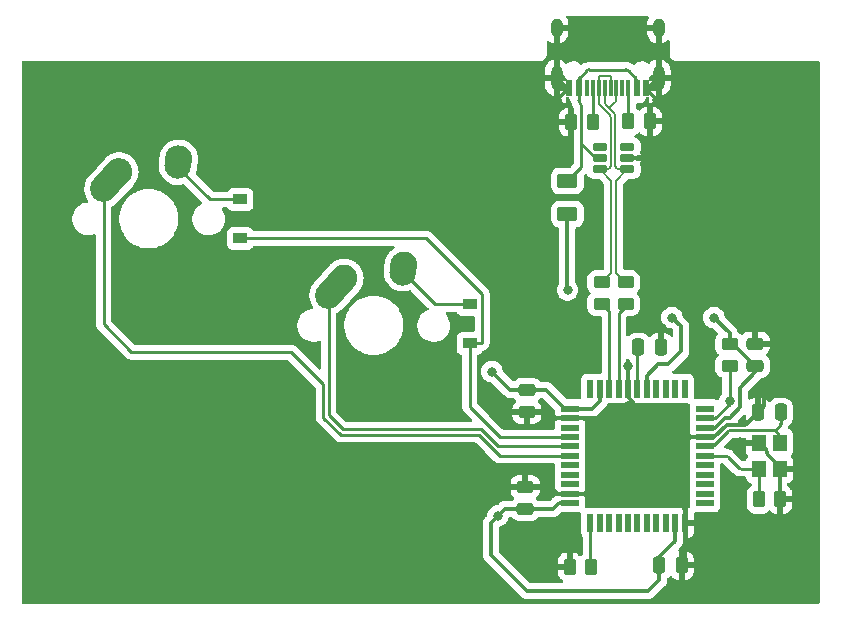
<source format=gbr>
%TF.GenerationSoftware,KiCad,Pcbnew,(6.0.7)*%
%TF.CreationDate,2022-08-09T22:59:19+07:00*%
%TF.ProjectId,Keypad-3,4b657970-6164-42d3-932e-6b696361645f,rev?*%
%TF.SameCoordinates,Original*%
%TF.FileFunction,Copper,L2,Bot*%
%TF.FilePolarity,Positive*%
%FSLAX46Y46*%
G04 Gerber Fmt 4.6, Leading zero omitted, Abs format (unit mm)*
G04 Created by KiCad (PCBNEW (6.0.7)) date 2022-08-09 22:59:19*
%MOMM*%
%LPD*%
G01*
G04 APERTURE LIST*
G04 Aperture macros list*
%AMRoundRect*
0 Rectangle with rounded corners*
0 $1 Rounding radius*
0 $2 $3 $4 $5 $6 $7 $8 $9 X,Y pos of 4 corners*
0 Add a 4 corners polygon primitive as box body*
4,1,4,$2,$3,$4,$5,$6,$7,$8,$9,$2,$3,0*
0 Add four circle primitives for the rounded corners*
1,1,$1+$1,$2,$3*
1,1,$1+$1,$4,$5*
1,1,$1+$1,$6,$7*
1,1,$1+$1,$8,$9*
0 Add four rect primitives between the rounded corners*
20,1,$1+$1,$2,$3,$4,$5,0*
20,1,$1+$1,$4,$5,$6,$7,0*
20,1,$1+$1,$6,$7,$8,$9,0*
20,1,$1+$1,$8,$9,$2,$3,0*%
%AMHorizOval*
0 Thick line with rounded ends*
0 $1 width*
0 $2 $3 position (X,Y) of the first rounded end (center of the circle)*
0 $4 $5 position (X,Y) of the second rounded end (center of the circle)*
0 Add line between two ends*
20,1,$1,$2,$3,$4,$5,0*
0 Add two circle primitives to create the rounded ends*
1,1,$1,$2,$3*
1,1,$1,$4,$5*%
G04 Aperture macros list end*
%TA.AperFunction,ComponentPad*%
%ADD10HorizOval,2.250000X0.655001X0.730000X-0.655001X-0.730000X0*%
%TD*%
%TA.AperFunction,ComponentPad*%
%ADD11C,2.250000*%
%TD*%
%TA.AperFunction,ComponentPad*%
%ADD12HorizOval,2.250000X0.020000X0.290000X-0.020000X-0.290000X0*%
%TD*%
%TA.AperFunction,SMDPad,CuDef*%
%ADD13RoundRect,0.250000X-0.262500X-0.450000X0.262500X-0.450000X0.262500X0.450000X-0.262500X0.450000X0*%
%TD*%
%TA.AperFunction,SMDPad,CuDef*%
%ADD14R,0.550000X1.500000*%
%TD*%
%TA.AperFunction,SMDPad,CuDef*%
%ADD15R,1.500000X0.550000*%
%TD*%
%TA.AperFunction,SMDPad,CuDef*%
%ADD16R,1.200000X0.900000*%
%TD*%
%TA.AperFunction,SMDPad,CuDef*%
%ADD17RoundRect,0.250000X0.475000X-0.250000X0.475000X0.250000X-0.475000X0.250000X-0.475000X-0.250000X0*%
%TD*%
%TA.AperFunction,SMDPad,CuDef*%
%ADD18R,1.200000X1.400000*%
%TD*%
%TA.AperFunction,SMDPad,CuDef*%
%ADD19RoundRect,0.250000X0.262500X0.450000X-0.262500X0.450000X-0.262500X-0.450000X0.262500X-0.450000X0*%
%TD*%
%TA.AperFunction,SMDPad,CuDef*%
%ADD20RoundRect,0.250000X-0.450000X0.262500X-0.450000X-0.262500X0.450000X-0.262500X0.450000X0.262500X0*%
%TD*%
%TA.AperFunction,SMDPad,CuDef*%
%ADD21RoundRect,0.250000X-0.250000X-0.475000X0.250000X-0.475000X0.250000X0.475000X-0.250000X0.475000X0*%
%TD*%
%TA.AperFunction,SMDPad,CuDef*%
%ADD22RoundRect,0.150000X0.475000X0.150000X-0.475000X0.150000X-0.475000X-0.150000X0.475000X-0.150000X0*%
%TD*%
%TA.AperFunction,SMDPad,CuDef*%
%ADD23RoundRect,0.250000X-0.475000X0.250000X-0.475000X-0.250000X0.475000X-0.250000X0.475000X0.250000X0*%
%TD*%
%TA.AperFunction,SMDPad,CuDef*%
%ADD24RoundRect,0.250000X-0.625000X0.375000X-0.625000X-0.375000X0.625000X-0.375000X0.625000X0.375000X0*%
%TD*%
%TA.AperFunction,SMDPad,CuDef*%
%ADD25R,0.600000X1.450000*%
%TD*%
%TA.AperFunction,SMDPad,CuDef*%
%ADD26R,0.300000X1.450000*%
%TD*%
%TA.AperFunction,ComponentPad*%
%ADD27O,1.000000X2.100000*%
%TD*%
%TA.AperFunction,ComponentPad*%
%ADD28O,1.000000X1.600000*%
%TD*%
%TA.AperFunction,ViaPad*%
%ADD29C,0.800000*%
%TD*%
%TA.AperFunction,Conductor*%
%ADD30C,0.330200*%
%TD*%
%TA.AperFunction,Conductor*%
%ADD31C,0.200000*%
%TD*%
%TA.AperFunction,Conductor*%
%ADD32C,0.381000*%
%TD*%
%TA.AperFunction,Conductor*%
%ADD33C,0.254000*%
%TD*%
G04 APERTURE END LIST*
D10*
%TO.P,MX1,1,COL*%
%TO.N,COL0*%
X155442601Y-108414800D03*
D11*
X156097600Y-107684800D03*
D12*
%TO.P,MX1,2,ROW*%
%TO.N,Net-(D1-Pad2)*%
X161117600Y-106894800D03*
D11*
X161137600Y-106604800D03*
%TD*%
D10*
%TO.P,MX2,1,COL*%
%TO.N,COL1*%
X174492601Y-117431800D03*
D11*
X175147600Y-116701800D03*
%TO.P,MX2,2,ROW*%
%TO.N,Net-(D2-Pad2)*%
X180187600Y-115621800D03*
D12*
X180167600Y-115911800D03*
%TD*%
D13*
%TO.P,R5,1*%
%TO.N,Net-(J1-PadB5)*%
X199202268Y-103442500D03*
%TO.P,R5,2*%
%TO.N,GND*%
X201027268Y-103442500D03*
%TD*%
D14*
%TO.P,U1,1,PE6*%
%TO.N,unconnected-(U1-Pad1)*%
X195980235Y-126057108D03*
%TO.P,U1,2,UVCC*%
%TO.N,+5V*%
X196780235Y-126057108D03*
%TO.P,U1,3,D-*%
%TO.N,Net-(R3-Pad2)*%
X197580235Y-126057108D03*
%TO.P,U1,4,D+*%
%TO.N,Net-(R2-Pad2)*%
X198380235Y-126057108D03*
%TO.P,U1,5,UGND*%
%TO.N,GND*%
X199180235Y-126057108D03*
%TO.P,U1,6,UCAP*%
%TO.N,Net-(C3-Pad1)*%
X199980235Y-126057108D03*
%TO.P,U1,7,VBUS*%
%TO.N,+5V*%
X200780235Y-126057108D03*
%TO.P,U1,8,PB0*%
%TO.N,unconnected-(U1-Pad8)*%
X201580235Y-126057108D03*
%TO.P,U1,9,PB1*%
%TO.N,unconnected-(U1-Pad9)*%
X202380235Y-126057108D03*
%TO.P,U1,10,PB2*%
%TO.N,unconnected-(U1-Pad10)*%
X203180235Y-126057108D03*
%TO.P,U1,11,PB3*%
%TO.N,unconnected-(U1-Pad11)*%
X203980235Y-126057108D03*
D15*
%TO.P,U1,12,PB7*%
%TO.N,unconnected-(U1-Pad12)*%
X205680235Y-127757108D03*
%TO.P,U1,13,~{RESET}*%
%TO.N,Net-(R1-Pad2)*%
X205680235Y-128557108D03*
%TO.P,U1,14,VCC*%
%TO.N,+5V*%
X205680235Y-129357108D03*
%TO.P,U1,15,GND*%
%TO.N,GND*%
X205680235Y-130157108D03*
%TO.P,U1,16,XTAL2*%
%TO.N,Net-(C2-Pad2)*%
X205680235Y-130957108D03*
%TO.P,U1,17,XTAL1*%
%TO.N,Net-(C1-Pad2)*%
X205680235Y-131757108D03*
%TO.P,U1,18,PD0*%
%TO.N,unconnected-(U1-Pad18)*%
X205680235Y-132557108D03*
%TO.P,U1,19,PD1*%
%TO.N,unconnected-(U1-Pad19)*%
X205680235Y-133357108D03*
%TO.P,U1,20,PD2*%
%TO.N,unconnected-(U1-Pad20)*%
X205680235Y-134157108D03*
%TO.P,U1,21,PD3*%
%TO.N,unconnected-(U1-Pad21)*%
X205680235Y-134957108D03*
%TO.P,U1,22,PD5*%
%TO.N,unconnected-(U1-Pad22)*%
X205680235Y-135757108D03*
D14*
%TO.P,U1,23,GND*%
%TO.N,GND*%
X203980235Y-137457108D03*
%TO.P,U1,24,AVCC*%
%TO.N,+5V*%
X203180235Y-137457108D03*
%TO.P,U1,25,PD4*%
%TO.N,unconnected-(U1-Pad25)*%
X202380235Y-137457108D03*
%TO.P,U1,26,PD6*%
%TO.N,unconnected-(U1-Pad26)*%
X201580235Y-137457108D03*
%TO.P,U1,27,PD7*%
%TO.N,unconnected-(U1-Pad27)*%
X200780235Y-137457108D03*
%TO.P,U1,28,PB4*%
%TO.N,unconnected-(U1-Pad28)*%
X199980235Y-137457108D03*
%TO.P,U1,29,PB5*%
%TO.N,unconnected-(U1-Pad29)*%
X199180235Y-137457108D03*
%TO.P,U1,30,PB6*%
%TO.N,unconnected-(U1-Pad30)*%
X198380235Y-137457108D03*
%TO.P,U1,31,PC6*%
%TO.N,unconnected-(U1-Pad31)*%
X197580235Y-137457108D03*
%TO.P,U1,32,PC7*%
%TO.N,unconnected-(U1-Pad32)*%
X196780235Y-137457108D03*
%TO.P,U1,33,~{HWB}/PE2*%
%TO.N,Net-(R4-Pad2)*%
X195980235Y-137457108D03*
D15*
%TO.P,U1,34,VCC*%
%TO.N,+5V*%
X194280235Y-135757108D03*
%TO.P,U1,35,GND*%
%TO.N,GND*%
X194280235Y-134957108D03*
%TO.P,U1,36,PF7*%
%TO.N,unconnected-(U1-Pad36)*%
X194280235Y-134157108D03*
%TO.P,U1,37,PF6*%
%TO.N,unconnected-(U1-Pad37)*%
X194280235Y-133357108D03*
%TO.P,U1,38,PF5*%
%TO.N,unconnected-(U1-Pad38)*%
X194280235Y-132557108D03*
%TO.P,U1,39,PF4*%
%TO.N,COL0*%
X194280235Y-131757108D03*
%TO.P,U1,40,PF1*%
%TO.N,COL1*%
X194280235Y-130957108D03*
%TO.P,U1,41,PF0*%
%TO.N,ROW0*%
X194280235Y-130157108D03*
%TO.P,U1,42,AREF*%
%TO.N,unconnected-(U1-Pad42)*%
X194280235Y-129357108D03*
%TO.P,U1,43,GND*%
%TO.N,GND*%
X194280235Y-128557108D03*
%TO.P,U1,44,AVCC*%
%TO.N,+5V*%
X194280235Y-127757108D03*
%TD*%
D16*
%TO.P,D1,1,K*%
%TO.N,ROW0*%
X166344600Y-113334800D03*
%TO.P,D1,2,A*%
%TO.N,Net-(D1-Pad2)*%
X166344600Y-110034800D03*
%TD*%
D17*
%TO.P,C4,1*%
%TO.N,+5V*%
X209956400Y-124140000D03*
%TO.P,C4,2*%
%TO.N,GND*%
X209956400Y-122240000D03*
%TD*%
D18*
%TO.P,Y1,1,1*%
%TO.N,Net-(C1-Pad2)*%
X210306236Y-132857108D03*
%TO.P,Y1,2,2*%
%TO.N,GND*%
X210306236Y-130657108D03*
%TO.P,Y1,3,3*%
%TO.N,Net-(C2-Pad2)*%
X212006236Y-130657108D03*
%TO.P,Y1,4,4*%
%TO.N,GND*%
X212006236Y-132857108D03*
%TD*%
D19*
%TO.P,R6,1*%
%TO.N,Net-(J1-PadA5)*%
X196201268Y-103504999D03*
%TO.P,R6,2*%
%TO.N,GND*%
X194376268Y-103504999D03*
%TD*%
D17*
%TO.P,C6,1*%
%TO.N,+5V*%
X190464260Y-136263108D03*
%TO.P,C6,2*%
%TO.N,GND*%
X190464260Y-134363108D03*
%TD*%
D20*
%TO.P,R1,1*%
%TO.N,+5V*%
X207772000Y-122277500D03*
%TO.P,R1,2*%
%TO.N,Net-(R1-Pad2)*%
X207772000Y-124102500D03*
%TD*%
D19*
%TO.P,C1,1*%
%TO.N,GND*%
X212068732Y-135440109D03*
%TO.P,C1,2*%
%TO.N,Net-(C1-Pad2)*%
X210243732Y-135440109D03*
%TD*%
D21*
%TO.P,C2,1*%
%TO.N,GND*%
X210206237Y-128074109D03*
%TO.P,C2,2*%
%TO.N,Net-(C2-Pad2)*%
X212106237Y-128074109D03*
%TD*%
D22*
%TO.P,U2,1,IO1*%
%TO.N,unconnected-(U2-Pad1)*%
X199130768Y-105603000D03*
%TO.P,U2,2,VN*%
%TO.N,GND*%
X199130768Y-106553000D03*
%TO.P,U2,3,IO2*%
%TO.N,D+*%
X199130768Y-107503000D03*
%TO.P,U2,4,IO3*%
%TO.N,D-*%
X196780768Y-107503000D03*
%TO.P,U2,5,VP*%
%TO.N,VBUS*%
X196780768Y-106553000D03*
%TO.P,U2,6,IO4*%
%TO.N,unconnected-(U2-Pad6)*%
X196780768Y-105603000D03*
%TD*%
D20*
%TO.P,R2,1*%
%TO.N,D+*%
X198971768Y-117058668D03*
%TO.P,R2,2*%
%TO.N,Net-(R2-Pad2)*%
X198971768Y-118883668D03*
%TD*%
D23*
%TO.P,C7,1*%
%TO.N,+5V*%
X190618978Y-126168192D03*
%TO.P,C7,2*%
%TO.N,GND*%
X190618978Y-128068192D03*
%TD*%
D21*
%TO.P,C5,1*%
%TO.N,+5V*%
X201824236Y-141028108D03*
%TO.P,C5,2*%
%TO.N,GND*%
X203724236Y-141028108D03*
%TD*%
D24*
%TO.P,F1,1*%
%TO.N,VBUS*%
X194042268Y-108478500D03*
%TO.P,F1,2*%
%TO.N,+5V*%
X194042268Y-111278500D03*
%TD*%
D21*
%TO.P,C3,1*%
%TO.N,Net-(C3-Pad1)*%
X200052400Y-122566668D03*
%TO.P,C3,2*%
%TO.N,GND*%
X201952400Y-122566668D03*
%TD*%
D20*
%TO.P,R3,1*%
%TO.N,D-*%
X196939768Y-117058668D03*
%TO.P,R3,2*%
%TO.N,Net-(R3-Pad2)*%
X196939768Y-118883668D03*
%TD*%
D13*
%TO.P,R4,1*%
%TO.N,GND*%
X194241735Y-141155108D03*
%TO.P,R4,2*%
%TO.N,Net-(R4-Pad2)*%
X196066735Y-141155108D03*
%TD*%
D16*
%TO.P,D2,1,K*%
%TO.N,ROW0*%
X185775600Y-122224800D03*
%TO.P,D2,2,A*%
%TO.N,Net-(D2-Pad2)*%
X185775600Y-118924800D03*
%TD*%
D25*
%TO.P,J1,A1,GND*%
%TO.N,GND*%
X194197768Y-100640000D03*
%TO.P,J1,A4,VBUS*%
%TO.N,VBUS*%
X194997768Y-100640000D03*
D26*
%TO.P,J1,A5,CC1*%
%TO.N,Net-(J1-PadA5)*%
X196197768Y-100640000D03*
%TO.P,J1,A6,D+*%
%TO.N,D+*%
X197197768Y-100640000D03*
%TO.P,J1,A7,D-*%
%TO.N,D-*%
X197697768Y-100640000D03*
%TO.P,J1,A8,SBU1*%
%TO.N,unconnected-(J1-PadA8)*%
X198697768Y-100640000D03*
D25*
%TO.P,J1,A9,VBUS*%
%TO.N,VBUS*%
X199897768Y-100640000D03*
%TO.P,J1,A12,GND*%
%TO.N,GND*%
X200697768Y-100640000D03*
%TO.P,J1,B1,GND*%
X200697768Y-100640000D03*
%TO.P,J1,B4,VBUS*%
%TO.N,VBUS*%
X199897768Y-100640000D03*
D26*
%TO.P,J1,B5,CC2*%
%TO.N,Net-(J1-PadB5)*%
X199197768Y-100640000D03*
%TO.P,J1,B6,D+*%
%TO.N,D+*%
X198197768Y-100640000D03*
%TO.P,J1,B7,D-*%
%TO.N,D-*%
X196697768Y-100640000D03*
%TO.P,J1,B8,SBU2*%
%TO.N,unconnected-(J1-PadB8)*%
X195697768Y-100640000D03*
D25*
%TO.P,J1,B9,VBUS*%
%TO.N,VBUS*%
X194997768Y-100640000D03*
%TO.P,J1,B12,GND*%
%TO.N,GND*%
X194197768Y-100640000D03*
D27*
%TO.P,J1,S1,SHIELD*%
X201767768Y-99725000D03*
X193127768Y-99725000D03*
D28*
X201767768Y-95545000D03*
X193127768Y-95545000D03*
%TD*%
D29*
%TO.N,GND*%
X188672592Y-128068192D03*
X188813260Y-134424109D03*
X201003768Y-106299000D03*
X201638768Y-101600000D03*
X208691083Y-130589676D03*
X163118800Y-135026400D03*
X210731873Y-126506122D03*
X202018400Y-120915668D03*
X197525000Y-131550000D03*
X192600000Y-141200000D03*
X193002768Y-103505000D03*
X213515753Y-132882103D03*
X199180000Y-124160000D03*
X202400768Y-103505000D03*
X213515751Y-135396576D03*
X193141600Y-101662632D03*
X202250000Y-131550000D03*
%TO.N,+5V*%
X202895200Y-120040400D03*
X187655200Y-124612400D03*
X194056000Y-117703600D03*
X206451200Y-120040400D03*
X188150500Y-136842500D03*
%TO.N,Net-(R1-Pad2)*%
X207772000Y-127127000D03*
%TD*%
D30*
%TO.N,+5V*%
X194042268Y-117689868D02*
X194042268Y-111278500D01*
X194056000Y-117703600D02*
X194042268Y-117689868D01*
D31*
%TO.N,D+*%
X198180769Y-108452999D02*
X199130768Y-107503000D01*
X198180769Y-116267669D02*
X198180769Y-108452999D01*
X198971768Y-117058668D02*
X198180769Y-116267669D01*
%TO.N,D-*%
X197730767Y-116267669D02*
X197730767Y-108452999D01*
X196939768Y-117058668D02*
X197730767Y-116267669D01*
X197730767Y-108452999D02*
X196780768Y-107503000D01*
D30*
%TO.N,GND*%
X201767768Y-99725000D02*
X201767768Y-95545000D01*
X196835576Y-128557109D02*
X194280234Y-128557109D01*
X201345288Y-130157110D02*
X205680235Y-130157109D01*
X194197768Y-100640000D02*
X194164232Y-100640000D01*
X210936147Y-131411284D02*
X210936147Y-131453240D01*
X190618978Y-128068192D02*
X188672592Y-128068192D01*
X210206237Y-128074109D02*
X210644005Y-127636342D01*
X201952400Y-122566668D02*
X201952400Y-120981668D01*
X192644892Y-141155108D02*
X192600000Y-141200000D01*
X200852768Y-100640000D02*
X201767768Y-99725000D01*
X194376268Y-103504999D02*
X193002768Y-103505000D01*
X190464260Y-134363107D02*
X188874259Y-134363109D01*
X212068732Y-135440109D02*
X212068732Y-132919607D01*
X199180235Y-126057108D02*
X199180235Y-124160235D01*
X203892367Y-135489635D02*
X199890432Y-131487701D01*
X203980233Y-137457109D02*
X203980235Y-135701767D01*
X199802564Y-127420767D02*
X199268103Y-126886304D01*
X193127768Y-99725000D02*
X193127768Y-95545000D01*
X203980233Y-140772110D02*
X203980233Y-137457109D01*
X194164232Y-100640000D02*
X193141600Y-101662632D01*
X201952400Y-120981668D02*
X202018400Y-120915668D01*
X199890432Y-131487701D02*
X197047708Y-128644976D01*
X194042768Y-100640000D02*
X193127768Y-99725000D01*
X192415771Y-134297108D02*
X190530260Y-134297107D01*
X190618978Y-128068192D02*
X191923792Y-128068192D01*
X210306234Y-130657109D02*
X210238802Y-130589676D01*
X203724233Y-141028109D02*
X203980233Y-140772110D01*
X199130768Y-106553000D02*
X200625504Y-106553000D01*
D32*
X203724234Y-141028108D02*
X203980233Y-140772110D01*
D30*
X210306234Y-130657109D02*
X210848279Y-131199152D01*
X190530260Y-134297107D02*
X190464260Y-134363107D01*
X211024015Y-131665372D02*
X211918367Y-132559724D01*
X199890432Y-131487701D02*
X199890432Y-127632899D01*
X212031227Y-132882103D02*
X213515753Y-132882103D01*
X207519109Y-129109747D02*
X209046334Y-129109747D01*
X191923792Y-128068192D02*
X192416668Y-128561068D01*
X194197768Y-100640000D02*
X194042768Y-100640000D01*
X206471748Y-130157108D02*
X207519109Y-129109747D01*
X201027268Y-103442500D02*
X202338268Y-103442500D01*
X199890432Y-131487701D02*
X201133156Y-130244977D01*
X192416668Y-128561068D02*
X192420628Y-128557108D01*
X209258466Y-129021879D02*
X210205141Y-128075204D01*
X192420628Y-128557108D02*
X194280235Y-128557108D01*
X210731873Y-127424210D02*
X210731873Y-126506122D01*
X196296759Y-134957109D02*
X194280234Y-134957109D01*
X212112266Y-135396576D02*
X213515751Y-135396576D01*
X202338268Y-103442500D02*
X202400768Y-103505000D01*
X199180235Y-126674172D02*
X199180233Y-126057107D01*
X199890432Y-131487701D02*
X196508890Y-134869240D01*
X205680235Y-130157108D02*
X206471748Y-130157108D01*
X194280234Y-134957108D02*
X193324298Y-134957109D01*
X194241735Y-141155108D02*
X192644892Y-141155108D01*
X200697768Y-100640000D02*
X200852768Y-100640000D01*
X210238802Y-130589676D02*
X208691083Y-130589676D01*
X188874259Y-134363109D02*
X188813260Y-134424109D01*
X193112165Y-134869240D02*
X192627903Y-134384976D01*
X200697768Y-100659000D02*
X201638768Y-101600000D01*
X199180235Y-124160235D02*
X199180000Y-124160000D01*
X200697768Y-100640000D02*
X200697768Y-100659000D01*
X200837636Y-106465132D02*
X201003768Y-106299000D01*
X212006255Y-132771856D02*
G75*
G03*
X211918366Y-132559725I-300055J-44D01*
G01*
X203892358Y-135489644D02*
G75*
G02*
X203980235Y-135701767I-212158J-212156D01*
G01*
X199802570Y-127420761D02*
G75*
G02*
X199890432Y-127632899I-212170J-212139D01*
G01*
X193324298Y-134957107D02*
G75*
G02*
X193112166Y-134869239I2J300007D01*
G01*
X196508913Y-134869263D02*
G75*
G02*
X196296759Y-134957109I-212113J212163D01*
G01*
X201345288Y-130157098D02*
G75*
G03*
X201133156Y-130244977I12J-300002D01*
G01*
X210936144Y-131411284D02*
G75*
G03*
X210848279Y-131199152I-300044J-16D01*
G01*
X196835576Y-128557123D02*
G75*
G02*
X197047708Y-128644976I24J-299977D01*
G01*
X209258459Y-129021872D02*
G75*
G02*
X209046334Y-129109747I-212159J212172D01*
G01*
X210936105Y-131453240D02*
G75*
G03*
X211024015Y-131665372I299995J40D01*
G01*
X199268096Y-126886311D02*
G75*
G02*
X199180235Y-126674172I212104J212111D01*
G01*
X200837634Y-106465130D02*
G75*
G02*
X200625504Y-106553000I-212134J212130D01*
G01*
X210643994Y-127636331D02*
G75*
G03*
X210731873Y-127424210I-212094J212131D01*
G01*
X192415771Y-134297127D02*
G75*
G02*
X192627902Y-134384977I29J-299973D01*
G01*
D33*
%TO.N,Net-(C1-Pad2)*%
X210206236Y-135440109D02*
X210306236Y-135340110D01*
X208747912Y-132857109D02*
X210306236Y-132857108D01*
X207611518Y-131844976D02*
X208535782Y-132769240D01*
X210243732Y-135440109D02*
X210306235Y-135377607D01*
X205680235Y-131757109D02*
X207399386Y-131757108D01*
X210306235Y-135377607D02*
X210306236Y-132857108D01*
X208535773Y-132769249D02*
G75*
G03*
X208747912Y-132857109I212127J212149D01*
G01*
X207399386Y-131757116D02*
G75*
G02*
X207611518Y-131844976I14J-299984D01*
G01*
%TO.N,Net-(C2-Pad2)*%
X212018367Y-129234453D02*
X211650974Y-129601848D01*
X211650974Y-129601848D02*
X211918367Y-129869241D01*
X212006235Y-130081373D02*
X212006235Y-130657109D01*
X206455550Y-130869241D02*
X207635075Y-129689715D01*
X205680233Y-130957110D02*
X206243418Y-130957109D01*
X207847207Y-129601848D02*
X211650974Y-129601848D01*
X212106235Y-129022319D02*
X212106235Y-128074109D01*
X212018364Y-129234450D02*
G75*
G03*
X212106235Y-129022319I-212164J212150D01*
G01*
X207635082Y-129689722D02*
G75*
G02*
X207847207Y-129601848I212118J-212078D01*
G01*
X206243418Y-130957119D02*
G75*
G03*
X206455550Y-130869241I-18J300019D01*
G01*
X211918361Y-129869247D02*
G75*
G02*
X212006235Y-130081373I-212161J-212153D01*
G01*
%TO.N,Net-(C3-Pad1)*%
X199980235Y-122638833D02*
X199980235Y-126057108D01*
X200052400Y-122566668D02*
X199980235Y-122638833D01*
D30*
%TO.N,+5V*%
X208093900Y-122277500D02*
X209956400Y-124140000D01*
X201912104Y-140242337D02*
X203092367Y-139062074D01*
X192816260Y-136263109D02*
X193234392Y-135844977D01*
X207355040Y-128524000D02*
X207787215Y-128524000D01*
X200780235Y-124976908D02*
X201757143Y-124000000D01*
X187579000Y-140179000D02*
X190600000Y-143200000D01*
X193847908Y-127757108D02*
X192258992Y-126168192D01*
X203180233Y-138849942D02*
X203180233Y-137457109D01*
X190600000Y-143200000D02*
X200900000Y-143200000D01*
X207772000Y-122277500D02*
X208093900Y-122277500D01*
X203700000Y-120800000D02*
X202940400Y-120040400D01*
X202600000Y-124000000D02*
X203700000Y-122900000D01*
X202940400Y-120040400D02*
X202895200Y-120040400D01*
X200780235Y-126057108D02*
X200780235Y-124976908D01*
X194280235Y-127757108D02*
X193847908Y-127757108D01*
X201824236Y-141028109D02*
X201824236Y-140454469D01*
X193446524Y-135757109D02*
X194280233Y-135757108D01*
X190464259Y-136263108D02*
X192816260Y-136263109D01*
X201757143Y-124000000D02*
X202600000Y-124000000D01*
X205680235Y-129357108D02*
X206521932Y-129357108D01*
X196780235Y-126057108D02*
X196780235Y-127137308D01*
X201824236Y-142275764D02*
X201824236Y-141028108D01*
X200900000Y-143200000D02*
X201824236Y-142275764D01*
X208661000Y-127650215D02*
X208661000Y-125984000D01*
X188150500Y-136842500D02*
X187579000Y-137414000D01*
X207787215Y-128524000D02*
X208661000Y-127650215D01*
X203700000Y-122900000D02*
X203700000Y-120800000D01*
X209956400Y-124688600D02*
X209956400Y-124140000D01*
X196160435Y-127757108D02*
X194280235Y-127757108D01*
X189210992Y-126168192D02*
X187655200Y-124612400D01*
X190464260Y-136263108D02*
X188729892Y-136263108D01*
X206521932Y-129357108D02*
X207355040Y-128524000D01*
X196780235Y-127137308D02*
X196160435Y-127757108D01*
X190618978Y-126168192D02*
X189210992Y-126168192D01*
X187579000Y-137414000D02*
X187579000Y-140179000D01*
X192258992Y-126168192D02*
X190618978Y-126168192D01*
X188729892Y-136263108D02*
X188150500Y-136842500D01*
X207772000Y-121361200D02*
X206451200Y-120040400D01*
X208661000Y-125984000D02*
X209956400Y-124688600D01*
X207772000Y-122277500D02*
X207772000Y-121361200D01*
X203092352Y-139062059D02*
G75*
G03*
X203180233Y-138849942I-212152J212159D01*
G01*
X201912127Y-140242360D02*
G75*
G03*
X201824236Y-140454469I212073J-212140D01*
G01*
X193446524Y-135757124D02*
G75*
G03*
X193234392Y-135844977I-24J-299976D01*
G01*
D33*
%TO.N,ROW0*%
X185775600Y-122224800D02*
X185775600Y-127609600D01*
X186817000Y-118041001D02*
X186817000Y-122200400D01*
X166344600Y-113334800D02*
X182110799Y-113334800D01*
X186817000Y-122200400D02*
X186792600Y-122224800D01*
X186792600Y-122224800D02*
X185775600Y-122224800D01*
X185775600Y-127609600D02*
X188323108Y-130157108D01*
X182110799Y-113334800D02*
X186817000Y-118041001D01*
X188323108Y-130157108D02*
X194280235Y-130157108D01*
%TO.N,Net-(D1-Pad2)*%
X163781200Y-110034800D02*
X166344600Y-110034800D01*
X161097600Y-107351200D02*
X163781200Y-110034800D01*
X161097600Y-107184800D02*
X161097600Y-107351200D01*
%TO.N,Net-(D2-Pad2)*%
X180147600Y-116201800D02*
X182870600Y-118924800D01*
X182870600Y-118924800D02*
X185775600Y-118924800D01*
%TO.N,COL0*%
X170644600Y-122962400D02*
X173383600Y-125701400D01*
X157128200Y-122962400D02*
X170644600Y-122962400D01*
X173383600Y-128509853D02*
X174843348Y-129969600D01*
X174843348Y-129969600D02*
X186579148Y-129969600D01*
X154787600Y-120621800D02*
X157128200Y-122962400D01*
X186579148Y-129969600D02*
X188366656Y-131757108D01*
X154787600Y-109144800D02*
X154787600Y-120621800D01*
X173383600Y-125701400D02*
X173383600Y-128509853D01*
X188366656Y-131757108D02*
X194280235Y-131757108D01*
%TO.N,COL1*%
X173837600Y-128321800D02*
X175031400Y-129515600D01*
X188208708Y-130957108D02*
X194280235Y-130957108D01*
X175031400Y-129515600D02*
X186767200Y-129515600D01*
X186767200Y-129515600D02*
X188208708Y-130957108D01*
X173837600Y-118161800D02*
X173837600Y-128321800D01*
%TO.N,Net-(R1-Pad2)*%
X207772000Y-127344343D02*
X207772000Y-127127000D01*
X206559235Y-128557108D02*
X207772000Y-127344343D01*
X205680235Y-128557108D02*
X206559235Y-128557108D01*
X207772000Y-127127000D02*
X207772000Y-124102500D01*
D31*
%TO.N,D+*%
X198418032Y-107503000D02*
X199130768Y-107503000D01*
X197597768Y-102327314D02*
X198017900Y-102747447D01*
X198197768Y-100640000D02*
X198197768Y-101603050D01*
X197285636Y-102015182D02*
X197597768Y-102327314D01*
X198105768Y-102959579D02*
X198105768Y-107190736D01*
X197197768Y-100640000D02*
X197197768Y-101803050D01*
X198193636Y-107402868D02*
X198205900Y-107415132D01*
X198109900Y-101815182D02*
X197597768Y-102327314D01*
X198105752Y-107190736D02*
G75*
G03*
X198193636Y-107402868I300048J36D01*
G01*
X198418032Y-107502977D02*
G75*
G02*
X198205900Y-107415132I-32J299977D01*
G01*
X198197741Y-101603050D02*
G75*
G02*
X198109899Y-101815181I-299941J-50D01*
G01*
X197197813Y-101803050D02*
G75*
G03*
X197285636Y-102015182I299987J-50D01*
G01*
X198105792Y-102959579D02*
G75*
G03*
X198017900Y-102747447I-299992J-21D01*
G01*
D33*
%TO.N,Net-(R2-Pad2)*%
X198971768Y-119034168D02*
X198380235Y-119625701D01*
X198380235Y-119625701D02*
X198380235Y-126057108D01*
X198971768Y-118883668D02*
X198971768Y-119034168D01*
D31*
%TO.N,D-*%
X196785636Y-102080867D02*
X197617900Y-102913132D01*
X197389504Y-107503000D02*
X196780768Y-107503000D01*
X197647768Y-99615000D02*
X197697768Y-99665000D01*
X196697768Y-100640000D02*
X196697768Y-99665000D01*
X196697768Y-100640000D02*
X196697768Y-101868735D01*
X196697768Y-99665000D02*
X196747768Y-99615000D01*
X197617900Y-107398868D02*
X197601636Y-107415132D01*
X197705768Y-103125264D02*
X197705768Y-107186736D01*
X197697768Y-99665000D02*
X197697768Y-100640000D01*
X196747768Y-99615000D02*
X197647768Y-99615000D01*
X197705802Y-103125264D02*
G75*
G03*
X197617899Y-102913133I-300002J-36D01*
G01*
X197601634Y-107415130D02*
G75*
G02*
X197389504Y-107503000I-212134J212130D01*
G01*
X197705802Y-107186736D02*
G75*
G02*
X197617899Y-107398867I-300002J36D01*
G01*
X196697753Y-101868735D02*
G75*
G03*
X196785636Y-102080867I300047J35D01*
G01*
D33*
%TO.N,Net-(R3-Pad2)*%
X196939768Y-118883668D02*
X197580235Y-119524135D01*
X197580235Y-119524135D02*
X197580235Y-126057108D01*
%TO.N,Net-(R4-Pad2)*%
X195980233Y-141068608D02*
X195980234Y-137457108D01*
X196066734Y-141155109D02*
X195980233Y-141068608D01*
%TO.N,VBUS*%
X199809900Y-99723132D02*
X199234636Y-99147868D01*
X196555452Y-106553000D02*
X196780768Y-106553000D01*
X194997768Y-99935264D02*
X194997767Y-100640000D01*
X194997768Y-100640000D02*
X194997768Y-101639736D01*
X195215768Y-102106264D02*
X195215768Y-105337580D01*
X195215768Y-105337580D02*
X196343320Y-106465132D01*
X199022504Y-99060000D02*
X195873032Y-99060000D01*
X195215768Y-107305000D02*
X194042268Y-108478500D01*
X195660900Y-99147868D02*
X195085636Y-99723132D01*
X195085636Y-101851868D02*
X195127900Y-101894132D01*
X199897769Y-100640000D02*
X199897768Y-99935264D01*
X195215768Y-105337580D02*
X195215768Y-107305000D01*
X195660884Y-99147852D02*
G75*
G02*
X195873032Y-99060000I212116J-212148D01*
G01*
X195085647Y-99723143D02*
G75*
G03*
X194997768Y-99935264I212153J-212157D01*
G01*
X196555452Y-106553033D02*
G75*
G02*
X196343321Y-106465131I48J300033D01*
G01*
X199809875Y-99723157D02*
G75*
G02*
X199897768Y-99935264I-212075J-212143D01*
G01*
X194997752Y-101639736D02*
G75*
G03*
X195085636Y-101851868I300048J36D01*
G01*
X195215802Y-102106264D02*
G75*
G03*
X195127899Y-101894133I-300002J-36D01*
G01*
X199234634Y-99147870D02*
G75*
G03*
X199022504Y-99060000I-212134J-212130D01*
G01*
%TO.N,Net-(J1-PadA5)*%
X196197769Y-103501500D02*
X196201268Y-103504999D01*
X196197768Y-100639999D02*
X196197769Y-103501500D01*
%TO.N,Net-(J1-PadB5)*%
X199197768Y-103438000D02*
X199197768Y-100640000D01*
X199202268Y-103442500D02*
X199197768Y-103438000D01*
%TD*%
%TA.AperFunction,Conductor*%
%TO.N,GND*%
G36*
X200888394Y-94508502D02*
G01*
X200934887Y-94562158D01*
X200944991Y-94632432D01*
X200930687Y-94675201D01*
X200839766Y-94840585D01*
X200834934Y-94851858D01*
X200778888Y-95028538D01*
X200776338Y-95040532D01*
X200760161Y-95184761D01*
X200759768Y-95191785D01*
X200759768Y-95272885D01*
X200764243Y-95288124D01*
X200765633Y-95289329D01*
X200773316Y-95291000D01*
X201895768Y-95291000D01*
X201963889Y-95311002D01*
X202010382Y-95364658D01*
X202021768Y-95417000D01*
X202021768Y-96802924D01*
X202025741Y-96816455D01*
X202033536Y-96817575D01*
X202141289Y-96785862D01*
X202152657Y-96781269D01*
X202316922Y-96695393D01*
X202327183Y-96688679D01*
X202471640Y-96572533D01*
X202477340Y-96566951D01*
X202540004Y-96533578D01*
X202610763Y-96539383D01*
X202667152Y-96582521D01*
X202691266Y-96649297D01*
X202691500Y-96656972D01*
X202691500Y-97781377D01*
X202691498Y-97782147D01*
X202691024Y-97859721D01*
X202693491Y-97868352D01*
X202699150Y-97888153D01*
X202702728Y-97904915D01*
X202706920Y-97934187D01*
X202710634Y-97942355D01*
X202710634Y-97942356D01*
X202717548Y-97957562D01*
X202723996Y-97975086D01*
X202731051Y-97999771D01*
X202735843Y-98007365D01*
X202735844Y-98007368D01*
X202746830Y-98024780D01*
X202754969Y-98039863D01*
X202767208Y-98066782D01*
X202773069Y-98073584D01*
X202783970Y-98086235D01*
X202795073Y-98101239D01*
X202808776Y-98122958D01*
X202815501Y-98128897D01*
X202815504Y-98128901D01*
X202830938Y-98142532D01*
X202842982Y-98154724D01*
X202856427Y-98170327D01*
X202856430Y-98170329D01*
X202862287Y-98177127D01*
X202869816Y-98182007D01*
X202869817Y-98182008D01*
X202883835Y-98191094D01*
X202898709Y-98202385D01*
X202911217Y-98213431D01*
X202917951Y-98219378D01*
X202944711Y-98231942D01*
X202959691Y-98240263D01*
X202976983Y-98251471D01*
X202976988Y-98251473D01*
X202984515Y-98256352D01*
X202993108Y-98258922D01*
X202993113Y-98258924D01*
X203009120Y-98263711D01*
X203026564Y-98270372D01*
X203041676Y-98277467D01*
X203041678Y-98277468D01*
X203049800Y-98281281D01*
X203058667Y-98282662D01*
X203058668Y-98282662D01*
X203061353Y-98283080D01*
X203079017Y-98285830D01*
X203095732Y-98289613D01*
X203115466Y-98295515D01*
X203115472Y-98295516D01*
X203124066Y-98298086D01*
X203133037Y-98298141D01*
X203133038Y-98298141D01*
X203143097Y-98298202D01*
X203158506Y-98298296D01*
X203159289Y-98298329D01*
X203160386Y-98298500D01*
X203191377Y-98298500D01*
X203192147Y-98298502D01*
X203265785Y-98298952D01*
X203265786Y-98298952D01*
X203269721Y-98298976D01*
X203271065Y-98298592D01*
X203272410Y-98298500D01*
X215265500Y-98298500D01*
X215333621Y-98318502D01*
X215380114Y-98372158D01*
X215391500Y-98424500D01*
X215391500Y-144145500D01*
X215371498Y-144213621D01*
X215317842Y-144260114D01*
X215265500Y-144271500D01*
X147954500Y-144271500D01*
X147886379Y-144251498D01*
X147839886Y-144197842D01*
X147828500Y-144145500D01*
X147828500Y-134090993D01*
X189231260Y-134090993D01*
X189235735Y-134106232D01*
X189237125Y-134107437D01*
X189244808Y-134109108D01*
X190192145Y-134109108D01*
X190207384Y-134104633D01*
X190208589Y-134103243D01*
X190210260Y-134095560D01*
X190210260Y-134090993D01*
X190718260Y-134090993D01*
X190722735Y-134106232D01*
X190724125Y-134107437D01*
X190731808Y-134109108D01*
X191679144Y-134109108D01*
X191694383Y-134104633D01*
X191695588Y-134103243D01*
X191697259Y-134095560D01*
X191697259Y-134066013D01*
X191696922Y-134059494D01*
X191687003Y-133963902D01*
X191684111Y-133950508D01*
X191632672Y-133796324D01*
X191626499Y-133783146D01*
X191541197Y-133645301D01*
X191532161Y-133633900D01*
X191417431Y-133519369D01*
X191406020Y-133510357D01*
X191268017Y-133425292D01*
X191254836Y-133419145D01*
X191100550Y-133367970D01*
X191087174Y-133365103D01*
X190992822Y-133355436D01*
X190986405Y-133355108D01*
X190736375Y-133355108D01*
X190721136Y-133359583D01*
X190719931Y-133360973D01*
X190718260Y-133368656D01*
X190718260Y-134090993D01*
X190210260Y-134090993D01*
X190210260Y-133373224D01*
X190205785Y-133357985D01*
X190204395Y-133356780D01*
X190196712Y-133355109D01*
X189942165Y-133355109D01*
X189935646Y-133355446D01*
X189840054Y-133365365D01*
X189826660Y-133368257D01*
X189672476Y-133419696D01*
X189659298Y-133425869D01*
X189521453Y-133511171D01*
X189510052Y-133520207D01*
X189395521Y-133634937D01*
X189386509Y-133646348D01*
X189301444Y-133784351D01*
X189295297Y-133797532D01*
X189244122Y-133951818D01*
X189241255Y-133965194D01*
X189231588Y-134059546D01*
X189231260Y-134065963D01*
X189231260Y-134090993D01*
X147828500Y-134090993D01*
X147828500Y-111619393D01*
X152130639Y-111619393D01*
X152139448Y-111854016D01*
X152140543Y-111859234D01*
X152166654Y-111983676D01*
X152187662Y-112083801D01*
X152273902Y-112302177D01*
X152276671Y-112306740D01*
X152354007Y-112434185D01*
X152395704Y-112502900D01*
X152549585Y-112680232D01*
X152553717Y-112683620D01*
X152727016Y-112825717D01*
X152727022Y-112825721D01*
X152731144Y-112829101D01*
X152735780Y-112831740D01*
X152735783Y-112831742D01*
X152815220Y-112876960D01*
X152935190Y-112945251D01*
X153155889Y-113025361D01*
X153161138Y-113026310D01*
X153161141Y-113026311D01*
X153242215Y-113040971D01*
X153386930Y-113067140D01*
X153391069Y-113067335D01*
X153391076Y-113067336D01*
X153410040Y-113068230D01*
X153410049Y-113068230D01*
X153411529Y-113068300D01*
X153576550Y-113068300D01*
X153657899Y-113061397D01*
X153746237Y-113053902D01*
X153746241Y-113053901D01*
X153751548Y-113053451D01*
X153756703Y-113052113D01*
X153756709Y-113052112D01*
X153973644Y-112995807D01*
X153973646Y-112995806D01*
X153978806Y-112994467D01*
X153983670Y-112992276D01*
X153984246Y-112992073D01*
X154055143Y-112988311D01*
X154116819Y-113023476D01*
X154149692Y-113086403D01*
X154152100Y-113110918D01*
X154152100Y-120542780D01*
X154151570Y-120554014D01*
X154149892Y-120561519D01*
X154150141Y-120569438D01*
X154152038Y-120629812D01*
X154152100Y-120633769D01*
X154152100Y-120661783D01*
X154152596Y-120665708D01*
X154152596Y-120665709D01*
X154152608Y-120665804D01*
X154153541Y-120677649D01*
X154154935Y-120722005D01*
X154157147Y-120729617D01*
X154160613Y-120741548D01*
X154164623Y-120760912D01*
X154166086Y-120772490D01*
X154167173Y-120781099D01*
X154170089Y-120788463D01*
X154170090Y-120788468D01*
X154183507Y-120822356D01*
X154187352Y-120833585D01*
X154199731Y-120876193D01*
X154203769Y-120883020D01*
X154203770Y-120883023D01*
X154210088Y-120893706D01*
X154218788Y-120911464D01*
X154223361Y-120923015D01*
X154223365Y-120923021D01*
X154226281Y-120930388D01*
X154251515Y-120965119D01*
X154252364Y-120966288D01*
X154258881Y-120976210D01*
X154277426Y-121007568D01*
X154277429Y-121007572D01*
X154281466Y-121014398D01*
X154295850Y-121028782D01*
X154308691Y-121043816D01*
X154320658Y-121060287D01*
X154326766Y-121065340D01*
X154354855Y-121088577D01*
X154363635Y-121096567D01*
X156622945Y-123355877D01*
X156630522Y-123364203D01*
X156634647Y-123370703D01*
X156640425Y-123376129D01*
X156640426Y-123376130D01*
X156684481Y-123417500D01*
X156687323Y-123420255D01*
X156707106Y-123440038D01*
X156710314Y-123442526D01*
X156719343Y-123450237D01*
X156751694Y-123480617D01*
X156758643Y-123484437D01*
X156769529Y-123490422D01*
X156786053Y-123501276D01*
X156802133Y-123513749D01*
X156809410Y-123516898D01*
X156842850Y-123531369D01*
X156853511Y-123536592D01*
X156885447Y-123554149D01*
X156885452Y-123554151D01*
X156892397Y-123557969D01*
X156900071Y-123559939D01*
X156900078Y-123559942D01*
X156912113Y-123563032D01*
X156930818Y-123569436D01*
X156939059Y-123573002D01*
X156949492Y-123577517D01*
X156971811Y-123581052D01*
X156993327Y-123584460D01*
X157004940Y-123586865D01*
X157047918Y-123597900D01*
X157068265Y-123597900D01*
X157087977Y-123599451D01*
X157108079Y-123602635D01*
X157115971Y-123601889D01*
X157152256Y-123598459D01*
X157164114Y-123597900D01*
X170329178Y-123597900D01*
X170397299Y-123617902D01*
X170418273Y-123634805D01*
X172711195Y-125927728D01*
X172745221Y-125990040D01*
X172748100Y-126016823D01*
X172748100Y-128430821D01*
X172747570Y-128442060D01*
X172745891Y-128449572D01*
X172746140Y-128457497D01*
X172746140Y-128457498D01*
X172748038Y-128517883D01*
X172748100Y-128521841D01*
X172748100Y-128549836D01*
X172748597Y-128553770D01*
X172748597Y-128553772D01*
X172748608Y-128553859D01*
X172749540Y-128565693D01*
X172750935Y-128610058D01*
X172753147Y-128617671D01*
X172753147Y-128617672D01*
X172756613Y-128629601D01*
X172760623Y-128648965D01*
X172763173Y-128669152D01*
X172766089Y-128676516D01*
X172766090Y-128676521D01*
X172779507Y-128710409D01*
X172783352Y-128721638D01*
X172795731Y-128764246D01*
X172799768Y-128771072D01*
X172806090Y-128781762D01*
X172814787Y-128799512D01*
X172822281Y-128818441D01*
X172826942Y-128824857D01*
X172826943Y-128824858D01*
X172848359Y-128854334D01*
X172854878Y-128864258D01*
X172873430Y-128895629D01*
X172873434Y-128895634D01*
X172877466Y-128902452D01*
X172891853Y-128916839D01*
X172904694Y-128931873D01*
X172916658Y-128948340D01*
X172944719Y-128971554D01*
X172950850Y-128976626D01*
X172959630Y-128984616D01*
X174338098Y-130363083D01*
X174345674Y-130371409D01*
X174349795Y-130377903D01*
X174397936Y-130423110D01*
X174399613Y-130424685D01*
X174402455Y-130427440D01*
X174422254Y-130447239D01*
X174425385Y-130449668D01*
X174425390Y-130449672D01*
X174425476Y-130449739D01*
X174434501Y-130457447D01*
X174466842Y-130487817D01*
X174473787Y-130491635D01*
X174473791Y-130491638D01*
X174484682Y-130497626D01*
X174501203Y-130508478D01*
X174517282Y-130520950D01*
X174558010Y-130538574D01*
X174568667Y-130543796D01*
X174600594Y-130561348D01*
X174600597Y-130561349D01*
X174607545Y-130565169D01*
X174627263Y-130570232D01*
X174645959Y-130576633D01*
X174664641Y-130584717D01*
X174672465Y-130585956D01*
X174672471Y-130585958D01*
X174708468Y-130591660D01*
X174720088Y-130594066D01*
X174755385Y-130603128D01*
X174763066Y-130605100D01*
X174783414Y-130605100D01*
X174803126Y-130606651D01*
X174823228Y-130609835D01*
X174867403Y-130605659D01*
X174879262Y-130605100D01*
X186263726Y-130605100D01*
X186331847Y-130625102D01*
X186352821Y-130642005D01*
X187109758Y-131398943D01*
X187861406Y-132150591D01*
X187868982Y-132158917D01*
X187873103Y-132165411D01*
X187878878Y-132170834D01*
X187922921Y-132212193D01*
X187925763Y-132214948D01*
X187945562Y-132234747D01*
X187948687Y-132237171D01*
X187948696Y-132237179D01*
X187948782Y-132237245D01*
X187957807Y-132244953D01*
X187990150Y-132275325D01*
X187997094Y-132279143D01*
X187997096Y-132279144D01*
X188007985Y-132285130D01*
X188024503Y-132295981D01*
X188040589Y-132308458D01*
X188081322Y-132326084D01*
X188091970Y-132331301D01*
X188130853Y-132352677D01*
X188138528Y-132354648D01*
X188138534Y-132354650D01*
X188150567Y-132357739D01*
X188169269Y-132364142D01*
X188187948Y-132372225D01*
X188221784Y-132377584D01*
X188231783Y-132379168D01*
X188243396Y-132381573D01*
X188286374Y-132392608D01*
X188306721Y-132392608D01*
X188326433Y-132394159D01*
X188346535Y-132397343D01*
X188354427Y-132396597D01*
X188390712Y-132393167D01*
X188402570Y-132392608D01*
X192895735Y-132392608D01*
X192963856Y-132412610D01*
X193010349Y-132466266D01*
X193021735Y-132518608D01*
X193021735Y-132880242D01*
X193022104Y-132883639D01*
X193028490Y-132942424D01*
X193026061Y-132942688D01*
X193026061Y-132971528D01*
X193028490Y-132971792D01*
X193021735Y-133033974D01*
X193021735Y-133680242D01*
X193022104Y-133683639D01*
X193028490Y-133742424D01*
X193026061Y-133742688D01*
X193026061Y-133771528D01*
X193028490Y-133771792D01*
X193021735Y-133833974D01*
X193021735Y-134480242D01*
X193022104Y-134483639D01*
X193028490Y-134542424D01*
X193026351Y-134542656D01*
X193026401Y-134571620D01*
X193028983Y-134571901D01*
X193022604Y-134630622D01*
X193022235Y-134637436D01*
X193022235Y-134684993D01*
X193026710Y-134700232D01*
X193028100Y-134701437D01*
X193049018Y-134705987D01*
X193048753Y-134707205D01*
X193102922Y-134723110D01*
X193135627Y-134753543D01*
X193166974Y-134795369D01*
X193174154Y-134800750D01*
X193248250Y-134856282D01*
X193290765Y-134913141D01*
X193295791Y-134983960D01*
X193261731Y-135046253D01*
X193248250Y-135057934D01*
X193177489Y-135110966D01*
X193144656Y-135128003D01*
X193144776Y-135128293D01*
X193003186Y-135186932D01*
X192872512Y-135267000D01*
X192868747Y-135270216D01*
X192868742Y-135270219D01*
X192819692Y-135312109D01*
X192808628Y-135321558D01*
X192804678Y-135324931D01*
X192798526Y-135329860D01*
X192764757Y-135355213D01*
X192754604Y-135365155D01*
X192749400Y-135371792D01*
X192733877Y-135391587D01*
X192723822Y-135402932D01*
X192574151Y-135552604D01*
X192511839Y-135586629D01*
X192485056Y-135589509D01*
X192119113Y-135589509D01*
X191637789Y-135589508D01*
X191569668Y-135569506D01*
X191540314Y-135542923D01*
X191537738Y-135538760D01*
X191412563Y-135413803D01*
X191408025Y-135411006D01*
X191367436Y-135353755D01*
X191364206Y-135282832D01*
X191399832Y-135221421D01*
X191408328Y-135214046D01*
X191418467Y-135206010D01*
X191532999Y-135091279D01*
X191542011Y-135079868D01*
X191627076Y-134941865D01*
X191633223Y-134928684D01*
X191684398Y-134774398D01*
X191687265Y-134761022D01*
X191696932Y-134666670D01*
X191697260Y-134660254D01*
X191697260Y-134635223D01*
X191692785Y-134619984D01*
X191691395Y-134618779D01*
X191683712Y-134617108D01*
X189249376Y-134617108D01*
X189234137Y-134621583D01*
X189232932Y-134622973D01*
X189231261Y-134630656D01*
X189231261Y-134660203D01*
X189231598Y-134666722D01*
X189241517Y-134762314D01*
X189244409Y-134775708D01*
X189295848Y-134929892D01*
X189302021Y-134943070D01*
X189387323Y-135080915D01*
X189396359Y-135092316D01*
X189511088Y-135206846D01*
X189520022Y-135213902D01*
X189561083Y-135271820D01*
X189564313Y-135342743D01*
X189528686Y-135404154D01*
X189520853Y-135410954D01*
X189514912Y-135414630D01*
X189389955Y-135539805D01*
X189388253Y-135542567D01*
X189331703Y-135582662D01*
X189290736Y-135589508D01*
X188757601Y-135589508D01*
X188749030Y-135589216D01*
X188694380Y-135585490D01*
X188634657Y-135595914D01*
X188628167Y-135596871D01*
X188568036Y-135604148D01*
X188560927Y-135606834D01*
X188555130Y-135608258D01*
X188546975Y-135610488D01*
X188541251Y-135612216D01*
X188533770Y-135613522D01*
X188526815Y-135616575D01*
X188478302Y-135637871D01*
X188472193Y-135640364D01*
X188422629Y-135659092D01*
X188422627Y-135659093D01*
X188415524Y-135661777D01*
X188409265Y-135666078D01*
X188403998Y-135668832D01*
X188396573Y-135672965D01*
X188391441Y-135676000D01*
X188384484Y-135679054D01*
X188378458Y-135683678D01*
X188378456Y-135683679D01*
X188359032Y-135698584D01*
X188347208Y-135707657D01*
X188336426Y-135715930D01*
X188331088Y-135719808D01*
X188287423Y-135749817D01*
X188287416Y-135749823D01*
X188281161Y-135754122D01*
X188276111Y-135759790D01*
X188276110Y-135759791D01*
X188241873Y-135798218D01*
X188236891Y-135803494D01*
X188143194Y-135897191D01*
X188080882Y-135931217D01*
X188067268Y-135933406D01*
X188061614Y-135934000D01*
X188055013Y-135934000D01*
X188048561Y-135935372D01*
X188048556Y-135935372D01*
X187961612Y-135953853D01*
X187868212Y-135973706D01*
X187862182Y-135976391D01*
X187862181Y-135976391D01*
X187699778Y-136048697D01*
X187699776Y-136048698D01*
X187693748Y-136051382D01*
X187539247Y-136163634D01*
X187534826Y-136168544D01*
X187534825Y-136168545D01*
X187456404Y-136255641D01*
X187411460Y-136305556D01*
X187315973Y-136470944D01*
X187308988Y-136492441D01*
X187261496Y-136638607D01*
X187256958Y-136652572D01*
X187256268Y-136659135D01*
X187256268Y-136659136D01*
X187246253Y-136754422D01*
X187219240Y-136820079D01*
X187210039Y-136830346D01*
X187122284Y-136918102D01*
X187116018Y-136923955D01*
X187074741Y-136959963D01*
X187039892Y-137009548D01*
X187035981Y-137014814D01*
X186998595Y-137062494D01*
X186995469Y-137069417D01*
X186992352Y-137074564D01*
X186988207Y-137081832D01*
X186985364Y-137087134D01*
X186980994Y-137093352D01*
X186972065Y-137116254D01*
X186958987Y-137149797D01*
X186956431Y-137155877D01*
X186935106Y-137203108D01*
X186931503Y-137211087D01*
X186930119Y-137218557D01*
X186928332Y-137224259D01*
X186926025Y-137232356D01*
X186924531Y-137238173D01*
X186921771Y-137245252D01*
X186920780Y-137252781D01*
X186920779Y-137252784D01*
X186913863Y-137305318D01*
X186912833Y-137311820D01*
X186901792Y-137371393D01*
X186902229Y-137378973D01*
X186902229Y-137378974D01*
X186905191Y-137430343D01*
X186905400Y-137437596D01*
X186905400Y-140151291D01*
X186905108Y-140159862D01*
X186901382Y-140214512D01*
X186911806Y-140274235D01*
X186912763Y-140280725D01*
X186920040Y-140340856D01*
X186922726Y-140347965D01*
X186924150Y-140353762D01*
X186926380Y-140361917D01*
X186928108Y-140367641D01*
X186929414Y-140375122D01*
X186932467Y-140382077D01*
X186953763Y-140430590D01*
X186956254Y-140436694D01*
X186977669Y-140493368D01*
X186981970Y-140499627D01*
X186984724Y-140504894D01*
X186988857Y-140512319D01*
X186991892Y-140517451D01*
X186994946Y-140524408D01*
X186999570Y-140530434D01*
X186999571Y-140530436D01*
X187031822Y-140572466D01*
X187035700Y-140577804D01*
X187065709Y-140621469D01*
X187065715Y-140621476D01*
X187070014Y-140627731D01*
X187075682Y-140632781D01*
X187075683Y-140632782D01*
X187114110Y-140667019D01*
X187119386Y-140672001D01*
X190104095Y-143656709D01*
X190109948Y-143662974D01*
X190145963Y-143704259D01*
X190195545Y-143739106D01*
X190200840Y-143743039D01*
X190248494Y-143780404D01*
X190255424Y-143783533D01*
X190260554Y-143786640D01*
X190267870Y-143790814D01*
X190273138Y-143793639D01*
X190279352Y-143798006D01*
X190286427Y-143800765D01*
X190286430Y-143800766D01*
X190335791Y-143820011D01*
X190341872Y-143822567D01*
X190390167Y-143844373D01*
X190397086Y-143847497D01*
X190404551Y-143848881D01*
X190410264Y-143850671D01*
X190418341Y-143852972D01*
X190424175Y-143854470D01*
X190431252Y-143857229D01*
X190438781Y-143858220D01*
X190438784Y-143858221D01*
X190476730Y-143863217D01*
X190491321Y-143865138D01*
X190497825Y-143866168D01*
X190557393Y-143877208D01*
X190564973Y-143876771D01*
X190564974Y-143876771D01*
X190616343Y-143873809D01*
X190623596Y-143873600D01*
X200872291Y-143873600D01*
X200880862Y-143873892D01*
X200935512Y-143877618D01*
X200995235Y-143867194D01*
X201001725Y-143866237D01*
X201061856Y-143858960D01*
X201068965Y-143856274D01*
X201074762Y-143854850D01*
X201082917Y-143852620D01*
X201088641Y-143850892D01*
X201096122Y-143849586D01*
X201107998Y-143844373D01*
X201151590Y-143825237D01*
X201157699Y-143822744D01*
X201158168Y-143822567D01*
X201175562Y-143815994D01*
X201207263Y-143804016D01*
X201207265Y-143804015D01*
X201214368Y-143801331D01*
X201220627Y-143797030D01*
X201225894Y-143794276D01*
X201233319Y-143790143D01*
X201238451Y-143787108D01*
X201245408Y-143784054D01*
X201251434Y-143779430D01*
X201251436Y-143779429D01*
X201293466Y-143747178D01*
X201298804Y-143743300D01*
X201342469Y-143713291D01*
X201342476Y-143713285D01*
X201348731Y-143708986D01*
X201388011Y-143664899D01*
X201392991Y-143659624D01*
X202280951Y-142771663D01*
X202287218Y-142765809D01*
X202322770Y-142734795D01*
X202328495Y-142729801D01*
X202363342Y-142680219D01*
X202367275Y-142674924D01*
X202399950Y-142633251D01*
X202404640Y-142627270D01*
X202407769Y-142620340D01*
X202410876Y-142615210D01*
X202415050Y-142607894D01*
X202417875Y-142602626D01*
X202422242Y-142596412D01*
X202444247Y-142539973D01*
X202446803Y-142533892D01*
X202468609Y-142485597D01*
X202471733Y-142478678D01*
X202473117Y-142471213D01*
X202474907Y-142465500D01*
X202477208Y-142457423D01*
X202478706Y-142451589D01*
X202481465Y-142444512D01*
X202489374Y-142384443D01*
X202490405Y-142377934D01*
X202500060Y-142325839D01*
X202501444Y-142318371D01*
X202498045Y-142259421D01*
X202497836Y-142252168D01*
X202497836Y-142201637D01*
X202517838Y-142133516D01*
X202544421Y-142104162D01*
X202548584Y-142101586D01*
X202673541Y-141976411D01*
X202676338Y-141971873D01*
X202733589Y-141931284D01*
X202804512Y-141928054D01*
X202865923Y-141963680D01*
X202873298Y-141972176D01*
X202881334Y-141982315D01*
X202996065Y-142096847D01*
X203007476Y-142105859D01*
X203145479Y-142190924D01*
X203158660Y-142197071D01*
X203312946Y-142248246D01*
X203326322Y-142251113D01*
X203420674Y-142260780D01*
X203427090Y-142261108D01*
X203452121Y-142261108D01*
X203467360Y-142256633D01*
X203468565Y-142255243D01*
X203470236Y-142247560D01*
X203470236Y-142242992D01*
X203978236Y-142242992D01*
X203982711Y-142258231D01*
X203984101Y-142259436D01*
X203991784Y-142261107D01*
X204021331Y-142261107D01*
X204027850Y-142260770D01*
X204123442Y-142250851D01*
X204136836Y-142247959D01*
X204291020Y-142196520D01*
X204304198Y-142190347D01*
X204442043Y-142105045D01*
X204453444Y-142096009D01*
X204567975Y-141981279D01*
X204576987Y-141969868D01*
X204662052Y-141831865D01*
X204668199Y-141818684D01*
X204719374Y-141664398D01*
X204722241Y-141651022D01*
X204731908Y-141556670D01*
X204732236Y-141550254D01*
X204732236Y-141300223D01*
X204727761Y-141284984D01*
X204726371Y-141283779D01*
X204718688Y-141282108D01*
X203996351Y-141282108D01*
X203981112Y-141286583D01*
X203979907Y-141287973D01*
X203978236Y-141295656D01*
X203978236Y-142242992D01*
X203470236Y-142242992D01*
X203470236Y-140755993D01*
X203978236Y-140755993D01*
X203982711Y-140771232D01*
X203984101Y-140772437D01*
X203991784Y-140774108D01*
X204714120Y-140774108D01*
X204729359Y-140769633D01*
X204730564Y-140768243D01*
X204732235Y-140760560D01*
X204732235Y-140506013D01*
X204731898Y-140499494D01*
X204721979Y-140403902D01*
X204719087Y-140390508D01*
X204667648Y-140236324D01*
X204661475Y-140223146D01*
X204576173Y-140085301D01*
X204567137Y-140073900D01*
X204452407Y-139959369D01*
X204440996Y-139950357D01*
X204302993Y-139865292D01*
X204289812Y-139859145D01*
X204135526Y-139807970D01*
X204122150Y-139805103D01*
X204027798Y-139795436D01*
X204021381Y-139795108D01*
X203996351Y-139795108D01*
X203981112Y-139799583D01*
X203979907Y-139800973D01*
X203978236Y-139808656D01*
X203978236Y-140755993D01*
X203470236Y-140755993D01*
X203470236Y-139813224D01*
X203458928Y-139774711D01*
X203445705Y-139754135D01*
X203445708Y-139683139D01*
X203477508Y-139629547D01*
X203528471Y-139578584D01*
X203541915Y-139566918D01*
X203558706Y-139554312D01*
X203558712Y-139554307D01*
X203562011Y-139551830D01*
X203572164Y-139541887D01*
X203599282Y-139507304D01*
X203602625Y-139503220D01*
X203667080Y-139427757D01*
X203667082Y-139427754D01*
X203670298Y-139423989D01*
X203750367Y-139293344D01*
X203809016Y-139151784D01*
X203844802Y-139002792D01*
X203851813Y-138913859D01*
X203852682Y-138905991D01*
X203858048Y-138868326D01*
X203858048Y-138868325D01*
X203858629Y-138864247D01*
X203858780Y-138850037D01*
X203854743Y-138816637D01*
X203853833Y-138801518D01*
X203853833Y-138696992D01*
X204234235Y-138696992D01*
X204238710Y-138712231D01*
X204240100Y-138713436D01*
X204247783Y-138715107D01*
X204299904Y-138715107D01*
X204306725Y-138714737D01*
X204357587Y-138709213D01*
X204372839Y-138705587D01*
X204493289Y-138660432D01*
X204508884Y-138651894D01*
X204610959Y-138575393D01*
X204623520Y-138562832D01*
X204700021Y-138460757D01*
X204708559Y-138445162D01*
X204753713Y-138324714D01*
X204757340Y-138309459D01*
X204762866Y-138258594D01*
X204763235Y-138251780D01*
X204763235Y-137729223D01*
X204758760Y-137713984D01*
X204757370Y-137712779D01*
X204749687Y-137711108D01*
X204252350Y-137711108D01*
X204237111Y-137715583D01*
X204235906Y-137716973D01*
X204234235Y-137724656D01*
X204234235Y-138696992D01*
X203853833Y-138696992D01*
X203853833Y-138565194D01*
X203873835Y-138497073D01*
X203878993Y-138489648D01*
X203905850Y-138453813D01*
X203956980Y-138317424D01*
X203963735Y-138255242D01*
X203963735Y-136658974D01*
X203956980Y-136596792D01*
X203905850Y-136460403D01*
X203818496Y-136343847D01*
X203776670Y-136312500D01*
X203734155Y-136255641D01*
X203728822Y-136226034D01*
X203721760Y-136201985D01*
X203720370Y-136200780D01*
X203712687Y-136199109D01*
X203660566Y-136199109D01*
X203653745Y-136199479D01*
X203595028Y-136205856D01*
X203594730Y-136203110D01*
X203565789Y-136203168D01*
X203565551Y-136205363D01*
X203506766Y-136198977D01*
X203503369Y-136198608D01*
X202857101Y-136198608D01*
X202853704Y-136198977D01*
X202817279Y-136202934D01*
X202794919Y-136205363D01*
X202794655Y-136202934D01*
X202765815Y-136202934D01*
X202765551Y-136205363D01*
X202706766Y-136198977D01*
X202703369Y-136198608D01*
X202057101Y-136198608D01*
X202053704Y-136198977D01*
X202017279Y-136202934D01*
X201994919Y-136205363D01*
X201994655Y-136202934D01*
X201965815Y-136202934D01*
X201965551Y-136205363D01*
X201906766Y-136198977D01*
X201903369Y-136198608D01*
X201257101Y-136198608D01*
X201253704Y-136198977D01*
X201217279Y-136202934D01*
X201194919Y-136205363D01*
X201194655Y-136202934D01*
X201165815Y-136202934D01*
X201165551Y-136205363D01*
X201106766Y-136198977D01*
X201103369Y-136198608D01*
X200457101Y-136198608D01*
X200453704Y-136198977D01*
X200417279Y-136202934D01*
X200394919Y-136205363D01*
X200394655Y-136202934D01*
X200365815Y-136202934D01*
X200365551Y-136205363D01*
X200306766Y-136198977D01*
X200303369Y-136198608D01*
X199657101Y-136198608D01*
X199653704Y-136198977D01*
X199617279Y-136202934D01*
X199594919Y-136205363D01*
X199594655Y-136202934D01*
X199565815Y-136202934D01*
X199565551Y-136205363D01*
X199506766Y-136198977D01*
X199503369Y-136198608D01*
X198857101Y-136198608D01*
X198853704Y-136198977D01*
X198817279Y-136202934D01*
X198794919Y-136205363D01*
X198794655Y-136202934D01*
X198765815Y-136202934D01*
X198765551Y-136205363D01*
X198706766Y-136198977D01*
X198703369Y-136198608D01*
X198057101Y-136198608D01*
X198053704Y-136198977D01*
X198017279Y-136202934D01*
X197994919Y-136205363D01*
X197994655Y-136202934D01*
X197965815Y-136202934D01*
X197965551Y-136205363D01*
X197906766Y-136198977D01*
X197903369Y-136198608D01*
X197257101Y-136198608D01*
X197253704Y-136198977D01*
X197217279Y-136202934D01*
X197194919Y-136205363D01*
X197194655Y-136202934D01*
X197165815Y-136202934D01*
X197165551Y-136205363D01*
X197106766Y-136198977D01*
X197103369Y-136198608D01*
X196457101Y-136198608D01*
X196453704Y-136198977D01*
X196417279Y-136202934D01*
X196394919Y-136205363D01*
X196394655Y-136202934D01*
X196365815Y-136202934D01*
X196365551Y-136205363D01*
X196306766Y-136198977D01*
X196303369Y-136198608D01*
X195664735Y-136198608D01*
X195596614Y-136178606D01*
X195550121Y-136124950D01*
X195538735Y-136072608D01*
X195538735Y-135433974D01*
X195531980Y-135371792D01*
X195534119Y-135371560D01*
X195534069Y-135342596D01*
X195531487Y-135342315D01*
X195537866Y-135283594D01*
X195538235Y-135276780D01*
X195538235Y-135229223D01*
X195533760Y-135213984D01*
X195532370Y-135212779D01*
X195511452Y-135208229D01*
X195511717Y-135207011D01*
X195457548Y-135191106D01*
X195424843Y-135160673D01*
X195398878Y-135126028D01*
X195398877Y-135126027D01*
X195393496Y-135118847D01*
X195312220Y-135057934D01*
X195269705Y-135001075D01*
X195264679Y-134930256D01*
X195298739Y-134867963D01*
X195312220Y-134856282D01*
X195386316Y-134800750D01*
X195393496Y-134795369D01*
X195424843Y-134753543D01*
X195481702Y-134711028D01*
X195511309Y-134705695D01*
X195535358Y-134698633D01*
X195536563Y-134697243D01*
X195538234Y-134689560D01*
X195538234Y-134637439D01*
X195537864Y-134630618D01*
X195531487Y-134571901D01*
X195534233Y-134571603D01*
X195534175Y-134542662D01*
X195531980Y-134542424D01*
X195538366Y-134483639D01*
X195538735Y-134480242D01*
X195538735Y-133833974D01*
X195531980Y-133771792D01*
X195534409Y-133771528D01*
X195534409Y-133742688D01*
X195531980Y-133742424D01*
X195538366Y-133683639D01*
X195538735Y-133680242D01*
X195538735Y-133033974D01*
X195531980Y-132971792D01*
X195534409Y-132971528D01*
X195534409Y-132942688D01*
X195531980Y-132942424D01*
X195538366Y-132883639D01*
X195538735Y-132880242D01*
X195538735Y-132233974D01*
X195531980Y-132171792D01*
X195534409Y-132171528D01*
X195534409Y-132142688D01*
X195531980Y-132142424D01*
X195538366Y-132083639D01*
X195538735Y-132080242D01*
X195538735Y-131433974D01*
X195531980Y-131371792D01*
X195534409Y-131371528D01*
X195534409Y-131342688D01*
X195531980Y-131342424D01*
X195538366Y-131283639D01*
X195538735Y-131280242D01*
X195538735Y-130633974D01*
X195531980Y-130571792D01*
X195534409Y-130571528D01*
X195534409Y-130542688D01*
X195531980Y-130542424D01*
X195538366Y-130483639D01*
X195538735Y-130480242D01*
X195538735Y-129833974D01*
X195531980Y-129771792D01*
X195534409Y-129771528D01*
X195534409Y-129742688D01*
X195531980Y-129742424D01*
X195538366Y-129683639D01*
X195538735Y-129680242D01*
X195538735Y-129033974D01*
X195531980Y-128971792D01*
X195534119Y-128971560D01*
X195534069Y-128942596D01*
X195531487Y-128942315D01*
X195537866Y-128883594D01*
X195538235Y-128876780D01*
X195538235Y-128829223D01*
X195533760Y-128813984D01*
X195532370Y-128812779D01*
X195511452Y-128808229D01*
X195511717Y-128807011D01*
X195457548Y-128791106D01*
X195424843Y-128760673D01*
X195398878Y-128726028D01*
X195398877Y-128726027D01*
X195393496Y-128718847D01*
X195312220Y-128657934D01*
X195269705Y-128601075D01*
X195264679Y-128530256D01*
X195298739Y-128467963D01*
X195312245Y-128456263D01*
X195312779Y-128455863D01*
X195379292Y-128431032D01*
X195388319Y-128430708D01*
X196132726Y-128430708D01*
X196141297Y-128431000D01*
X196195947Y-128434726D01*
X196255670Y-128424302D01*
X196262160Y-128423345D01*
X196322291Y-128416068D01*
X196329400Y-128413382D01*
X196335197Y-128411958D01*
X196343352Y-128409728D01*
X196349076Y-128408000D01*
X196356557Y-128406694D01*
X196412029Y-128382343D01*
X196418134Y-128379852D01*
X196467698Y-128361124D01*
X196467700Y-128361123D01*
X196474803Y-128358439D01*
X196481062Y-128354138D01*
X196486329Y-128351384D01*
X196493754Y-128347251D01*
X196498886Y-128344216D01*
X196505843Y-128341162D01*
X196511869Y-128336538D01*
X196511871Y-128336537D01*
X196542784Y-128312816D01*
X196553905Y-128304283D01*
X196559239Y-128300408D01*
X196602904Y-128270399D01*
X196602911Y-128270393D01*
X196609166Y-128266094D01*
X196619540Y-128254451D01*
X196648446Y-128222007D01*
X196653427Y-128216731D01*
X197236950Y-127633207D01*
X197243217Y-127627353D01*
X197278769Y-127596339D01*
X197284494Y-127591345D01*
X197319341Y-127541763D01*
X197323273Y-127536469D01*
X197355950Y-127494794D01*
X197360640Y-127488813D01*
X197363768Y-127481884D01*
X197366872Y-127476760D01*
X197371067Y-127469406D01*
X197373877Y-127464166D01*
X197378241Y-127457956D01*
X197380998Y-127450885D01*
X197381000Y-127450881D01*
X197400243Y-127401523D01*
X197402804Y-127395432D01*
X197405371Y-127389748D01*
X197451638Y-127335897D01*
X197520203Y-127315608D01*
X197903369Y-127315608D01*
X197911369Y-127314739D01*
X197965551Y-127308853D01*
X197965815Y-127311282D01*
X197994655Y-127311282D01*
X197994919Y-127308853D01*
X198049102Y-127314739D01*
X198057101Y-127315608D01*
X198703369Y-127315608D01*
X198711369Y-127314739D01*
X198765551Y-127308853D01*
X198765783Y-127310992D01*
X198794747Y-127310942D01*
X198795028Y-127308360D01*
X198853749Y-127314739D01*
X198860563Y-127315108D01*
X198908120Y-127315108D01*
X198923359Y-127310633D01*
X198924564Y-127309243D01*
X198929114Y-127288325D01*
X198930332Y-127288590D01*
X198946237Y-127234421D01*
X198976670Y-127201716D01*
X199011315Y-127175751D01*
X199011316Y-127175750D01*
X199018496Y-127170369D01*
X199079409Y-127089093D01*
X199136268Y-127046578D01*
X199207087Y-127041552D01*
X199269380Y-127075612D01*
X199281060Y-127089092D01*
X199341974Y-127170369D01*
X199349154Y-127175750D01*
X199349155Y-127175751D01*
X199383800Y-127201716D01*
X199426315Y-127258575D01*
X199431648Y-127288182D01*
X199438710Y-127312231D01*
X199440100Y-127313436D01*
X199447783Y-127315107D01*
X199499904Y-127315107D01*
X199506725Y-127314737D01*
X199565442Y-127308360D01*
X199565740Y-127311106D01*
X199594681Y-127311048D01*
X199594919Y-127308853D01*
X199649102Y-127314739D01*
X199657101Y-127315608D01*
X200303369Y-127315608D01*
X200311369Y-127314739D01*
X200365551Y-127308853D01*
X200365815Y-127311282D01*
X200394655Y-127311282D01*
X200394919Y-127308853D01*
X200449102Y-127314739D01*
X200457101Y-127315608D01*
X201103369Y-127315608D01*
X201111369Y-127314739D01*
X201165551Y-127308853D01*
X201165815Y-127311282D01*
X201194655Y-127311282D01*
X201194919Y-127308853D01*
X201249102Y-127314739D01*
X201257101Y-127315608D01*
X201903369Y-127315608D01*
X201911369Y-127314739D01*
X201965551Y-127308853D01*
X201965815Y-127311282D01*
X201994655Y-127311282D01*
X201994919Y-127308853D01*
X202049102Y-127314739D01*
X202057101Y-127315608D01*
X202703369Y-127315608D01*
X202711369Y-127314739D01*
X202765551Y-127308853D01*
X202765815Y-127311282D01*
X202794655Y-127311282D01*
X202794919Y-127308853D01*
X202849102Y-127314739D01*
X202857101Y-127315608D01*
X203503369Y-127315608D01*
X203511369Y-127314739D01*
X203565551Y-127308853D01*
X203565815Y-127311282D01*
X203594655Y-127311282D01*
X203594919Y-127308853D01*
X203649102Y-127314739D01*
X203657101Y-127315608D01*
X204295735Y-127315608D01*
X204363856Y-127335610D01*
X204410349Y-127389266D01*
X204421735Y-127441608D01*
X204421735Y-128080242D01*
X204422104Y-128083639D01*
X204428490Y-128142424D01*
X204426061Y-128142688D01*
X204426061Y-128171528D01*
X204428490Y-128171792D01*
X204421735Y-128233974D01*
X204421735Y-128880242D01*
X204422104Y-128883639D01*
X204428490Y-128942424D01*
X204426061Y-128942688D01*
X204426061Y-128971528D01*
X204428490Y-128971792D01*
X204421735Y-129033974D01*
X204421735Y-129680242D01*
X204422104Y-129683639D01*
X204428490Y-129742424D01*
X204426351Y-129742656D01*
X204426401Y-129771620D01*
X204428983Y-129771901D01*
X204422604Y-129830622D01*
X204422235Y-129837436D01*
X204422235Y-129884993D01*
X204426710Y-129900232D01*
X204428100Y-129901437D01*
X204449018Y-129905987D01*
X204448753Y-129907205D01*
X204502922Y-129923110D01*
X204535627Y-129953543D01*
X204566974Y-129995369D01*
X204574154Y-130000750D01*
X204648250Y-130056282D01*
X204690765Y-130113141D01*
X204695791Y-130183960D01*
X204661731Y-130246253D01*
X204648251Y-130257933D01*
X204566974Y-130318847D01*
X204561593Y-130326027D01*
X204561592Y-130326028D01*
X204535627Y-130360673D01*
X204478768Y-130403188D01*
X204449161Y-130408521D01*
X204425112Y-130415583D01*
X204423907Y-130416973D01*
X204422236Y-130424656D01*
X204422236Y-130476777D01*
X204422606Y-130483598D01*
X204428983Y-130542315D01*
X204426237Y-130542613D01*
X204426295Y-130571554D01*
X204428490Y-130571792D01*
X204421735Y-130633974D01*
X204421735Y-131280242D01*
X204422104Y-131283639D01*
X204428490Y-131342424D01*
X204426061Y-131342688D01*
X204426061Y-131371528D01*
X204428490Y-131371792D01*
X204421735Y-131433974D01*
X204421735Y-132080242D01*
X204422104Y-132083639D01*
X204428490Y-132142424D01*
X204426061Y-132142688D01*
X204426061Y-132171528D01*
X204428490Y-132171792D01*
X204421735Y-132233974D01*
X204421735Y-132880242D01*
X204422104Y-132883639D01*
X204428490Y-132942424D01*
X204426061Y-132942688D01*
X204426061Y-132971528D01*
X204428490Y-132971792D01*
X204421735Y-133033974D01*
X204421735Y-133680242D01*
X204422104Y-133683639D01*
X204428490Y-133742424D01*
X204426061Y-133742688D01*
X204426061Y-133771528D01*
X204428490Y-133771792D01*
X204421735Y-133833974D01*
X204421735Y-134480242D01*
X204422104Y-134483639D01*
X204428490Y-134542424D01*
X204426061Y-134542688D01*
X204426061Y-134571528D01*
X204428490Y-134571792D01*
X204421735Y-134633974D01*
X204421735Y-135280242D01*
X204422104Y-135283639D01*
X204428490Y-135342424D01*
X204426061Y-135342688D01*
X204426061Y-135371528D01*
X204428490Y-135371792D01*
X204421735Y-135433974D01*
X204421735Y-136073108D01*
X204401733Y-136141229D01*
X204348077Y-136187722D01*
X204295735Y-136199108D01*
X204252350Y-136199108D01*
X204237111Y-136203583D01*
X204235906Y-136204973D01*
X204234235Y-136212656D01*
X204234235Y-137184993D01*
X204238710Y-137200232D01*
X204240100Y-137201437D01*
X204247783Y-137203108D01*
X204745119Y-137203108D01*
X204760358Y-137198633D01*
X204761563Y-137197243D01*
X204763234Y-137189560D01*
X204763234Y-136666608D01*
X204783236Y-136598487D01*
X204836892Y-136551994D01*
X204889234Y-136540608D01*
X206478369Y-136540608D01*
X206540551Y-136533853D01*
X206676940Y-136482723D01*
X206793496Y-136395369D01*
X206880850Y-136278813D01*
X206931980Y-136142424D01*
X206938735Y-136080242D01*
X206938735Y-135433974D01*
X206931980Y-135371792D01*
X206934409Y-135371528D01*
X206934409Y-135342688D01*
X206931980Y-135342424D01*
X206938366Y-135283639D01*
X206938735Y-135280242D01*
X206938735Y-134633974D01*
X206931980Y-134571792D01*
X206934409Y-134571528D01*
X206934409Y-134542688D01*
X206931980Y-134542424D01*
X206938366Y-134483639D01*
X206938735Y-134480242D01*
X206938735Y-133833974D01*
X206931980Y-133771792D01*
X206934409Y-133771528D01*
X206934409Y-133742688D01*
X206931980Y-133742424D01*
X206938366Y-133683639D01*
X206938735Y-133680242D01*
X206938735Y-133033974D01*
X206931980Y-132971792D01*
X206934409Y-132971528D01*
X206934409Y-132942688D01*
X206931980Y-132942424D01*
X206938366Y-132883639D01*
X206938735Y-132880242D01*
X206938735Y-132518608D01*
X206958737Y-132450487D01*
X207012393Y-132403994D01*
X207064735Y-132392608D01*
X207208227Y-132392608D01*
X207276348Y-132412610D01*
X207297323Y-132429513D01*
X208048145Y-133180336D01*
X208059805Y-133193772D01*
X208073757Y-133212352D01*
X208083138Y-133221931D01*
X208086378Y-133224471D01*
X208086390Y-133224482D01*
X208113051Y-133245384D01*
X208113895Y-133246086D01*
X208114688Y-133246879D01*
X208117075Y-133248731D01*
X208118626Y-133250021D01*
X208120954Y-133251917D01*
X208196359Y-133316310D01*
X208321914Y-133393242D01*
X208377738Y-133416362D01*
X208453379Y-133447690D01*
X208453384Y-133447692D01*
X208457958Y-133449586D01*
X208462770Y-133450741D01*
X208462776Y-133450743D01*
X208596325Y-133482799D01*
X208601141Y-133483955D01*
X208635705Y-133486674D01*
X208637523Y-133486817D01*
X208658973Y-133490387D01*
X208659946Y-133490637D01*
X208659953Y-133490638D01*
X208667630Y-133492609D01*
X208693779Y-133492609D01*
X208711527Y-133493865D01*
X208734531Y-133497138D01*
X208738656Y-133497181D01*
X208738659Y-133497181D01*
X208740799Y-133497203D01*
X208747938Y-133497277D01*
X208778958Y-133493522D01*
X208794100Y-133492609D01*
X209072460Y-133492609D01*
X209140581Y-133512611D01*
X209187074Y-133566267D01*
X209196687Y-133605356D01*
X209197736Y-133605242D01*
X209204491Y-133667424D01*
X209255621Y-133803813D01*
X209342975Y-133920369D01*
X209459531Y-134007723D01*
X209467940Y-134010875D01*
X209467941Y-134010876D01*
X209588965Y-134056246D01*
X209645730Y-134098887D01*
X209670430Y-134165449D01*
X209670736Y-134174217D01*
X209670735Y-134201471D01*
X209670735Y-134220037D01*
X209650731Y-134288157D01*
X209611038Y-134327178D01*
X209545873Y-134367504D01*
X209506884Y-134391631D01*
X209381927Y-134516806D01*
X209378087Y-134523036D01*
X209378086Y-134523037D01*
X209311749Y-134630656D01*
X209289117Y-134667371D01*
X209286813Y-134674318D01*
X209258055Y-134761022D01*
X209233435Y-134835248D01*
X209222732Y-134939709D01*
X209222732Y-135940509D01*
X209223069Y-135943755D01*
X209223069Y-135943759D01*
X209232850Y-136038023D01*
X209233706Y-136046275D01*
X209235887Y-136052811D01*
X209235887Y-136052813D01*
X209259954Y-136124950D01*
X209289682Y-136214055D01*
X209382754Y-136364457D01*
X209507929Y-136489414D01*
X209514159Y-136493254D01*
X209514160Y-136493255D01*
X209651520Y-136577925D01*
X209658494Y-136582224D01*
X209707526Y-136598487D01*
X209819843Y-136635741D01*
X209819845Y-136635741D01*
X209826371Y-136637906D01*
X209833207Y-136638606D01*
X209833210Y-136638607D01*
X209876263Y-136643018D01*
X209930832Y-136648609D01*
X210556632Y-136648609D01*
X210559878Y-136648272D01*
X210559882Y-136648272D01*
X210655540Y-136638347D01*
X210655544Y-136638346D01*
X210662398Y-136637635D01*
X210668934Y-136635454D01*
X210668936Y-136635454D01*
X210806996Y-136589393D01*
X210830178Y-136581659D01*
X210980580Y-136488587D01*
X211008715Y-136460403D01*
X211067370Y-136401646D01*
X211129653Y-136367567D01*
X211200473Y-136372570D01*
X211245561Y-136401491D01*
X211328061Y-136483848D01*
X211339472Y-136492860D01*
X211477475Y-136577925D01*
X211490656Y-136584072D01*
X211644942Y-136635247D01*
X211658318Y-136638114D01*
X211752670Y-136647781D01*
X211759086Y-136648109D01*
X211796617Y-136648109D01*
X211811856Y-136643634D01*
X211813061Y-136642244D01*
X211814732Y-136634561D01*
X211814732Y-136629993D01*
X212322732Y-136629993D01*
X212327207Y-136645232D01*
X212328597Y-136646437D01*
X212336280Y-136648108D01*
X212378327Y-136648108D01*
X212384846Y-136647771D01*
X212480438Y-136637852D01*
X212493832Y-136634960D01*
X212648016Y-136583521D01*
X212661194Y-136577348D01*
X212799039Y-136492046D01*
X212810440Y-136483010D01*
X212924971Y-136368280D01*
X212933983Y-136356869D01*
X213019048Y-136218866D01*
X213025195Y-136205685D01*
X213076370Y-136051399D01*
X213079237Y-136038023D01*
X213088904Y-135943671D01*
X213089232Y-135937255D01*
X213089232Y-135712224D01*
X213084757Y-135696985D01*
X213083367Y-135695780D01*
X213075684Y-135694109D01*
X212340847Y-135694109D01*
X212325608Y-135698584D01*
X212324403Y-135699974D01*
X212322732Y-135707657D01*
X212322732Y-136629993D01*
X211814732Y-136629993D01*
X211814732Y-135312109D01*
X211834734Y-135243988D01*
X211888390Y-135197495D01*
X211940732Y-135186109D01*
X213071116Y-135186109D01*
X213086355Y-135181634D01*
X213087560Y-135180244D01*
X213089231Y-135172561D01*
X213089231Y-134943014D01*
X213088894Y-134936495D01*
X213078975Y-134840903D01*
X213076083Y-134827509D01*
X213024644Y-134673325D01*
X213018471Y-134660147D01*
X212933169Y-134522302D01*
X212924133Y-134510901D01*
X212809403Y-134396370D01*
X212797992Y-134387358D01*
X212659988Y-134302292D01*
X212655380Y-134300143D01*
X212602096Y-134253225D01*
X212582636Y-134184947D01*
X212603179Y-134116988D01*
X212657203Y-134070923D01*
X212695027Y-134060686D01*
X212708588Y-134059213D01*
X212723840Y-134055587D01*
X212844290Y-134010432D01*
X212859885Y-134001894D01*
X212961960Y-133925393D01*
X212974521Y-133912832D01*
X213051022Y-133810757D01*
X213059560Y-133795162D01*
X213104714Y-133674714D01*
X213108341Y-133659459D01*
X213113867Y-133608594D01*
X213114236Y-133601780D01*
X213114236Y-133129223D01*
X213109761Y-133113984D01*
X213108371Y-133112779D01*
X213100688Y-133111108D01*
X211878236Y-133111108D01*
X211810115Y-133091106D01*
X211763622Y-133037450D01*
X211752236Y-132985108D01*
X211752236Y-132729108D01*
X211772238Y-132660987D01*
X211825894Y-132614494D01*
X211878236Y-132603108D01*
X213096120Y-132603108D01*
X213111359Y-132598633D01*
X213112564Y-132597243D01*
X213114235Y-132589560D01*
X213114235Y-132112439D01*
X213113865Y-132105618D01*
X213108341Y-132054756D01*
X213104715Y-132039504D01*
X213059560Y-131919054D01*
X213051022Y-131903460D01*
X212998283Y-131833090D01*
X212973435Y-131766584D01*
X212988488Y-131697201D01*
X212998283Y-131681960D01*
X213051465Y-131610999D01*
X213056851Y-131603813D01*
X213107981Y-131467424D01*
X213114736Y-131405242D01*
X213114736Y-129908974D01*
X213107981Y-129846792D01*
X213056851Y-129710403D01*
X212969497Y-129593847D01*
X212852941Y-129506493D01*
X212839905Y-129501606D01*
X212771677Y-129476028D01*
X212714913Y-129433386D01*
X212690213Y-129366824D01*
X212696074Y-129319110D01*
X212696798Y-129316883D01*
X212698691Y-129312312D01*
X212710020Y-129265132D01*
X212745372Y-129203567D01*
X212766224Y-129187415D01*
X212830585Y-129147587D01*
X212955542Y-129022412D01*
X212986888Y-128971560D01*
X213044512Y-128878077D01*
X213044513Y-128878075D01*
X213048352Y-128871847D01*
X213081777Y-128771072D01*
X213101869Y-128710498D01*
X213101869Y-128710496D01*
X213104034Y-128703970D01*
X213106847Y-128676521D01*
X213113656Y-128610058D01*
X213114737Y-128599509D01*
X213114737Y-127548709D01*
X213114087Y-127542441D01*
X213104475Y-127449801D01*
X213104474Y-127449797D01*
X213103763Y-127442943D01*
X213073233Y-127351432D01*
X213050105Y-127282111D01*
X213047787Y-127275163D01*
X212954715Y-127124761D01*
X212829540Y-126999804D01*
X212823309Y-126995963D01*
X212685205Y-126910834D01*
X212685203Y-126910833D01*
X212678975Y-126906994D01*
X212593659Y-126878696D01*
X212517626Y-126853477D01*
X212517624Y-126853477D01*
X212511098Y-126851312D01*
X212504262Y-126850612D01*
X212504259Y-126850611D01*
X212461206Y-126846200D01*
X212406637Y-126840609D01*
X211805837Y-126840609D01*
X211802591Y-126840946D01*
X211802587Y-126840946D01*
X211706929Y-126850871D01*
X211706925Y-126850872D01*
X211700071Y-126851583D01*
X211693535Y-126853764D01*
X211693533Y-126853764D01*
X211577308Y-126892540D01*
X211532291Y-126907559D01*
X211381889Y-127000631D01*
X211256932Y-127125806D01*
X211254135Y-127130344D01*
X211196884Y-127170933D01*
X211125961Y-127174163D01*
X211064550Y-127138537D01*
X211057175Y-127130041D01*
X211049139Y-127119902D01*
X210934408Y-127005370D01*
X210922997Y-126996358D01*
X210784994Y-126911293D01*
X210771813Y-126905146D01*
X210617527Y-126853971D01*
X210604151Y-126851104D01*
X210509799Y-126841437D01*
X210503382Y-126841109D01*
X210478352Y-126841109D01*
X210463113Y-126845584D01*
X210461908Y-126846974D01*
X210460237Y-126854657D01*
X210460237Y-128202109D01*
X210440235Y-128270230D01*
X210386579Y-128316723D01*
X210334237Y-128328109D01*
X210078237Y-128328109D01*
X210010116Y-128308107D01*
X209963623Y-128254451D01*
X209952237Y-128202109D01*
X209952237Y-126859225D01*
X209947762Y-126843986D01*
X209946372Y-126842781D01*
X209938689Y-126841110D01*
X209909142Y-126841110D01*
X209902623Y-126841447D01*
X209807031Y-126851366D01*
X209793637Y-126854258D01*
X209639453Y-126905697D01*
X209626275Y-126911870D01*
X209526903Y-126973364D01*
X209458451Y-126992202D01*
X209390682Y-126971041D01*
X209345110Y-126916600D01*
X209334600Y-126866220D01*
X209334600Y-126315205D01*
X209354602Y-126247084D01*
X209371505Y-126226110D01*
X210413109Y-125184505D01*
X210419385Y-125178642D01*
X210420089Y-125178028D01*
X210489905Y-125147659D01*
X210580707Y-125138238D01*
X210580710Y-125138237D01*
X210587566Y-125137526D01*
X210594102Y-125135345D01*
X210594104Y-125135345D01*
X210748398Y-125083868D01*
X210755346Y-125081550D01*
X210905748Y-124988478D01*
X211030705Y-124863303D01*
X211036846Y-124853341D01*
X211119675Y-124718968D01*
X211119676Y-124718966D01*
X211123515Y-124712738D01*
X211169981Y-124572646D01*
X211177032Y-124551389D01*
X211177032Y-124551387D01*
X211179197Y-124544861D01*
X211181302Y-124524323D01*
X211189572Y-124443598D01*
X211189900Y-124440400D01*
X211189900Y-123839600D01*
X211188402Y-123825163D01*
X211179638Y-123740692D01*
X211179637Y-123740688D01*
X211178926Y-123733834D01*
X211122950Y-123566054D01*
X211029878Y-123415652D01*
X210904703Y-123290695D01*
X210900165Y-123287898D01*
X210859576Y-123230647D01*
X210856346Y-123159724D01*
X210891972Y-123098313D01*
X210900468Y-123090938D01*
X210910607Y-123082902D01*
X211025139Y-122968171D01*
X211034151Y-122956760D01*
X211119216Y-122818757D01*
X211125363Y-122805576D01*
X211176538Y-122651290D01*
X211179405Y-122637914D01*
X211189072Y-122543562D01*
X211189400Y-122537146D01*
X211189400Y-122512115D01*
X211184925Y-122496876D01*
X211183535Y-122495671D01*
X211175852Y-122494000D01*
X209828400Y-122494000D01*
X209760279Y-122473998D01*
X209713786Y-122420342D01*
X209702400Y-122368000D01*
X209702400Y-121967885D01*
X210210400Y-121967885D01*
X210214875Y-121983124D01*
X210216265Y-121984329D01*
X210223948Y-121986000D01*
X211171284Y-121986000D01*
X211186523Y-121981525D01*
X211187728Y-121980135D01*
X211189399Y-121972452D01*
X211189399Y-121942905D01*
X211189062Y-121936386D01*
X211179143Y-121840794D01*
X211176251Y-121827400D01*
X211124812Y-121673216D01*
X211118639Y-121660038D01*
X211033337Y-121522193D01*
X211024301Y-121510792D01*
X210909571Y-121396261D01*
X210898160Y-121387249D01*
X210760157Y-121302184D01*
X210746976Y-121296037D01*
X210592690Y-121244862D01*
X210579314Y-121241995D01*
X210484962Y-121232328D01*
X210478545Y-121232000D01*
X210228515Y-121232000D01*
X210213276Y-121236475D01*
X210212071Y-121237865D01*
X210210400Y-121245548D01*
X210210400Y-121967885D01*
X209702400Y-121967885D01*
X209702400Y-121250116D01*
X209697925Y-121234877D01*
X209696535Y-121233672D01*
X209688852Y-121232001D01*
X209434305Y-121232001D01*
X209427786Y-121232338D01*
X209332194Y-121242257D01*
X209318800Y-121245149D01*
X209164616Y-121296588D01*
X209151438Y-121302761D01*
X209013593Y-121388063D01*
X209002187Y-121397103D01*
X208928733Y-121470684D01*
X208866451Y-121504763D01*
X208795631Y-121499760D01*
X208750543Y-121470839D01*
X208700483Y-121420866D01*
X208695303Y-121415695D01*
X208665378Y-121397249D01*
X208550968Y-121326725D01*
X208550966Y-121326724D01*
X208544738Y-121322885D01*
X208517601Y-121313884D01*
X208459241Y-121273454D01*
X208434171Y-121214138D01*
X208433683Y-121214258D01*
X208432936Y-121211216D01*
X208432180Y-121209428D01*
X208430960Y-121199344D01*
X208428276Y-121192241D01*
X208426853Y-121186446D01*
X208424620Y-121178283D01*
X208422892Y-121172559D01*
X208421586Y-121165078D01*
X208397235Y-121109606D01*
X208394744Y-121103501D01*
X208376016Y-121053937D01*
X208376015Y-121053935D01*
X208373331Y-121046832D01*
X208369030Y-121040573D01*
X208366276Y-121035306D01*
X208362153Y-121027899D01*
X208359111Y-121022755D01*
X208356054Y-121015792D01*
X208319170Y-120967725D01*
X208315306Y-120962405D01*
X208285288Y-120918728D01*
X208285286Y-120918726D01*
X208280986Y-120912469D01*
X208236881Y-120873173D01*
X208231605Y-120868191D01*
X207391662Y-120028248D01*
X207357636Y-119965936D01*
X207355447Y-119952323D01*
X207345432Y-119857037D01*
X207345432Y-119857035D01*
X207344742Y-119850472D01*
X207336601Y-119825415D01*
X207287769Y-119675129D01*
X207285727Y-119668844D01*
X207190240Y-119503456D01*
X207127161Y-119433399D01*
X207066875Y-119366445D01*
X207066874Y-119366444D01*
X207062453Y-119361534D01*
X206907952Y-119249282D01*
X206901924Y-119246598D01*
X206901922Y-119246597D01*
X206739519Y-119174291D01*
X206739518Y-119174291D01*
X206733488Y-119171606D01*
X206640088Y-119151753D01*
X206553144Y-119133272D01*
X206553139Y-119133272D01*
X206546687Y-119131900D01*
X206355713Y-119131900D01*
X206349261Y-119133272D01*
X206349256Y-119133272D01*
X206262312Y-119151753D01*
X206168912Y-119171606D01*
X206162882Y-119174291D01*
X206162881Y-119174291D01*
X206000478Y-119246597D01*
X206000476Y-119246598D01*
X205994448Y-119249282D01*
X205839947Y-119361534D01*
X205835526Y-119366444D01*
X205835525Y-119366445D01*
X205775240Y-119433399D01*
X205712160Y-119503456D01*
X205616673Y-119668844D01*
X205557658Y-119850472D01*
X205556968Y-119857033D01*
X205556968Y-119857035D01*
X205544583Y-119974876D01*
X205537696Y-120040400D01*
X205538386Y-120046965D01*
X205552307Y-120179412D01*
X205557658Y-120230328D01*
X205616673Y-120411956D01*
X205712160Y-120577344D01*
X205716578Y-120582251D01*
X205716579Y-120582252D01*
X205770127Y-120641723D01*
X205839947Y-120719266D01*
X205935195Y-120788468D01*
X205981838Y-120822356D01*
X205994448Y-120831518D01*
X206000476Y-120834202D01*
X206000478Y-120834203D01*
X206134125Y-120893706D01*
X206168912Y-120909194D01*
X206262313Y-120929047D01*
X206349256Y-120947528D01*
X206349261Y-120947528D01*
X206355713Y-120948900D01*
X206362314Y-120948900D01*
X206367968Y-120949494D01*
X206433625Y-120976506D01*
X206443894Y-120985709D01*
X206772150Y-121313965D01*
X206806176Y-121376277D01*
X206801111Y-121447092D01*
X206772229Y-121492077D01*
X206722695Y-121541697D01*
X206718855Y-121547927D01*
X206718854Y-121547928D01*
X206647008Y-121664484D01*
X206629885Y-121692262D01*
X206605526Y-121765704D01*
X206579982Y-121842717D01*
X206574203Y-121860139D01*
X206563500Y-121964600D01*
X206563500Y-122590400D01*
X206563837Y-122593646D01*
X206563837Y-122593650D01*
X206570574Y-122658575D01*
X206574474Y-122696166D01*
X206576655Y-122702702D01*
X206576655Y-122702704D01*
X206594617Y-122756543D01*
X206630450Y-122863946D01*
X206723522Y-123014348D01*
X206807634Y-123098313D01*
X206810109Y-123100784D01*
X206844188Y-123163066D01*
X206839185Y-123233886D01*
X206810264Y-123278975D01*
X206766933Y-123322382D01*
X206722695Y-123366697D01*
X206718855Y-123372927D01*
X206718854Y-123372928D01*
X206633908Y-123510736D01*
X206629885Y-123517262D01*
X206574203Y-123685139D01*
X206573503Y-123691975D01*
X206573502Y-123691978D01*
X206572389Y-123702843D01*
X206563500Y-123789600D01*
X206563500Y-124415400D01*
X206563837Y-124418646D01*
X206563837Y-124418650D01*
X206573657Y-124513291D01*
X206574474Y-124521166D01*
X206576655Y-124527702D01*
X206576655Y-124527704D01*
X206617318Y-124649586D01*
X206630450Y-124688946D01*
X206723522Y-124839348D01*
X206848697Y-124964305D01*
X206854927Y-124968145D01*
X206854928Y-124968146D01*
X206969232Y-125038604D01*
X206999262Y-125057115D01*
X207006207Y-125059419D01*
X207006208Y-125059419D01*
X207050168Y-125074000D01*
X207108528Y-125114432D01*
X207135764Y-125179996D01*
X207136500Y-125193593D01*
X207136500Y-126426697D01*
X207116498Y-126494818D01*
X207104136Y-126511006D01*
X207032960Y-126590056D01*
X206937473Y-126755444D01*
X206878458Y-126937072D01*
X206877768Y-126943638D01*
X206877751Y-126943796D01*
X206877716Y-126943881D01*
X206876394Y-126950100D01*
X206875257Y-126949858D01*
X206850742Y-127009454D01*
X206792522Y-127050087D01*
X206721577Y-127052794D01*
X206691931Y-127041151D01*
X206684121Y-127036875D01*
X206676940Y-127031493D01*
X206668539Y-127028344D01*
X206668538Y-127028343D01*
X206584335Y-126996777D01*
X206540551Y-126980363D01*
X206478369Y-126973608D01*
X204889735Y-126973608D01*
X204821614Y-126953606D01*
X204775121Y-126899950D01*
X204763735Y-126847608D01*
X204763735Y-125258974D01*
X204756980Y-125196792D01*
X204705850Y-125060403D01*
X204618496Y-124943847D01*
X204501940Y-124856493D01*
X204365551Y-124805363D01*
X204303369Y-124798608D01*
X203657101Y-124798608D01*
X203653704Y-124798977D01*
X203630774Y-124801468D01*
X203594919Y-124805363D01*
X203594655Y-124802934D01*
X203565815Y-124802934D01*
X203565551Y-124805363D01*
X203506766Y-124798977D01*
X203503369Y-124798608D01*
X203036980Y-124798608D01*
X202968859Y-124778606D01*
X202922366Y-124724950D01*
X202912262Y-124654676D01*
X202941756Y-124590096D01*
X202960275Y-124572646D01*
X202965423Y-124568696D01*
X202993487Y-124547162D01*
X202998804Y-124543300D01*
X203042469Y-124513291D01*
X203042476Y-124513285D01*
X203048731Y-124508986D01*
X203088019Y-124464890D01*
X203093001Y-124459614D01*
X204156709Y-123395905D01*
X204162975Y-123390051D01*
X204198532Y-123359033D01*
X204204259Y-123354037D01*
X204239108Y-123304452D01*
X204243026Y-123299177D01*
X204248717Y-123291920D01*
X204280405Y-123251506D01*
X204283531Y-123244583D01*
X204286648Y-123239436D01*
X204290793Y-123232168D01*
X204293636Y-123226866D01*
X204298006Y-123220648D01*
X204320014Y-123164201D01*
X204322569Y-123158123D01*
X204344371Y-123109837D01*
X204344372Y-123109835D01*
X204347497Y-123102913D01*
X204348881Y-123095443D01*
X204350668Y-123089741D01*
X204352975Y-123081644D01*
X204354469Y-123075827D01*
X204357229Y-123068748D01*
X204361765Y-123034299D01*
X204365137Y-123008682D01*
X204366169Y-123002167D01*
X204375824Y-122950073D01*
X204377208Y-122942607D01*
X204375507Y-122913097D01*
X204373809Y-122883657D01*
X204373600Y-122876404D01*
X204373600Y-120827709D01*
X204373892Y-120819138D01*
X204377101Y-120772064D01*
X204377618Y-120764488D01*
X204367195Y-120704770D01*
X204366234Y-120698254D01*
X204363741Y-120677656D01*
X204358960Y-120638144D01*
X204356272Y-120631032D01*
X204354840Y-120625200D01*
X204352617Y-120617074D01*
X204350893Y-120611365D01*
X204349587Y-120603879D01*
X204325233Y-120548399D01*
X204322745Y-120542302D01*
X204304015Y-120492735D01*
X204301331Y-120485632D01*
X204297028Y-120479371D01*
X204294275Y-120474105D01*
X204290140Y-120466675D01*
X204287107Y-120461547D01*
X204284054Y-120454592D01*
X204255730Y-120417679D01*
X204247174Y-120406528D01*
X204243296Y-120401191D01*
X204208986Y-120351269D01*
X204164881Y-120311973D01*
X204159605Y-120306991D01*
X203830353Y-119977739D01*
X203796327Y-119915427D01*
X203794138Y-119901814D01*
X203793360Y-119894406D01*
X203788742Y-119850472D01*
X203729727Y-119668844D01*
X203634240Y-119503456D01*
X203571161Y-119433399D01*
X203510875Y-119366445D01*
X203510874Y-119366444D01*
X203506453Y-119361534D01*
X203351952Y-119249282D01*
X203345924Y-119246598D01*
X203345922Y-119246597D01*
X203183519Y-119174291D01*
X203183518Y-119174291D01*
X203177488Y-119171606D01*
X203084088Y-119151753D01*
X202997144Y-119133272D01*
X202997139Y-119133272D01*
X202990687Y-119131900D01*
X202799713Y-119131900D01*
X202793261Y-119133272D01*
X202793256Y-119133272D01*
X202706312Y-119151753D01*
X202612912Y-119171606D01*
X202606882Y-119174291D01*
X202606881Y-119174291D01*
X202444478Y-119246597D01*
X202444476Y-119246598D01*
X202438448Y-119249282D01*
X202283947Y-119361534D01*
X202279526Y-119366444D01*
X202279525Y-119366445D01*
X202219240Y-119433399D01*
X202156160Y-119503456D01*
X202060673Y-119668844D01*
X202001658Y-119850472D01*
X202000968Y-119857033D01*
X202000968Y-119857035D01*
X201988583Y-119974876D01*
X201981696Y-120040400D01*
X201982386Y-120046965D01*
X201996307Y-120179412D01*
X202001658Y-120230328D01*
X202060673Y-120411956D01*
X202156160Y-120577344D01*
X202160578Y-120582251D01*
X202160579Y-120582252D01*
X202214127Y-120641723D01*
X202283947Y-120719266D01*
X202379195Y-120788468D01*
X202425838Y-120822356D01*
X202438448Y-120831518D01*
X202444476Y-120834202D01*
X202444478Y-120834203D01*
X202578125Y-120893706D01*
X202612912Y-120909194D01*
X202706313Y-120929047D01*
X202793256Y-120947528D01*
X202793261Y-120947528D01*
X202799713Y-120948900D01*
X202844096Y-120948900D01*
X202912217Y-120968902D01*
X202933191Y-120985805D01*
X202989495Y-121042109D01*
X203023521Y-121104421D01*
X203026400Y-121131204D01*
X203026400Y-121542212D01*
X203006398Y-121610333D01*
X202952742Y-121656826D01*
X202882468Y-121666930D01*
X202817888Y-121637436D01*
X202801652Y-121620474D01*
X202795299Y-121612458D01*
X202680571Y-121497929D01*
X202669160Y-121488917D01*
X202531157Y-121403852D01*
X202517976Y-121397705D01*
X202363690Y-121346530D01*
X202350314Y-121343663D01*
X202255962Y-121333996D01*
X202249545Y-121333668D01*
X202224515Y-121333668D01*
X202209276Y-121338143D01*
X202208071Y-121339533D01*
X202206400Y-121347216D01*
X202206400Y-122694668D01*
X202186398Y-122762789D01*
X202132742Y-122809282D01*
X202080400Y-122820668D01*
X201824400Y-122820668D01*
X201756279Y-122800666D01*
X201709786Y-122747010D01*
X201698400Y-122694668D01*
X201698400Y-121351784D01*
X201693925Y-121336545D01*
X201692535Y-121335340D01*
X201684852Y-121333669D01*
X201655305Y-121333669D01*
X201648786Y-121334006D01*
X201553194Y-121343925D01*
X201539800Y-121346817D01*
X201385616Y-121398256D01*
X201372438Y-121404429D01*
X201234593Y-121489731D01*
X201223192Y-121498767D01*
X201108662Y-121613496D01*
X201101606Y-121622430D01*
X201043688Y-121663491D01*
X200972765Y-121666721D01*
X200911354Y-121631094D01*
X200904554Y-121623261D01*
X200900878Y-121617320D01*
X200775703Y-121492363D01*
X200740785Y-121470839D01*
X200631368Y-121403393D01*
X200631366Y-121403392D01*
X200625138Y-121399553D01*
X200545395Y-121373104D01*
X200463789Y-121346036D01*
X200463787Y-121346036D01*
X200457261Y-121343871D01*
X200450425Y-121343171D01*
X200450422Y-121343170D01*
X200407369Y-121338759D01*
X200352800Y-121333168D01*
X199752000Y-121333168D01*
X199748754Y-121333505D01*
X199748750Y-121333505D01*
X199653092Y-121343430D01*
X199653088Y-121343431D01*
X199646234Y-121344142D01*
X199639698Y-121346323D01*
X199639696Y-121346323D01*
X199623328Y-121351784D01*
X199478454Y-121400118D01*
X199328052Y-121493190D01*
X199322879Y-121498372D01*
X199230908Y-121590503D01*
X199168625Y-121624582D01*
X199097805Y-121619579D01*
X199040932Y-121577082D01*
X199016064Y-121510583D01*
X199015735Y-121501485D01*
X199015735Y-120030668D01*
X199035737Y-119962547D01*
X199089393Y-119916054D01*
X199141735Y-119904668D01*
X199472168Y-119904668D01*
X199475414Y-119904331D01*
X199475418Y-119904331D01*
X199571076Y-119894406D01*
X199571080Y-119894405D01*
X199577934Y-119893694D01*
X199584470Y-119891513D01*
X199584472Y-119891513D01*
X199726306Y-119844193D01*
X199745714Y-119837718D01*
X199896116Y-119744646D01*
X200021073Y-119619471D01*
X200045773Y-119579401D01*
X200110043Y-119475136D01*
X200110044Y-119475134D01*
X200113883Y-119468906D01*
X200149497Y-119361534D01*
X200167400Y-119307557D01*
X200167400Y-119307555D01*
X200169565Y-119301029D01*
X200180268Y-119196568D01*
X200180268Y-118570768D01*
X200173963Y-118510000D01*
X200170006Y-118471860D01*
X200170005Y-118471856D01*
X200169294Y-118465002D01*
X200113318Y-118297222D01*
X200020246Y-118146820D01*
X199933659Y-118060384D01*
X199899580Y-117998102D01*
X199904583Y-117927282D01*
X199933504Y-117882193D01*
X200015902Y-117799651D01*
X200021073Y-117794471D01*
X200025920Y-117786608D01*
X200110043Y-117650136D01*
X200110044Y-117650134D01*
X200113883Y-117643906D01*
X200156741Y-117514693D01*
X200167400Y-117482557D01*
X200167400Y-117482555D01*
X200169565Y-117476029D01*
X200180268Y-117371568D01*
X200180268Y-116745768D01*
X200179931Y-116742518D01*
X200170006Y-116646860D01*
X200170005Y-116646856D01*
X200169294Y-116640002D01*
X200160353Y-116613201D01*
X200115636Y-116479170D01*
X200113318Y-116472222D01*
X200020246Y-116321820D01*
X199895071Y-116196863D01*
X199828659Y-116155926D01*
X199750736Y-116107893D01*
X199750734Y-116107892D01*
X199744506Y-116104053D01*
X199584022Y-116050823D01*
X199583157Y-116050536D01*
X199583155Y-116050536D01*
X199576629Y-116048371D01*
X199569793Y-116047671D01*
X199569790Y-116047670D01*
X199526737Y-116043259D01*
X199472168Y-116037668D01*
X198915269Y-116037668D01*
X198847148Y-116017666D01*
X198800655Y-115964010D01*
X198789269Y-115911668D01*
X198789269Y-108757238D01*
X198809271Y-108689117D01*
X198826174Y-108668143D01*
X199145912Y-108348405D01*
X199208224Y-108314379D01*
X199235007Y-108311500D01*
X199672270Y-108311500D01*
X199674718Y-108311307D01*
X199674726Y-108311307D01*
X199703189Y-108309067D01*
X199703194Y-108309066D01*
X199709599Y-108308562D01*
X199845588Y-108269054D01*
X199861756Y-108264357D01*
X199861758Y-108264356D01*
X199869369Y-108262145D01*
X199898179Y-108245107D01*
X200005748Y-108181491D01*
X200005751Y-108181489D01*
X200012575Y-108177453D01*
X200130221Y-108059807D01*
X200134257Y-108052983D01*
X200134259Y-108052980D01*
X200203326Y-107936193D01*
X200214913Y-107916601D01*
X200261330Y-107756831D01*
X200264268Y-107719502D01*
X200264268Y-107286498D01*
X200261330Y-107249169D01*
X200214913Y-107089399D01*
X200210879Y-107082577D01*
X200208640Y-107077404D01*
X200199944Y-107006942D01*
X200208640Y-106977326D01*
X200216661Y-106958790D01*
X200255707Y-106824395D01*
X200255667Y-106810294D01*
X200248398Y-106807000D01*
X200010610Y-106807000D01*
X199946471Y-106789453D01*
X199876195Y-106747892D01*
X199876196Y-106747892D01*
X199869369Y-106743855D01*
X199861758Y-106741644D01*
X199861756Y-106741643D01*
X199780099Y-106717920D01*
X199709599Y-106697438D01*
X199703194Y-106696934D01*
X199703189Y-106696933D01*
X199674726Y-106694693D01*
X199674718Y-106694693D01*
X199672270Y-106694500D01*
X199002768Y-106694500D01*
X198934647Y-106674498D01*
X198888154Y-106620842D01*
X198876768Y-106568500D01*
X198876768Y-106537500D01*
X198896770Y-106469379D01*
X198950426Y-106422886D01*
X199002768Y-106411500D01*
X199672270Y-106411500D01*
X199674718Y-106411307D01*
X199674726Y-106411307D01*
X199703189Y-106409067D01*
X199703194Y-106409066D01*
X199709599Y-106408562D01*
X199809537Y-106379528D01*
X199861756Y-106364357D01*
X199861758Y-106364356D01*
X199869369Y-106362145D01*
X199946471Y-106316547D01*
X200010610Y-106299000D01*
X200242646Y-106299000D01*
X200256177Y-106295027D01*
X200257312Y-106287129D01*
X200216661Y-106147210D01*
X200208640Y-106128674D01*
X200199944Y-106058212D01*
X200208640Y-106028596D01*
X200210879Y-106023423D01*
X200214913Y-106016601D01*
X200261330Y-105856831D01*
X200264268Y-105819502D01*
X200264268Y-105386498D01*
X200263184Y-105372726D01*
X200261835Y-105355579D01*
X200261834Y-105355574D01*
X200261330Y-105349169D01*
X200221993Y-105213769D01*
X200217125Y-105197012D01*
X200217124Y-105197010D01*
X200214913Y-105189399D01*
X200172199Y-105117173D01*
X200134259Y-105053020D01*
X200134257Y-105053017D01*
X200130221Y-105046193D01*
X200012575Y-104928547D01*
X200005751Y-104924511D01*
X200005748Y-104924509D01*
X199876195Y-104847892D01*
X199876196Y-104847892D01*
X199869369Y-104843855D01*
X199797096Y-104822858D01*
X199737260Y-104784646D01*
X199707582Y-104720150D01*
X199717485Y-104649847D01*
X199763824Y-104596059D01*
X199778794Y-104587762D01*
X199781778Y-104586364D01*
X199788714Y-104584050D01*
X199795681Y-104579739D01*
X199932888Y-104494832D01*
X199939116Y-104490978D01*
X200001683Y-104428302D01*
X200025906Y-104404037D01*
X200088189Y-104369958D01*
X200159009Y-104374961D01*
X200204097Y-104403882D01*
X200286597Y-104486239D01*
X200298008Y-104495251D01*
X200436011Y-104580316D01*
X200449192Y-104586463D01*
X200603478Y-104637638D01*
X200616854Y-104640505D01*
X200711206Y-104650172D01*
X200717622Y-104650500D01*
X200755153Y-104650500D01*
X200770392Y-104646025D01*
X200771597Y-104644635D01*
X200773268Y-104636952D01*
X200773268Y-104632384D01*
X201281268Y-104632384D01*
X201285743Y-104647623D01*
X201287133Y-104648828D01*
X201294816Y-104650499D01*
X201336863Y-104650499D01*
X201343382Y-104650162D01*
X201438974Y-104640243D01*
X201452368Y-104637351D01*
X201606552Y-104585912D01*
X201619730Y-104579739D01*
X201757575Y-104494437D01*
X201768976Y-104485401D01*
X201883507Y-104370671D01*
X201892519Y-104359260D01*
X201977584Y-104221257D01*
X201983731Y-104208076D01*
X202034906Y-104053790D01*
X202037773Y-104040414D01*
X202047440Y-103946062D01*
X202047768Y-103939646D01*
X202047768Y-103714615D01*
X202043293Y-103699376D01*
X202041903Y-103698171D01*
X202034220Y-103696500D01*
X201299383Y-103696500D01*
X201284144Y-103700975D01*
X201282939Y-103702365D01*
X201281268Y-103710048D01*
X201281268Y-104632384D01*
X200773268Y-104632384D01*
X200773268Y-103170385D01*
X201281268Y-103170385D01*
X201285743Y-103185624D01*
X201287133Y-103186829D01*
X201294816Y-103188500D01*
X202029652Y-103188500D01*
X202044891Y-103184025D01*
X202046096Y-103182635D01*
X202047767Y-103174952D01*
X202047767Y-102945405D01*
X202047430Y-102938886D01*
X202037511Y-102843294D01*
X202034619Y-102829900D01*
X201983180Y-102675716D01*
X201977007Y-102662538D01*
X201891705Y-102524693D01*
X201882669Y-102513292D01*
X201767939Y-102398761D01*
X201756528Y-102389749D01*
X201618525Y-102304684D01*
X201605344Y-102298537D01*
X201451058Y-102247362D01*
X201437682Y-102244495D01*
X201343330Y-102234828D01*
X201336913Y-102234500D01*
X201299383Y-102234500D01*
X201284144Y-102238975D01*
X201282939Y-102240365D01*
X201281268Y-102248048D01*
X201281268Y-103170385D01*
X200773268Y-103170385D01*
X200773268Y-102252616D01*
X200768793Y-102237377D01*
X200767403Y-102236172D01*
X200759720Y-102234501D01*
X200717673Y-102234501D01*
X200711154Y-102234838D01*
X200615562Y-102244757D01*
X200602168Y-102247649D01*
X200447984Y-102299088D01*
X200434806Y-102305261D01*
X200296961Y-102390563D01*
X200285560Y-102399599D01*
X200204338Y-102480962D01*
X200142055Y-102515041D01*
X200071235Y-102510038D01*
X200026148Y-102481117D01*
X199943256Y-102398370D01*
X199943251Y-102398366D01*
X199938071Y-102393195D01*
X199931837Y-102389352D01*
X199893151Y-102365505D01*
X199845658Y-102312733D01*
X199833268Y-102258246D01*
X199833268Y-101999500D01*
X199853270Y-101931379D01*
X199906926Y-101884886D01*
X199959268Y-101873500D01*
X200245902Y-101873500D01*
X200286488Y-101869091D01*
X200313701Y-101869091D01*
X200346285Y-101872631D01*
X200353096Y-101873000D01*
X200425653Y-101873000D01*
X200440892Y-101868525D01*
X200442097Y-101867135D01*
X200445043Y-101853590D01*
X200479067Y-101791278D01*
X200492586Y-101779556D01*
X200561029Y-101728261D01*
X200648383Y-101611705D01*
X200699513Y-101475316D01*
X200700366Y-101467464D01*
X200700367Y-101467460D01*
X200700505Y-101466185D01*
X200700890Y-101465259D01*
X200702193Y-101459778D01*
X200703080Y-101459989D01*
X200727747Y-101400623D01*
X200786109Y-101360196D01*
X200857064Y-101357740D01*
X200918082Y-101394035D01*
X200949791Y-101457557D01*
X200951768Y-101479792D01*
X200951768Y-101854884D01*
X200956243Y-101870123D01*
X200957633Y-101871328D01*
X200965316Y-101872999D01*
X201042437Y-101872999D01*
X201049258Y-101872629D01*
X201100120Y-101867105D01*
X201115372Y-101863479D01*
X201235822Y-101818324D01*
X201251417Y-101809786D01*
X201353492Y-101733285D01*
X201366053Y-101720724D01*
X201442554Y-101618649D01*
X201451092Y-101603054D01*
X201496246Y-101482606D01*
X201499873Y-101467351D01*
X201505399Y-101416486D01*
X201505768Y-101409672D01*
X201505768Y-101284934D01*
X201513433Y-101250892D01*
X201513768Y-101246648D01*
X201513768Y-101232924D01*
X202021768Y-101232924D01*
X202025741Y-101246455D01*
X202033536Y-101247575D01*
X202141289Y-101215862D01*
X202152657Y-101211269D01*
X202316922Y-101125393D01*
X202327183Y-101118679D01*
X202471641Y-101002532D01*
X202480400Y-100993954D01*
X202599546Y-100851961D01*
X202606476Y-100841841D01*
X202695770Y-100679415D01*
X202700602Y-100668142D01*
X202756648Y-100491462D01*
X202759198Y-100479468D01*
X202775375Y-100335239D01*
X202775768Y-100328215D01*
X202775768Y-99997115D01*
X202771293Y-99981876D01*
X202769903Y-99980671D01*
X202762220Y-99979000D01*
X202039883Y-99979000D01*
X202024644Y-99983475D01*
X202023439Y-99984865D01*
X202021768Y-99992548D01*
X202021768Y-101232924D01*
X201513768Y-101232924D01*
X201513768Y-100912115D01*
X201509293Y-100896876D01*
X201507903Y-100895671D01*
X201500220Y-100894000D01*
X200969883Y-100894000D01*
X200954644Y-100898475D01*
X200945478Y-100909053D01*
X200921364Y-100953214D01*
X200859052Y-100987239D01*
X200788236Y-100982175D01*
X200731400Y-100939628D01*
X200706589Y-100873108D01*
X200706268Y-100864119D01*
X200706268Y-100408137D01*
X200726270Y-100340016D01*
X200779926Y-100293523D01*
X200850200Y-100283419D01*
X200914780Y-100312913D01*
X200953164Y-100372639D01*
X200956243Y-100383124D01*
X200957633Y-100384329D01*
X200965316Y-100386000D01*
X201495653Y-100386000D01*
X201510892Y-100381525D01*
X201512097Y-100380135D01*
X201513768Y-100372452D01*
X201513768Y-99997115D01*
X201509293Y-99981876D01*
X201507903Y-99980671D01*
X201500220Y-99979000D01*
X201038442Y-99979000D01*
X200970321Y-99958998D01*
X200923828Y-99905342D01*
X200913724Y-99835068D01*
X200943218Y-99770488D01*
X200951869Y-99761452D01*
X200971295Y-99743082D01*
X200971297Y-99743080D01*
X200976253Y-99738393D01*
X200980085Y-99732755D01*
X200980088Y-99732751D01*
X201074210Y-99594255D01*
X201078045Y-99588612D01*
X201093406Y-99550206D01*
X201137273Y-99494387D01*
X201210394Y-99471000D01*
X201495653Y-99471000D01*
X201510892Y-99466525D01*
X201512097Y-99465135D01*
X201513768Y-99457452D01*
X201513768Y-99452885D01*
X202021768Y-99452885D01*
X202026243Y-99468124D01*
X202027633Y-99469329D01*
X202035316Y-99471000D01*
X202757653Y-99471000D01*
X202772892Y-99466525D01*
X202774097Y-99465135D01*
X202775768Y-99457452D01*
X202775768Y-99128343D01*
X202775467Y-99122195D01*
X202761956Y-98984397D01*
X202759573Y-98972362D01*
X202706001Y-98794924D01*
X202701327Y-98783584D01*
X202614308Y-98619923D01*
X202607519Y-98609706D01*
X202490371Y-98466067D01*
X202481727Y-98457363D01*
X202338912Y-98339216D01*
X202328741Y-98332356D01*
X202165692Y-98244196D01*
X202154387Y-98239444D01*
X202039076Y-98203750D01*
X202024973Y-98203544D01*
X202021768Y-98210299D01*
X202021768Y-99452885D01*
X201513768Y-99452885D01*
X201513768Y-98217076D01*
X201509795Y-98203545D01*
X201502000Y-98202425D01*
X201394247Y-98234138D01*
X201382879Y-98238731D01*
X201218614Y-98324607D01*
X201208353Y-98331321D01*
X201063895Y-98447468D01*
X201055136Y-98456046D01*
X201010768Y-98508921D01*
X200951658Y-98548248D01*
X200880670Y-98549374D01*
X200837720Y-98528028D01*
X200772090Y-98477850D01*
X200658847Y-98425044D01*
X200614137Y-98404195D01*
X200614134Y-98404194D01*
X200607960Y-98401315D01*
X200601312Y-98399829D01*
X200601309Y-98399828D01*
X200436262Y-98362936D01*
X200436263Y-98362936D01*
X200431225Y-98361810D01*
X200425680Y-98361500D01*
X200292524Y-98361500D01*
X200157731Y-98376143D01*
X200074377Y-98404195D01*
X199992564Y-98431728D01*
X199992562Y-98431729D01*
X199986093Y-98433906D01*
X199830863Y-98527177D01*
X199825906Y-98531865D01*
X199825903Y-98531867D01*
X199771097Y-98583695D01*
X199755770Y-98598190D01*
X199750367Y-98603299D01*
X199687130Y-98635571D01*
X199616483Y-98628531D01*
X199581963Y-98607561D01*
X199577850Y-98604048D01*
X199577842Y-98604042D01*
X199574081Y-98600830D01*
X199569868Y-98598248D01*
X199569865Y-98598246D01*
X199488278Y-98548248D01*
X199448531Y-98523890D01*
X199312490Y-98467539D01*
X199228894Y-98447468D01*
X199174129Y-98434319D01*
X199174126Y-98434319D01*
X199169309Y-98433162D01*
X199161554Y-98432552D01*
X199132905Y-98430296D01*
X199111468Y-98426729D01*
X199110467Y-98426472D01*
X199102786Y-98424500D01*
X199076656Y-98424500D01*
X199058900Y-98423243D01*
X199039996Y-98420552D01*
X199039993Y-98420552D01*
X199035920Y-98419972D01*
X199030481Y-98419915D01*
X199026640Y-98419875D01*
X199026639Y-98419875D01*
X199022513Y-98419832D01*
X199018424Y-98420327D01*
X199018420Y-98420327D01*
X198991472Y-98423588D01*
X198976336Y-98424500D01*
X195927218Y-98424500D01*
X195909451Y-98423241D01*
X195890589Y-98420554D01*
X195890583Y-98420554D01*
X195886507Y-98419973D01*
X195879725Y-98419902D01*
X195877221Y-98419875D01*
X195877216Y-98419875D01*
X195873100Y-98419832D01*
X195846143Y-98423091D01*
X195835359Y-98424395D01*
X195834216Y-98424500D01*
X195833049Y-98424500D01*
X195829935Y-98424893D01*
X195828293Y-98425044D01*
X195824767Y-98425405D01*
X195731229Y-98432757D01*
X195731226Y-98432758D01*
X195726296Y-98433145D01*
X195666612Y-98447468D01*
X195587917Y-98466353D01*
X195587914Y-98466354D01*
X195583105Y-98467508D01*
X195447052Y-98523848D01*
X195321488Y-98600779D01*
X195316386Y-98605136D01*
X195315776Y-98605409D01*
X195313720Y-98606903D01*
X195313406Y-98606471D01*
X195251594Y-98634163D01*
X195181395Y-98623552D01*
X195146285Y-98596730D01*
X195145302Y-98597762D01*
X195140361Y-98593057D01*
X195135955Y-98587843D01*
X195130530Y-98583695D01*
X194997511Y-98481994D01*
X194997507Y-98481991D01*
X194992090Y-98477850D01*
X194878847Y-98425044D01*
X194834137Y-98404195D01*
X194834134Y-98404194D01*
X194827960Y-98401315D01*
X194821312Y-98399829D01*
X194821309Y-98399828D01*
X194656262Y-98362936D01*
X194656263Y-98362936D01*
X194651225Y-98361810D01*
X194645680Y-98361500D01*
X194512524Y-98361500D01*
X194377731Y-98376143D01*
X194294377Y-98404195D01*
X194212564Y-98431728D01*
X194212562Y-98431729D01*
X194206093Y-98433906D01*
X194054117Y-98525222D01*
X194054114Y-98525223D01*
X194050863Y-98527177D01*
X194050513Y-98526594D01*
X193988851Y-98550065D01*
X193919377Y-98535439D01*
X193881377Y-98504085D01*
X193850371Y-98466067D01*
X193841727Y-98457363D01*
X193698912Y-98339216D01*
X193688741Y-98332356D01*
X193525692Y-98244196D01*
X193514387Y-98239444D01*
X193399076Y-98203750D01*
X193384973Y-98203544D01*
X193381768Y-98210299D01*
X193381768Y-99452885D01*
X193386243Y-99468124D01*
X193387633Y-99469329D01*
X193395316Y-99471000D01*
X193685011Y-99471000D01*
X193753132Y-99491002D01*
X193796468Y-99538235D01*
X193862690Y-99663836D01*
X193867095Y-99669049D01*
X193867098Y-99669053D01*
X193953819Y-99771672D01*
X193982511Y-99836613D01*
X193971538Y-99906756D01*
X193924385Y-99959833D01*
X193857581Y-99979000D01*
X193399883Y-99979000D01*
X193384644Y-99983475D01*
X193383439Y-99984865D01*
X193381768Y-99992548D01*
X193381768Y-100367885D01*
X193386243Y-100383124D01*
X193387633Y-100384329D01*
X193395316Y-100386000D01*
X193925653Y-100386000D01*
X193940892Y-100381525D01*
X193950058Y-100370947D01*
X193974172Y-100326786D01*
X194036484Y-100292761D01*
X194107300Y-100297825D01*
X194164136Y-100340372D01*
X194188947Y-100406892D01*
X194189268Y-100415881D01*
X194189268Y-100871863D01*
X194169266Y-100939984D01*
X194115610Y-100986477D01*
X194045336Y-100996581D01*
X193980756Y-100967087D01*
X193942372Y-100907361D01*
X193939293Y-100896876D01*
X193937903Y-100895671D01*
X193930220Y-100894000D01*
X193399883Y-100894000D01*
X193384644Y-100898475D01*
X193383439Y-100899865D01*
X193381768Y-100907548D01*
X193381768Y-101232924D01*
X193384665Y-101242790D01*
X193389769Y-101278288D01*
X193389769Y-101409669D01*
X193390139Y-101416490D01*
X193395663Y-101467352D01*
X193399289Y-101482604D01*
X193444444Y-101603054D01*
X193452982Y-101618649D01*
X193529483Y-101720724D01*
X193542044Y-101733285D01*
X193644119Y-101809786D01*
X193659714Y-101818324D01*
X193780162Y-101863478D01*
X193795417Y-101867105D01*
X193846282Y-101872631D01*
X193853096Y-101873000D01*
X193925653Y-101873000D01*
X193940892Y-101868525D01*
X193942097Y-101867135D01*
X193943768Y-101859452D01*
X193943768Y-101479792D01*
X193963770Y-101411671D01*
X194017426Y-101365178D01*
X194087700Y-101355074D01*
X194152280Y-101384568D01*
X194190664Y-101444294D01*
X194195031Y-101466185D01*
X194195169Y-101467460D01*
X194195170Y-101467464D01*
X194196023Y-101475316D01*
X194247153Y-101611705D01*
X194334507Y-101728261D01*
X194339125Y-101731722D01*
X194371728Y-101789932D01*
X194405312Y-101929762D01*
X194461666Y-102065788D01*
X194464251Y-102070006D01*
X194536015Y-102187104D01*
X194536018Y-102187109D01*
X194538603Y-102191326D01*
X194541818Y-102195090D01*
X194550078Y-102204761D01*
X194579110Y-102269551D01*
X194580268Y-102286593D01*
X194580268Y-105258560D01*
X194579738Y-105269794D01*
X194578060Y-105277299D01*
X194578309Y-105285218D01*
X194580206Y-105345592D01*
X194580268Y-105349549D01*
X194580268Y-106989577D01*
X194560266Y-107057698D01*
X194543363Y-107078672D01*
X194313940Y-107308095D01*
X194251628Y-107342121D01*
X194224845Y-107345000D01*
X193366868Y-107345000D01*
X193363622Y-107345337D01*
X193363618Y-107345337D01*
X193267960Y-107355262D01*
X193267956Y-107355263D01*
X193261102Y-107355974D01*
X193254566Y-107358155D01*
X193254564Y-107358155D01*
X193154168Y-107391650D01*
X193093322Y-107411950D01*
X192942920Y-107505022D01*
X192817963Y-107630197D01*
X192814123Y-107636427D01*
X192814122Y-107636428D01*
X192730378Y-107772286D01*
X192725153Y-107780762D01*
X192708535Y-107830865D01*
X192682623Y-107908988D01*
X192669471Y-107948639D01*
X192658768Y-108053100D01*
X192658768Y-108903900D01*
X192669742Y-109009666D01*
X192725718Y-109177446D01*
X192818790Y-109327848D01*
X192823972Y-109333021D01*
X192829055Y-109338095D01*
X192943965Y-109452805D01*
X192950195Y-109456645D01*
X192950196Y-109456646D01*
X193087358Y-109541194D01*
X193094530Y-109545615D01*
X193174273Y-109572064D01*
X193255879Y-109599132D01*
X193255881Y-109599132D01*
X193262407Y-109601297D01*
X193269243Y-109601997D01*
X193269246Y-109601998D01*
X193312299Y-109606409D01*
X193366868Y-109612000D01*
X194717668Y-109612000D01*
X194720914Y-109611663D01*
X194720918Y-109611663D01*
X194816576Y-109601738D01*
X194816580Y-109601737D01*
X194823434Y-109601026D01*
X194829970Y-109598845D01*
X194829972Y-109598845D01*
X194962074Y-109554772D01*
X194991214Y-109545050D01*
X195141616Y-109451978D01*
X195266573Y-109326803D01*
X195321119Y-109238313D01*
X195355543Y-109182468D01*
X195355544Y-109182466D01*
X195359383Y-109176238D01*
X195415065Y-109008361D01*
X195417837Y-108981312D01*
X195425440Y-108907098D01*
X195425768Y-108903900D01*
X195425768Y-108053100D01*
X195425689Y-108052340D01*
X195442039Y-107983722D01*
X195462320Y-107957181D01*
X195509771Y-107909730D01*
X195572083Y-107875704D01*
X195642898Y-107880769D01*
X195699734Y-107923316D01*
X195707306Y-107934666D01*
X195781315Y-108059807D01*
X195898961Y-108177453D01*
X195905785Y-108181489D01*
X195905788Y-108181491D01*
X196013357Y-108245107D01*
X196042167Y-108262145D01*
X196049778Y-108264356D01*
X196049780Y-108264357D01*
X196065948Y-108269054D01*
X196201937Y-108308562D01*
X196208342Y-108309066D01*
X196208347Y-108309067D01*
X196236810Y-108311307D01*
X196236818Y-108311307D01*
X196239266Y-108311500D01*
X196676529Y-108311500D01*
X196744650Y-108331502D01*
X196765624Y-108348405D01*
X197085362Y-108668143D01*
X197119388Y-108730455D01*
X197122267Y-108757238D01*
X197122267Y-115911668D01*
X197102265Y-115979789D01*
X197048609Y-116026282D01*
X196996267Y-116037668D01*
X196439368Y-116037668D01*
X196436122Y-116038005D01*
X196436118Y-116038005D01*
X196340460Y-116047930D01*
X196340456Y-116047931D01*
X196333602Y-116048642D01*
X196327066Y-116050823D01*
X196327064Y-116050823D01*
X196194962Y-116094896D01*
X196165822Y-116104618D01*
X196015420Y-116197690D01*
X195890463Y-116322865D01*
X195886623Y-116329095D01*
X195886622Y-116329096D01*
X195817857Y-116440654D01*
X195797653Y-116473430D01*
X195741971Y-116641307D01*
X195741271Y-116648143D01*
X195741270Y-116648146D01*
X195739640Y-116664055D01*
X195731268Y-116745768D01*
X195731268Y-117371568D01*
X195731605Y-117374814D01*
X195731605Y-117374818D01*
X195739877Y-117454536D01*
X195742242Y-117477334D01*
X195744423Y-117483870D01*
X195744423Y-117483872D01*
X195756555Y-117520235D01*
X195798218Y-117645114D01*
X195891290Y-117795516D01*
X195977627Y-117881702D01*
X195977877Y-117881952D01*
X196011956Y-117944234D01*
X196006953Y-118015054D01*
X195978032Y-118060143D01*
X195902708Y-118135599D01*
X195890463Y-118147865D01*
X195886623Y-118154095D01*
X195886622Y-118154096D01*
X195813190Y-118273225D01*
X195797653Y-118298430D01*
X195741971Y-118466307D01*
X195741271Y-118473143D01*
X195741270Y-118473146D01*
X195737494Y-118510000D01*
X195731268Y-118570768D01*
X195731268Y-119196568D01*
X195742242Y-119302334D01*
X195744423Y-119308870D01*
X195744423Y-119308872D01*
X195747726Y-119318772D01*
X195798218Y-119470114D01*
X195891290Y-119620516D01*
X196016465Y-119745473D01*
X196022695Y-119749313D01*
X196022696Y-119749314D01*
X196159858Y-119833862D01*
X196167030Y-119838283D01*
X196203779Y-119850472D01*
X196328379Y-119891800D01*
X196328381Y-119891800D01*
X196334907Y-119893965D01*
X196341743Y-119894665D01*
X196341746Y-119894666D01*
X196384799Y-119899077D01*
X196439368Y-119904668D01*
X196818735Y-119904668D01*
X196886856Y-119924670D01*
X196933349Y-119978326D01*
X196944735Y-120030668D01*
X196944735Y-124672608D01*
X196924733Y-124740729D01*
X196871077Y-124787222D01*
X196818735Y-124798608D01*
X196457101Y-124798608D01*
X196453704Y-124798977D01*
X196430774Y-124801468D01*
X196394919Y-124805363D01*
X196394655Y-124802934D01*
X196365815Y-124802934D01*
X196365551Y-124805363D01*
X196306766Y-124798977D01*
X196303369Y-124798608D01*
X195657101Y-124798608D01*
X195594919Y-124805363D01*
X195458530Y-124856493D01*
X195341974Y-124943847D01*
X195254620Y-125060403D01*
X195203490Y-125196792D01*
X195196735Y-125258974D01*
X195196735Y-126847608D01*
X195176733Y-126915729D01*
X195123077Y-126962222D01*
X195070735Y-126973608D01*
X194069212Y-126973608D01*
X194001091Y-126953606D01*
X193980117Y-126936703D01*
X192754897Y-125711483D01*
X192749043Y-125705217D01*
X192718025Y-125669660D01*
X192713029Y-125663933D01*
X192663444Y-125629084D01*
X192658169Y-125625166D01*
X192616477Y-125592475D01*
X192616476Y-125592475D01*
X192610498Y-125587787D01*
X192603575Y-125584661D01*
X192598428Y-125581544D01*
X192591160Y-125577399D01*
X192585858Y-125574556D01*
X192579640Y-125570186D01*
X192523193Y-125548178D01*
X192517115Y-125545623D01*
X192468829Y-125523821D01*
X192468827Y-125523820D01*
X192461905Y-125520695D01*
X192454435Y-125519311D01*
X192448733Y-125517524D01*
X192440636Y-125515217D01*
X192434819Y-125513723D01*
X192427740Y-125510963D01*
X192420211Y-125509972D01*
X192420208Y-125509971D01*
X192382379Y-125504991D01*
X192367669Y-125503054D01*
X192361172Y-125502025D01*
X192301599Y-125490984D01*
X192294019Y-125491421D01*
X192294018Y-125491421D01*
X192242649Y-125494383D01*
X192235396Y-125494592D01*
X191792507Y-125494592D01*
X191724386Y-125474590D01*
X191695032Y-125448007D01*
X191692456Y-125443844D01*
X191567281Y-125318887D01*
X191514505Y-125286355D01*
X191422946Y-125229917D01*
X191422944Y-125229916D01*
X191416716Y-125226077D01*
X191291380Y-125184505D01*
X191255367Y-125172560D01*
X191255365Y-125172560D01*
X191248839Y-125170395D01*
X191242003Y-125169695D01*
X191242000Y-125169694D01*
X191198947Y-125165283D01*
X191144378Y-125159692D01*
X190093578Y-125159692D01*
X190090332Y-125160029D01*
X190090328Y-125160029D01*
X189994670Y-125169954D01*
X189994666Y-125169955D01*
X189987812Y-125170666D01*
X189981276Y-125172847D01*
X189981274Y-125172847D01*
X189909503Y-125196792D01*
X189820032Y-125226642D01*
X189669630Y-125319714D01*
X189589847Y-125399637D01*
X189581629Y-125407869D01*
X189519347Y-125441948D01*
X189448527Y-125436945D01*
X189403361Y-125407946D01*
X188595662Y-124600247D01*
X188561636Y-124537935D01*
X188559447Y-124524323D01*
X188558395Y-124514308D01*
X188552646Y-124459614D01*
X188549432Y-124429036D01*
X188549432Y-124429035D01*
X188548742Y-124422472D01*
X188489727Y-124240844D01*
X188394240Y-124075456D01*
X188266453Y-123933534D01*
X188141660Y-123842866D01*
X188117294Y-123825163D01*
X188117293Y-123825162D01*
X188111952Y-123821282D01*
X188105924Y-123818598D01*
X188105922Y-123818597D01*
X187943519Y-123746291D01*
X187943518Y-123746291D01*
X187937488Y-123743606D01*
X187844088Y-123723753D01*
X187757144Y-123705272D01*
X187757139Y-123705272D01*
X187750687Y-123703900D01*
X187559713Y-123703900D01*
X187553261Y-123705272D01*
X187553256Y-123705272D01*
X187466312Y-123723753D01*
X187372912Y-123743606D01*
X187366882Y-123746291D01*
X187366881Y-123746291D01*
X187204478Y-123818597D01*
X187204476Y-123818598D01*
X187198448Y-123821282D01*
X187193107Y-123825162D01*
X187193106Y-123825163D01*
X187168740Y-123842866D01*
X187043947Y-123933534D01*
X186916160Y-124075456D01*
X186820673Y-124240844D01*
X186761658Y-124422472D01*
X186760968Y-124429033D01*
X186760968Y-124429035D01*
X186748762Y-124545167D01*
X186741696Y-124612400D01*
X186742386Y-124618965D01*
X186752897Y-124718968D01*
X186761658Y-124802328D01*
X186820673Y-124983956D01*
X186916160Y-125149344D01*
X186920578Y-125154251D01*
X186920579Y-125154252D01*
X187014871Y-125258974D01*
X187043947Y-125291266D01*
X187198448Y-125403518D01*
X187204476Y-125406202D01*
X187204478Y-125406203D01*
X187358079Y-125474590D01*
X187372912Y-125481194D01*
X187466313Y-125501047D01*
X187553256Y-125519528D01*
X187553261Y-125519528D01*
X187559713Y-125520900D01*
X187566314Y-125520900D01*
X187571968Y-125521494D01*
X187637625Y-125548506D01*
X187647894Y-125557709D01*
X188715087Y-126624901D01*
X188720940Y-126631166D01*
X188756955Y-126672451D01*
X188763169Y-126676818D01*
X188806537Y-126707298D01*
X188811832Y-126711231D01*
X188859486Y-126748596D01*
X188866416Y-126751725D01*
X188871546Y-126754832D01*
X188878862Y-126759006D01*
X188884130Y-126761831D01*
X188890344Y-126766198D01*
X188897419Y-126768957D01*
X188897422Y-126768958D01*
X188946783Y-126788203D01*
X188952864Y-126790759D01*
X189008078Y-126815689D01*
X189015543Y-126817073D01*
X189021256Y-126818863D01*
X189029333Y-126821164D01*
X189035167Y-126822662D01*
X189042244Y-126825421D01*
X189049773Y-126826412D01*
X189049776Y-126826413D01*
X189087722Y-126831409D01*
X189102313Y-126833330D01*
X189108817Y-126834360D01*
X189142534Y-126840609D01*
X189154254Y-126842781D01*
X189168385Y-126845400D01*
X189175965Y-126844963D01*
X189175966Y-126844963D01*
X189227335Y-126842001D01*
X189234588Y-126841792D01*
X189445449Y-126841792D01*
X189513570Y-126861794D01*
X189542924Y-126888377D01*
X189545500Y-126892540D01*
X189670675Y-127017497D01*
X189675213Y-127020294D01*
X189715802Y-127077545D01*
X189719032Y-127148468D01*
X189683406Y-127209879D01*
X189674910Y-127217254D01*
X189664771Y-127225290D01*
X189550239Y-127340021D01*
X189541227Y-127351432D01*
X189456162Y-127489435D01*
X189450015Y-127502616D01*
X189398840Y-127656902D01*
X189395973Y-127670278D01*
X189386306Y-127764630D01*
X189385978Y-127771047D01*
X189385978Y-127796077D01*
X189390453Y-127811316D01*
X189391843Y-127812521D01*
X189399526Y-127814192D01*
X191833862Y-127814192D01*
X191849101Y-127809717D01*
X191850306Y-127808327D01*
X191851977Y-127800644D01*
X191851977Y-127771097D01*
X191851640Y-127764578D01*
X191841721Y-127668986D01*
X191838829Y-127655592D01*
X191787390Y-127501408D01*
X191781217Y-127488230D01*
X191695915Y-127350385D01*
X191686879Y-127338984D01*
X191572150Y-127224454D01*
X191563216Y-127217398D01*
X191522155Y-127159480D01*
X191518925Y-127088557D01*
X191554552Y-127027146D01*
X191562385Y-127020346D01*
X191568326Y-127016670D01*
X191693283Y-126891495D01*
X191694985Y-126888733D01*
X191751535Y-126848638D01*
X191792502Y-126841792D01*
X191927787Y-126841792D01*
X191995908Y-126861794D01*
X192016877Y-126878692D01*
X192984831Y-127846645D01*
X193018855Y-127908956D01*
X193021735Y-127935739D01*
X193021735Y-128080242D01*
X193022104Y-128083639D01*
X193028490Y-128142424D01*
X193026351Y-128142656D01*
X193026401Y-128171620D01*
X193028983Y-128171901D01*
X193022604Y-128230622D01*
X193022235Y-128237436D01*
X193022235Y-128284993D01*
X193026710Y-128300232D01*
X193028100Y-128301437D01*
X193049018Y-128305987D01*
X193048753Y-128307205D01*
X193102922Y-128323110D01*
X193135627Y-128353543D01*
X193149276Y-128371754D01*
X193166974Y-128395369D01*
X193214516Y-128431000D01*
X193248250Y-128456282D01*
X193290765Y-128513141D01*
X193295791Y-128583960D01*
X193261731Y-128646253D01*
X193248251Y-128657933D01*
X193166974Y-128718847D01*
X193161593Y-128726027D01*
X193161592Y-128726028D01*
X193135627Y-128760673D01*
X193078768Y-128803188D01*
X193049161Y-128808521D01*
X193025112Y-128815583D01*
X193023907Y-128816973D01*
X193022236Y-128824656D01*
X193022236Y-128876777D01*
X193022606Y-128883598D01*
X193028983Y-128942315D01*
X193026237Y-128942613D01*
X193026295Y-128971554D01*
X193028490Y-128971792D01*
X193021735Y-129033974D01*
X193021735Y-129395608D01*
X193001733Y-129463729D01*
X192948077Y-129510222D01*
X192895735Y-129521608D01*
X188638531Y-129521608D01*
X188570410Y-129501606D01*
X188549436Y-129484703D01*
X187430020Y-128365287D01*
X189385979Y-128365287D01*
X189386316Y-128371806D01*
X189396235Y-128467398D01*
X189399127Y-128480792D01*
X189450566Y-128634976D01*
X189456739Y-128648154D01*
X189542041Y-128785999D01*
X189551077Y-128797400D01*
X189665807Y-128911931D01*
X189677218Y-128920943D01*
X189815221Y-129006008D01*
X189828402Y-129012155D01*
X189982688Y-129063330D01*
X189996064Y-129066197D01*
X190090416Y-129075864D01*
X190096832Y-129076192D01*
X190346863Y-129076192D01*
X190362102Y-129071717D01*
X190363307Y-129070327D01*
X190364978Y-129062644D01*
X190364978Y-129058076D01*
X190872978Y-129058076D01*
X190877453Y-129073315D01*
X190878843Y-129074520D01*
X190886526Y-129076191D01*
X191141073Y-129076191D01*
X191147592Y-129075854D01*
X191243184Y-129065935D01*
X191256578Y-129063043D01*
X191410762Y-129011604D01*
X191423940Y-129005431D01*
X191561785Y-128920129D01*
X191573186Y-128911093D01*
X191687717Y-128796363D01*
X191696729Y-128784952D01*
X191781794Y-128646949D01*
X191787941Y-128633768D01*
X191839116Y-128479482D01*
X191841983Y-128466106D01*
X191851650Y-128371754D01*
X191851978Y-128365338D01*
X191851978Y-128340307D01*
X191847503Y-128325068D01*
X191846113Y-128323863D01*
X191838430Y-128322192D01*
X190891093Y-128322192D01*
X190875854Y-128326667D01*
X190874649Y-128328057D01*
X190872978Y-128335740D01*
X190872978Y-129058076D01*
X190364978Y-129058076D01*
X190364978Y-128340307D01*
X190360503Y-128325068D01*
X190359113Y-128323863D01*
X190351430Y-128322192D01*
X189404094Y-128322192D01*
X189388855Y-128326667D01*
X189387650Y-128328057D01*
X189385979Y-128335740D01*
X189385979Y-128365287D01*
X187430020Y-128365287D01*
X186448005Y-127383272D01*
X186413979Y-127320960D01*
X186411100Y-127294177D01*
X186411100Y-123291920D01*
X186431102Y-123223799D01*
X186484758Y-123177306D01*
X186492871Y-123173938D01*
X186613895Y-123128568D01*
X186613896Y-123128567D01*
X186622305Y-123125415D01*
X186738861Y-123038061D01*
X186799793Y-122956760D01*
X186820831Y-122928689D01*
X186820831Y-122928688D01*
X186826215Y-122921505D01*
X186828917Y-122914297D01*
X186878719Y-122864605D01*
X186903833Y-122854261D01*
X186912353Y-122851786D01*
X186931712Y-122847777D01*
X186944040Y-122846220D01*
X186944042Y-122846220D01*
X186951899Y-122845227D01*
X186959263Y-122842311D01*
X186959268Y-122842310D01*
X186993156Y-122828893D01*
X187004385Y-122825048D01*
X187021065Y-122820202D01*
X187046993Y-122812669D01*
X187053820Y-122808631D01*
X187053823Y-122808630D01*
X187064506Y-122802312D01*
X187082264Y-122793612D01*
X187093815Y-122789039D01*
X187093821Y-122789035D01*
X187101188Y-122786119D01*
X187113382Y-122777260D01*
X187137088Y-122760036D01*
X187147010Y-122753519D01*
X187178368Y-122734974D01*
X187178372Y-122734971D01*
X187185198Y-122730934D01*
X187199582Y-122716550D01*
X187214617Y-122703708D01*
X187224674Y-122696401D01*
X187231087Y-122691742D01*
X187256003Y-122661624D01*
X187261236Y-122655688D01*
X187272089Y-122644131D01*
X187274843Y-122641290D01*
X187294639Y-122621494D01*
X187297063Y-122618369D01*
X187297071Y-122618360D01*
X187297137Y-122618274D01*
X187304845Y-122609249D01*
X187329790Y-122582685D01*
X187335217Y-122576906D01*
X187345023Y-122559069D01*
X187355873Y-122542553D01*
X187368350Y-122526467D01*
X187385976Y-122485734D01*
X187391193Y-122475086D01*
X187408749Y-122443151D01*
X187412569Y-122436203D01*
X187414540Y-122428528D01*
X187414542Y-122428522D01*
X187417631Y-122416489D01*
X187424034Y-122397787D01*
X187432117Y-122379108D01*
X187439060Y-122335273D01*
X187441467Y-122323651D01*
X187452500Y-122280682D01*
X187452500Y-122260335D01*
X187454051Y-122240624D01*
X187455995Y-122228350D01*
X187457235Y-122220521D01*
X187453059Y-122176344D01*
X187452500Y-122164486D01*
X187452500Y-118120021D01*
X187453030Y-118108787D01*
X187454708Y-118101282D01*
X187452562Y-118032989D01*
X187452500Y-118029032D01*
X187452500Y-118001018D01*
X187451992Y-117996997D01*
X187451058Y-117985145D01*
X187450766Y-117975829D01*
X187449665Y-117940796D01*
X187443987Y-117921252D01*
X187439977Y-117901889D01*
X187438420Y-117889561D01*
X187438420Y-117889559D01*
X187437427Y-117881702D01*
X187434511Y-117874338D01*
X187434510Y-117874333D01*
X187421093Y-117840445D01*
X187417248Y-117829216D01*
X187407080Y-117794220D01*
X187404869Y-117786608D01*
X187394510Y-117769092D01*
X187385813Y-117751342D01*
X187378319Y-117732413D01*
X187352240Y-117696518D01*
X187345722Y-117686596D01*
X187327170Y-117655225D01*
X187327166Y-117655220D01*
X187323134Y-117648402D01*
X187308747Y-117634015D01*
X187295906Y-117618981D01*
X187288602Y-117608928D01*
X187283942Y-117602514D01*
X187249750Y-117574228D01*
X187240971Y-117566239D01*
X182616049Y-112941317D01*
X182608473Y-112932991D01*
X182604352Y-112926497D01*
X182554533Y-112879714D01*
X182551692Y-112876960D01*
X182531893Y-112857161D01*
X182528768Y-112854737D01*
X182528759Y-112854729D01*
X182528673Y-112854663D01*
X182519648Y-112846955D01*
X182493084Y-112822010D01*
X182487305Y-112816583D01*
X182469468Y-112806777D01*
X182452952Y-112795927D01*
X182436866Y-112783450D01*
X182396133Y-112765824D01*
X182385485Y-112760607D01*
X182363833Y-112748704D01*
X182346602Y-112739231D01*
X182338927Y-112737260D01*
X182338921Y-112737258D01*
X182326888Y-112734169D01*
X182308186Y-112727766D01*
X182289507Y-112719683D01*
X182255671Y-112714324D01*
X182245672Y-112712740D01*
X182234059Y-112710335D01*
X182191081Y-112699300D01*
X182170734Y-112699300D01*
X182151023Y-112697749D01*
X182138749Y-112695805D01*
X182130920Y-112694565D01*
X182123028Y-112695311D01*
X182086743Y-112698741D01*
X182074885Y-112699300D01*
X167501938Y-112699300D01*
X167433817Y-112679298D01*
X167395331Y-112638008D01*
X167395215Y-112638095D01*
X167394410Y-112637020D01*
X167394407Y-112637016D01*
X167307861Y-112521539D01*
X167191305Y-112434185D01*
X167054916Y-112383055D01*
X166992734Y-112376300D01*
X165696466Y-112376300D01*
X165634284Y-112383055D01*
X165497895Y-112434185D01*
X165381339Y-112521539D01*
X165293985Y-112638095D01*
X165242855Y-112774484D01*
X165236100Y-112836666D01*
X165236100Y-113832934D01*
X165242855Y-113895116D01*
X165293985Y-114031505D01*
X165381339Y-114148061D01*
X165497895Y-114235415D01*
X165634284Y-114286545D01*
X165696466Y-114293300D01*
X166992734Y-114293300D01*
X167054916Y-114286545D01*
X167191305Y-114235415D01*
X167307861Y-114148061D01*
X167395215Y-114031505D01*
X167395499Y-114031718D01*
X167441680Y-113985643D01*
X167501938Y-113970300D01*
X179307698Y-113970300D01*
X179375819Y-113990302D01*
X179422312Y-114043958D01*
X179432416Y-114114232D01*
X179402922Y-114178812D01*
X179365985Y-114208008D01*
X179322363Y-114230769D01*
X179322360Y-114230771D01*
X179317971Y-114233061D01*
X179313991Y-114236012D01*
X179277090Y-114263372D01*
X179267880Y-114269591D01*
X179224484Y-114296184D01*
X179172793Y-114340332D01*
X179166045Y-114345705D01*
X179111431Y-114386198D01*
X179107975Y-114389722D01*
X179107970Y-114389726D01*
X179075792Y-114422534D01*
X179067670Y-114430115D01*
X179028969Y-114463169D01*
X179025761Y-114466925D01*
X179025756Y-114466930D01*
X178984831Y-114514847D01*
X178978974Y-114521245D01*
X178934855Y-114566227D01*
X178934848Y-114566235D01*
X178931390Y-114569761D01*
X178928525Y-114573786D01*
X178928524Y-114573787D01*
X178901877Y-114611221D01*
X178895039Y-114619982D01*
X178861984Y-114658684D01*
X178829751Y-114711283D01*
X178826480Y-114716621D01*
X178821697Y-114723855D01*
X178798416Y-114756560D01*
X178782281Y-114779227D01*
X178780079Y-114783654D01*
X178780076Y-114783659D01*
X178759614Y-114824798D01*
X178754242Y-114834502D01*
X178727640Y-114877913D01*
X178725749Y-114882478D01*
X178725746Y-114882484D01*
X178701631Y-114940703D01*
X178698047Y-114948579D01*
X178667775Y-115009441D01*
X178666293Y-115014157D01*
X178666289Y-115014167D01*
X178652514Y-115058001D01*
X178648719Y-115068445D01*
X178642677Y-115083033D01*
X178629245Y-115115460D01*
X178613374Y-115181565D01*
X178611075Y-115189873D01*
X178590693Y-115254733D01*
X178589966Y-115259631D01*
X178583218Y-115305076D01*
X178581103Y-115315982D01*
X178570379Y-115360654D01*
X178569222Y-115365474D01*
X178568834Y-115370405D01*
X178568833Y-115370411D01*
X178563889Y-115433232D01*
X178562913Y-115441837D01*
X178562751Y-115442931D01*
X178562387Y-115445384D01*
X178559423Y-115488355D01*
X178558565Y-115500797D01*
X178558476Y-115502008D01*
X178549049Y-115621800D01*
X178549437Y-115626730D01*
X178549437Y-115628820D01*
X178549138Y-115637489D01*
X178516726Y-116107467D01*
X178513555Y-116153440D01*
X178513579Y-116155924D01*
X178513579Y-116155926D01*
X178515256Y-116329096D01*
X178515421Y-116346171D01*
X178558101Y-116599722D01*
X178559673Y-116604406D01*
X178559674Y-116604409D01*
X178621730Y-116789286D01*
X178639919Y-116843476D01*
X178642209Y-116847864D01*
X178642209Y-116847865D01*
X178753347Y-117060861D01*
X178758861Y-117071429D01*
X178911998Y-117277969D01*
X179095561Y-117458010D01*
X179099600Y-117460885D01*
X179099601Y-117460886D01*
X179291460Y-117597461D01*
X179305027Y-117607119D01*
X179309463Y-117609325D01*
X179309464Y-117609326D01*
X179530808Y-117719420D01*
X179530812Y-117719422D01*
X179535242Y-117721625D01*
X179780534Y-117798707D01*
X180034864Y-117836468D01*
X180098651Y-117835850D01*
X180287020Y-117834027D01*
X180287021Y-117834027D01*
X180291971Y-117833979D01*
X180545522Y-117791299D01*
X180690778Y-117742543D01*
X180761721Y-117739829D01*
X180819966Y-117772899D01*
X182256502Y-119209435D01*
X182290528Y-119271747D01*
X182285463Y-119342562D01*
X182242916Y-119399398D01*
X182219157Y-119413412D01*
X182057187Y-119486374D01*
X182057183Y-119486376D01*
X182052322Y-119488566D01*
X181857559Y-119619688D01*
X181853702Y-119623367D01*
X181853700Y-119623369D01*
X181845951Y-119630761D01*
X181687673Y-119781751D01*
X181547522Y-119970121D01*
X181545106Y-119974872D01*
X181545104Y-119974876D01*
X181443531Y-120174656D01*
X181441113Y-120179412D01*
X181371489Y-120403640D01*
X181370788Y-120408929D01*
X181342123Y-120625200D01*
X181340639Y-120636393D01*
X181349448Y-120871016D01*
X181357935Y-120911464D01*
X181393091Y-121079014D01*
X181397662Y-121100801D01*
X181483902Y-121319177D01*
X181500375Y-121346323D01*
X181596519Y-121504763D01*
X181605704Y-121519900D01*
X181759585Y-121697232D01*
X181763717Y-121700620D01*
X181937016Y-121842717D01*
X181937022Y-121842721D01*
X181941144Y-121846101D01*
X181945780Y-121848740D01*
X181945783Y-121848742D01*
X182057008Y-121912055D01*
X182145190Y-121962251D01*
X182365889Y-122042361D01*
X182371138Y-122043310D01*
X182371141Y-122043311D01*
X182452215Y-122057971D01*
X182596930Y-122084140D01*
X182601069Y-122084335D01*
X182601076Y-122084336D01*
X182620040Y-122085230D01*
X182620049Y-122085230D01*
X182621529Y-122085300D01*
X182786550Y-122085300D01*
X182867899Y-122078397D01*
X182956237Y-122070902D01*
X182956241Y-122070901D01*
X182961548Y-122070451D01*
X182966703Y-122069113D01*
X182966709Y-122069112D01*
X183183635Y-122012809D01*
X183183634Y-122012809D01*
X183188806Y-122011467D01*
X183193672Y-122009275D01*
X183193675Y-122009274D01*
X183398017Y-121917224D01*
X183398020Y-121917223D01*
X183402878Y-121915034D01*
X183597641Y-121783912D01*
X183767527Y-121621849D01*
X183774746Y-121612147D01*
X183904492Y-121437761D01*
X183907678Y-121433479D01*
X183915183Y-121418719D01*
X184011669Y-121228944D01*
X184011669Y-121228943D01*
X184014087Y-121224188D01*
X184083711Y-120999960D01*
X184095560Y-120910566D01*
X184113861Y-120772490D01*
X184113861Y-120772487D01*
X184114561Y-120767207D01*
X184105752Y-120532584D01*
X184080442Y-120411956D01*
X184058635Y-120308026D01*
X184058634Y-120308023D01*
X184057538Y-120302799D01*
X183971298Y-120084423D01*
X183925712Y-120009300D01*
X183852264Y-119888261D01*
X183852262Y-119888258D01*
X183849496Y-119883700D01*
X183749859Y-119768878D01*
X183720320Y-119704321D01*
X183730374Y-119634040D01*
X183776828Y-119580351D01*
X183845025Y-119560300D01*
X184618262Y-119560300D01*
X184686383Y-119580302D01*
X184724869Y-119621592D01*
X184724985Y-119621505D01*
X184725790Y-119622580D01*
X184725793Y-119622584D01*
X184812339Y-119738061D01*
X184928895Y-119825415D01*
X185065284Y-119876545D01*
X185127466Y-119883300D01*
X186055500Y-119883300D01*
X186123621Y-119903302D01*
X186170114Y-119956958D01*
X186181500Y-120009300D01*
X186181500Y-121140300D01*
X186161498Y-121208421D01*
X186107842Y-121254914D01*
X186055500Y-121266300D01*
X185127466Y-121266300D01*
X185065284Y-121273055D01*
X184928895Y-121324185D01*
X184812339Y-121411539D01*
X184724985Y-121528095D01*
X184673855Y-121664484D01*
X184667100Y-121726666D01*
X184667100Y-122722934D01*
X184673855Y-122785116D01*
X184724985Y-122921505D01*
X184812339Y-123038061D01*
X184928895Y-123125415D01*
X184937304Y-123128567D01*
X184937305Y-123128568D01*
X185058329Y-123173938D01*
X185115094Y-123216579D01*
X185139794Y-123283141D01*
X185140100Y-123291920D01*
X185140100Y-127530580D01*
X185139570Y-127541814D01*
X185137892Y-127549319D01*
X185138141Y-127557238D01*
X185140038Y-127617612D01*
X185140100Y-127621569D01*
X185140100Y-127649583D01*
X185140596Y-127653508D01*
X185140596Y-127653509D01*
X185140608Y-127653604D01*
X185141541Y-127665449D01*
X185142935Y-127709805D01*
X185145147Y-127717417D01*
X185148613Y-127729348D01*
X185152623Y-127748712D01*
X185155173Y-127768899D01*
X185158089Y-127776263D01*
X185158090Y-127776268D01*
X185171507Y-127810156D01*
X185175352Y-127821385D01*
X185187731Y-127863993D01*
X185191769Y-127870820D01*
X185191770Y-127870823D01*
X185198088Y-127881506D01*
X185206788Y-127899264D01*
X185211361Y-127910815D01*
X185211365Y-127910821D01*
X185214281Y-127918188D01*
X185218939Y-127924599D01*
X185218940Y-127924601D01*
X185240364Y-127954088D01*
X185246881Y-127964010D01*
X185265426Y-127995368D01*
X185265429Y-127995372D01*
X185269466Y-128002198D01*
X185283850Y-128016582D01*
X185296691Y-128031616D01*
X185308658Y-128048087D01*
X185314766Y-128053140D01*
X185342855Y-128076377D01*
X185351635Y-128084367D01*
X185932273Y-128665005D01*
X185966299Y-128727317D01*
X185961234Y-128798132D01*
X185918687Y-128854968D01*
X185852167Y-128879779D01*
X185843178Y-128880100D01*
X175346823Y-128880100D01*
X175278702Y-128860098D01*
X175257728Y-128843195D01*
X174510005Y-128095472D01*
X174475979Y-128033160D01*
X174473100Y-128006377D01*
X174473100Y-120859238D01*
X175145200Y-120859238D01*
X175184664Y-121171630D01*
X175262970Y-121476613D01*
X175264423Y-121480282D01*
X175264423Y-121480283D01*
X175268007Y-121489336D01*
X175378884Y-121769377D01*
X175380786Y-121772836D01*
X175380787Y-121772839D01*
X175512712Y-122012809D01*
X175530576Y-122045304D01*
X175715655Y-122300044D01*
X175931202Y-122529578D01*
X176173818Y-122730287D01*
X176439676Y-122899006D01*
X176443255Y-122900690D01*
X176443262Y-122900694D01*
X176720994Y-123031384D01*
X176720998Y-123031386D01*
X176724584Y-123033073D01*
X177024048Y-123130375D01*
X177333346Y-123189377D01*
X177426900Y-123195263D01*
X177566958Y-123204075D01*
X177566974Y-123204076D01*
X177568953Y-123204200D01*
X177726247Y-123204200D01*
X177728226Y-123204076D01*
X177728242Y-123204075D01*
X177868300Y-123195263D01*
X177961854Y-123189377D01*
X178271152Y-123130375D01*
X178570616Y-123033073D01*
X178574202Y-123031386D01*
X178574206Y-123031384D01*
X178851938Y-122900694D01*
X178851945Y-122900690D01*
X178855524Y-122899006D01*
X179121382Y-122730287D01*
X179363998Y-122529578D01*
X179579545Y-122300044D01*
X179764624Y-122045304D01*
X179782489Y-122012809D01*
X179914413Y-121772839D01*
X179914414Y-121772836D01*
X179916316Y-121769377D01*
X180027193Y-121489336D01*
X180030777Y-121480283D01*
X180030777Y-121480282D01*
X180032230Y-121476613D01*
X180110536Y-121171630D01*
X180150000Y-120859238D01*
X180150000Y-120544362D01*
X180110536Y-120231970D01*
X180032230Y-119926987D01*
X179916316Y-119634223D01*
X179913273Y-119628688D01*
X179766533Y-119361768D01*
X179766531Y-119361765D01*
X179764624Y-119358296D01*
X179579545Y-119103556D01*
X179363998Y-118874022D01*
X179121382Y-118673313D01*
X178938090Y-118556992D01*
X178858871Y-118506718D01*
X178858870Y-118506718D01*
X178855524Y-118504594D01*
X178851945Y-118502910D01*
X178851938Y-118502906D01*
X178574206Y-118372216D01*
X178574202Y-118372214D01*
X178570616Y-118370527D01*
X178271152Y-118273225D01*
X177961854Y-118214223D01*
X177868300Y-118208337D01*
X177728242Y-118199525D01*
X177728226Y-118199524D01*
X177726247Y-118199400D01*
X177568953Y-118199400D01*
X177566974Y-118199524D01*
X177566958Y-118199525D01*
X177426900Y-118208337D01*
X177333346Y-118214223D01*
X177024048Y-118273225D01*
X176724584Y-118370527D01*
X176720998Y-118372214D01*
X176720994Y-118372216D01*
X176443262Y-118502906D01*
X176443255Y-118502910D01*
X176439676Y-118504594D01*
X176436330Y-118506718D01*
X176436329Y-118506718D01*
X176357110Y-118556992D01*
X176173818Y-118673313D01*
X175931202Y-118874022D01*
X175715655Y-119103556D01*
X175530576Y-119358296D01*
X175528669Y-119361765D01*
X175528667Y-119361768D01*
X175381927Y-119628688D01*
X175378884Y-119634223D01*
X175262970Y-119926987D01*
X175184664Y-120231970D01*
X175145200Y-120544362D01*
X175145200Y-120859238D01*
X174473100Y-120859238D01*
X174473100Y-119747978D01*
X174493102Y-119679857D01*
X174544658Y-119634347D01*
X174654872Y-119581542D01*
X174659341Y-119579401D01*
X174870985Y-119433399D01*
X175010563Y-119300483D01*
X175015056Y-119295476D01*
X176285388Y-117879688D01*
X176297338Y-117868027D01*
X176302472Y-117863642D01*
X176302475Y-117863639D01*
X176306231Y-117860431D01*
X176309438Y-117856676D01*
X176309445Y-117856669D01*
X176375734Y-117779054D01*
X176377763Y-117776736D01*
X176404633Y-117746790D01*
X176404648Y-117746771D01*
X176406289Y-117744943D01*
X176407784Y-117742987D01*
X176407792Y-117742978D01*
X176416375Y-117731752D01*
X176420658Y-117726454D01*
X176446224Y-117696520D01*
X176473216Y-117664916D01*
X176475799Y-117660701D01*
X176475807Y-117660690D01*
X176493007Y-117632622D01*
X176500336Y-117621937D01*
X176523356Y-117591829D01*
X176532873Y-117574229D01*
X176561872Y-117520597D01*
X176565274Y-117514693D01*
X176604971Y-117449913D01*
X176604974Y-117449906D01*
X176607560Y-117445687D01*
X176609453Y-117441117D01*
X176609457Y-117441109D01*
X176622053Y-117410698D01*
X176627621Y-117398997D01*
X176645649Y-117365656D01*
X176672552Y-117289263D01*
X176674987Y-117282904D01*
X176704063Y-117212709D01*
X176704065Y-117212703D01*
X176705955Y-117208140D01*
X176707107Y-117203340D01*
X176707110Y-117203332D01*
X176714795Y-117171320D01*
X176718468Y-117158881D01*
X176729414Y-117127800D01*
X176729415Y-117127794D01*
X176731056Y-117123136D01*
X176745676Y-117043481D01*
X176747087Y-117036814D01*
X176764823Y-116962938D01*
X176764824Y-116962935D01*
X176765978Y-116958126D01*
X176768949Y-116920377D01*
X176770631Y-116907518D01*
X176776577Y-116875118D01*
X176777472Y-116870243D01*
X176779452Y-116789274D01*
X176779801Y-116782478D01*
X176782434Y-116749034D01*
X176786151Y-116701800D01*
X176783181Y-116664055D01*
X176782831Y-116651093D01*
X176783636Y-116618158D01*
X176783636Y-116618156D01*
X176783757Y-116613201D01*
X176773045Y-116532918D01*
X176772326Y-116526140D01*
X176766366Y-116450404D01*
X176765978Y-116445474D01*
X176764824Y-116440669D01*
X176764822Y-116440654D01*
X176757138Y-116408650D01*
X176754763Y-116395898D01*
X176750407Y-116363246D01*
X176750406Y-116363241D01*
X176749752Y-116358340D01*
X176726615Y-116280727D01*
X176724846Y-116274148D01*
X176707110Y-116200272D01*
X176705955Y-116195460D01*
X176704059Y-116190882D01*
X176691467Y-116160481D01*
X176687127Y-116148261D01*
X176676299Y-116111938D01*
X176646881Y-116050536D01*
X176641307Y-116038902D01*
X176638529Y-116032679D01*
X176632311Y-116017666D01*
X176616621Y-115979789D01*
X176609453Y-115962483D01*
X176607560Y-115957913D01*
X176604974Y-115953694D01*
X176604971Y-115953687D01*
X176587776Y-115925627D01*
X176581578Y-115914236D01*
X176567339Y-115884518D01*
X176565203Y-115880059D01*
X176519217Y-115813398D01*
X176515499Y-115807685D01*
X176473216Y-115738684D01*
X176448630Y-115709897D01*
X176440727Y-115699617D01*
X176422009Y-115672483D01*
X176422002Y-115672475D01*
X176419201Y-115668414D01*
X176363354Y-115609768D01*
X176358791Y-115604709D01*
X176309449Y-115546936D01*
X176309443Y-115546930D01*
X176306231Y-115543169D01*
X176277431Y-115518572D01*
X176268020Y-115509656D01*
X176260233Y-115501478D01*
X176241889Y-115482215D01*
X176237957Y-115479209D01*
X176237954Y-115479206D01*
X176177547Y-115433021D01*
X176172274Y-115428759D01*
X176110716Y-115376184D01*
X176078424Y-115356395D01*
X176067742Y-115349068D01*
X176037631Y-115326046D01*
X175966407Y-115287535D01*
X175960513Y-115284139D01*
X175895707Y-115244426D01*
X175891487Y-115241840D01*
X175886917Y-115239947D01*
X175886909Y-115239943D01*
X175856491Y-115227344D01*
X175844789Y-115221775D01*
X175811458Y-115203753D01*
X175735082Y-115176856D01*
X175728723Y-115174421D01*
X175658513Y-115145339D01*
X175658511Y-115145338D01*
X175653940Y-115143445D01*
X175649129Y-115142290D01*
X175649126Y-115142289D01*
X175628424Y-115137319D01*
X175617111Y-115134603D01*
X175604673Y-115130930D01*
X175573612Y-115119991D01*
X175573604Y-115119989D01*
X175568939Y-115118346D01*
X175489297Y-115103728D01*
X175482653Y-115102322D01*
X175430310Y-115089756D01*
X175408738Y-115084577D01*
X175408735Y-115084577D01*
X175403926Y-115083422D01*
X175383213Y-115081792D01*
X175366163Y-115080450D01*
X175353303Y-115078768D01*
X175320918Y-115072824D01*
X175320913Y-115072823D01*
X175316045Y-115071930D01*
X175235110Y-115069951D01*
X175228329Y-115069603D01*
X175147600Y-115063249D01*
X175142670Y-115063637D01*
X175109838Y-115066221D01*
X175096872Y-115066571D01*
X175063960Y-115065766D01*
X175063957Y-115065766D01*
X175059003Y-115065645D01*
X174978749Y-115076353D01*
X174971999Y-115077069D01*
X174938302Y-115079721D01*
X174896211Y-115083033D01*
X174896205Y-115083034D01*
X174891274Y-115083422D01*
X174886462Y-115084577D01*
X174886457Y-115084578D01*
X174854431Y-115092267D01*
X174841685Y-115094641D01*
X174804143Y-115099650D01*
X174726573Y-115122773D01*
X174720011Y-115124538D01*
X174641260Y-115143445D01*
X174636694Y-115145336D01*
X174636692Y-115145337D01*
X174606253Y-115157945D01*
X174594030Y-115162285D01*
X174557740Y-115173103D01*
X174540145Y-115181533D01*
X174484745Y-115208075D01*
X174478523Y-115210851D01*
X174408291Y-115239943D01*
X174408284Y-115239947D01*
X174403713Y-115241840D01*
X174371397Y-115261643D01*
X174360017Y-115267834D01*
X174330324Y-115282060D01*
X174330317Y-115282064D01*
X174325861Y-115284199D01*
X174316159Y-115290892D01*
X174259252Y-115330149D01*
X174253540Y-115333865D01*
X174188707Y-115373595D01*
X174188697Y-115373602D01*
X174184484Y-115376184D01*
X174163271Y-115394302D01*
X174155666Y-115400797D01*
X174145389Y-115408698D01*
X174114217Y-115430201D01*
X174059597Y-115482215D01*
X174055620Y-115486002D01*
X174050560Y-115490566D01*
X173988969Y-115543169D01*
X173985761Y-115546925D01*
X173985756Y-115546930D01*
X173919399Y-115624624D01*
X173917378Y-115626934D01*
X172578913Y-117118656D01*
X172461846Y-117271771D01*
X172339553Y-117497944D01*
X172337909Y-117502611D01*
X172337909Y-117502612D01*
X172255788Y-117735799D01*
X172255786Y-117735805D01*
X172254146Y-117740463D01*
X172253254Y-117745324D01*
X172253253Y-117745327D01*
X172224900Y-117899806D01*
X172207730Y-117993357D01*
X172207053Y-118021033D01*
X172201996Y-118227882D01*
X172201445Y-118250399D01*
X172235450Y-118505260D01*
X172308903Y-118751662D01*
X172419999Y-118983541D01*
X172422814Y-118987622D01*
X172422816Y-118987625D01*
X172519761Y-119128157D01*
X172541979Y-119195588D01*
X172524213Y-119264326D01*
X172472105Y-119312547D01*
X172426700Y-119325254D01*
X172389145Y-119328440D01*
X172338963Y-119332698D01*
X172338959Y-119332699D01*
X172333652Y-119333149D01*
X172328497Y-119334487D01*
X172328491Y-119334488D01*
X172150777Y-119380614D01*
X172106394Y-119392133D01*
X172101528Y-119394325D01*
X172101525Y-119394326D01*
X171897183Y-119486376D01*
X171897180Y-119486377D01*
X171892322Y-119488566D01*
X171697559Y-119619688D01*
X171693702Y-119623367D01*
X171693700Y-119623369D01*
X171685951Y-119630761D01*
X171527673Y-119781751D01*
X171387522Y-119970121D01*
X171385106Y-119974872D01*
X171385104Y-119974876D01*
X171283531Y-120174656D01*
X171281113Y-120179412D01*
X171211489Y-120403640D01*
X171210788Y-120408929D01*
X171182123Y-120625200D01*
X171180639Y-120636393D01*
X171189448Y-120871016D01*
X171197935Y-120911464D01*
X171233091Y-121079014D01*
X171237662Y-121100801D01*
X171323902Y-121319177D01*
X171340375Y-121346323D01*
X171436519Y-121504763D01*
X171445704Y-121519900D01*
X171599585Y-121697232D01*
X171603717Y-121700620D01*
X171777016Y-121842717D01*
X171777022Y-121842721D01*
X171781144Y-121846101D01*
X171785780Y-121848740D01*
X171785783Y-121848742D01*
X171897008Y-121912055D01*
X171985190Y-121962251D01*
X172205889Y-122042361D01*
X172211138Y-122043310D01*
X172211141Y-122043311D01*
X172292215Y-122057971D01*
X172436930Y-122084140D01*
X172441069Y-122084335D01*
X172441076Y-122084336D01*
X172460040Y-122085230D01*
X172460049Y-122085230D01*
X172461529Y-122085300D01*
X172626550Y-122085300D01*
X172707899Y-122078397D01*
X172796237Y-122070902D01*
X172796241Y-122070901D01*
X172801548Y-122070451D01*
X172806703Y-122069113D01*
X172806709Y-122069112D01*
X173023644Y-122012807D01*
X173023646Y-122012806D01*
X173028806Y-122011467D01*
X173033670Y-122009276D01*
X173034246Y-122009073D01*
X173105143Y-122005311D01*
X173166819Y-122040476D01*
X173199692Y-122103403D01*
X173202100Y-122127918D01*
X173202100Y-124316978D01*
X173182098Y-124385099D01*
X173128442Y-124431592D01*
X173058168Y-124441696D01*
X172993588Y-124412202D01*
X172987005Y-124406073D01*
X172167800Y-123586867D01*
X171149850Y-122568917D01*
X171142274Y-122560591D01*
X171138153Y-122554097D01*
X171088334Y-122507314D01*
X171085493Y-122504560D01*
X171065694Y-122484761D01*
X171062569Y-122482337D01*
X171062560Y-122482329D01*
X171062474Y-122482263D01*
X171053449Y-122474555D01*
X171026885Y-122449610D01*
X171021106Y-122444183D01*
X171003269Y-122434377D01*
X170986753Y-122423527D01*
X170970667Y-122411050D01*
X170929934Y-122393424D01*
X170919286Y-122388207D01*
X170888501Y-122371283D01*
X170880403Y-122366831D01*
X170872728Y-122364860D01*
X170872722Y-122364858D01*
X170860689Y-122361769D01*
X170841987Y-122355366D01*
X170823308Y-122347283D01*
X170789472Y-122341924D01*
X170779473Y-122340340D01*
X170767860Y-122337935D01*
X170724882Y-122326900D01*
X170704535Y-122326900D01*
X170684824Y-122325349D01*
X170672550Y-122323405D01*
X170664721Y-122322165D01*
X170656829Y-122322911D01*
X170620544Y-122326341D01*
X170608686Y-122326900D01*
X157443623Y-122326900D01*
X157375502Y-122306898D01*
X157354528Y-122289995D01*
X155460005Y-120395472D01*
X155425979Y-120333160D01*
X155423100Y-120306377D01*
X155423100Y-111842238D01*
X156095200Y-111842238D01*
X156134664Y-112154630D01*
X156212970Y-112459613D01*
X156328884Y-112752377D01*
X156330786Y-112755836D01*
X156330787Y-112755839D01*
X156462712Y-112995809D01*
X156480576Y-113028304D01*
X156665655Y-113283044D01*
X156881202Y-113512578D01*
X157123818Y-113713287D01*
X157389676Y-113882006D01*
X157393255Y-113883690D01*
X157393262Y-113883694D01*
X157670994Y-114014384D01*
X157670998Y-114014386D01*
X157674584Y-114016073D01*
X157678356Y-114017299D01*
X157678357Y-114017299D01*
X157701150Y-114024705D01*
X157974048Y-114113375D01*
X158283346Y-114172377D01*
X158376900Y-114178263D01*
X158516958Y-114187075D01*
X158516974Y-114187076D01*
X158518953Y-114187200D01*
X158676247Y-114187200D01*
X158678226Y-114187076D01*
X158678242Y-114187075D01*
X158818300Y-114178263D01*
X158911854Y-114172377D01*
X159221152Y-114113375D01*
X159494050Y-114024705D01*
X159516843Y-114017299D01*
X159516844Y-114017299D01*
X159520616Y-114016073D01*
X159524202Y-114014386D01*
X159524206Y-114014384D01*
X159801938Y-113883694D01*
X159801945Y-113883690D01*
X159805524Y-113882006D01*
X160071382Y-113713287D01*
X160313998Y-113512578D01*
X160529545Y-113283044D01*
X160714624Y-113028304D01*
X160732489Y-112995809D01*
X160864413Y-112755839D01*
X160864414Y-112755836D01*
X160866316Y-112752377D01*
X160982230Y-112459613D01*
X161060536Y-112154630D01*
X161100000Y-111842238D01*
X161100000Y-111527362D01*
X161060536Y-111214970D01*
X160982230Y-110909987D01*
X160866316Y-110617223D01*
X160860349Y-110606369D01*
X160716533Y-110344768D01*
X160716531Y-110344765D01*
X160714624Y-110341296D01*
X160529545Y-110086556D01*
X160313998Y-109857022D01*
X160071382Y-109656313D01*
X159877496Y-109533269D01*
X159808871Y-109489718D01*
X159808870Y-109489718D01*
X159805524Y-109487594D01*
X159801945Y-109485910D01*
X159801938Y-109485906D01*
X159524206Y-109355216D01*
X159524202Y-109355214D01*
X159520616Y-109353527D01*
X159498999Y-109346503D01*
X159224928Y-109257452D01*
X159224929Y-109257452D01*
X159221152Y-109256225D01*
X158911854Y-109197223D01*
X158818300Y-109191337D01*
X158678242Y-109182525D01*
X158678226Y-109182524D01*
X158676247Y-109182400D01*
X158518953Y-109182400D01*
X158516974Y-109182524D01*
X158516958Y-109182525D01*
X158376900Y-109191337D01*
X158283346Y-109197223D01*
X157974048Y-109256225D01*
X157970271Y-109257452D01*
X157970272Y-109257452D01*
X157696202Y-109346503D01*
X157674584Y-109353527D01*
X157670998Y-109355214D01*
X157670994Y-109355216D01*
X157393262Y-109485906D01*
X157393255Y-109485910D01*
X157389676Y-109487594D01*
X157386330Y-109489718D01*
X157386329Y-109489718D01*
X157317704Y-109533269D01*
X157123818Y-109656313D01*
X156881202Y-109857022D01*
X156665655Y-110086556D01*
X156480576Y-110341296D01*
X156478669Y-110344765D01*
X156478667Y-110344768D01*
X156334851Y-110606369D01*
X156328884Y-110617223D01*
X156212970Y-110909987D01*
X156134664Y-111214970D01*
X156095200Y-111527362D01*
X156095200Y-111842238D01*
X155423100Y-111842238D01*
X155423100Y-110730978D01*
X155443102Y-110662857D01*
X155494658Y-110617347D01*
X155604872Y-110564542D01*
X155609341Y-110562401D01*
X155820985Y-110416399D01*
X155865706Y-110373813D01*
X155958762Y-110285198D01*
X155960563Y-110283483D01*
X155962216Y-110281641D01*
X157235388Y-108862688D01*
X157247338Y-108851027D01*
X157252472Y-108846642D01*
X157252475Y-108846639D01*
X157256231Y-108843431D01*
X157259438Y-108839676D01*
X157259445Y-108839669D01*
X157325734Y-108762054D01*
X157327763Y-108759736D01*
X157354633Y-108729790D01*
X157354648Y-108729771D01*
X157356289Y-108727943D01*
X157357784Y-108725987D01*
X157357792Y-108725978D01*
X157366375Y-108714752D01*
X157370658Y-108709454D01*
X157388027Y-108689117D01*
X157423216Y-108647916D01*
X157425799Y-108643701D01*
X157425807Y-108643690D01*
X157443007Y-108615622D01*
X157450336Y-108604937D01*
X157473356Y-108574829D01*
X157511872Y-108503597D01*
X157515274Y-108497693D01*
X157554971Y-108432913D01*
X157554974Y-108432906D01*
X157557560Y-108428687D01*
X157559453Y-108424117D01*
X157559457Y-108424109D01*
X157572053Y-108393698D01*
X157577621Y-108381997D01*
X157595649Y-108348656D01*
X157622552Y-108272263D01*
X157624987Y-108265904D01*
X157654063Y-108195709D01*
X157654065Y-108195703D01*
X157655955Y-108191140D01*
X157657107Y-108186340D01*
X157657110Y-108186332D01*
X157664795Y-108154320D01*
X157668468Y-108141881D01*
X157679414Y-108110800D01*
X157679415Y-108110794D01*
X157681056Y-108106136D01*
X157695676Y-108026481D01*
X157697087Y-108019814D01*
X157714823Y-107945938D01*
X157714824Y-107945935D01*
X157715978Y-107941126D01*
X157717965Y-107915881D01*
X157718949Y-107903377D01*
X157720631Y-107890518D01*
X157726577Y-107858118D01*
X157727472Y-107853243D01*
X157729452Y-107772274D01*
X157729801Y-107765478D01*
X157729996Y-107763008D01*
X157736151Y-107684800D01*
X157733181Y-107647055D01*
X157732831Y-107634093D01*
X157733636Y-107601158D01*
X157733636Y-107601156D01*
X157733757Y-107596201D01*
X157723045Y-107515918D01*
X157722326Y-107509140D01*
X157716366Y-107433404D01*
X157715978Y-107428474D01*
X157714824Y-107423669D01*
X157714822Y-107423654D01*
X157707138Y-107391650D01*
X157704763Y-107378898D01*
X157700407Y-107346246D01*
X157700406Y-107346241D01*
X157699752Y-107341340D01*
X157676615Y-107263727D01*
X157674846Y-107257148D01*
X157674469Y-107255579D01*
X157655955Y-107178460D01*
X157654059Y-107173882D01*
X157641467Y-107143481D01*
X157638966Y-107136440D01*
X159463555Y-107136440D01*
X159463579Y-107138924D01*
X159463579Y-107138926D01*
X159463962Y-107178460D01*
X159465421Y-107329171D01*
X159508101Y-107582722D01*
X159509673Y-107587406D01*
X159509674Y-107587409D01*
X159581566Y-107801590D01*
X159589919Y-107826476D01*
X159592209Y-107830864D01*
X159592209Y-107830865D01*
X159692527Y-108023124D01*
X159708861Y-108054429D01*
X159861998Y-108260969D01*
X160045561Y-108441010D01*
X160049600Y-108443885D01*
X160049601Y-108443886D01*
X160239062Y-108578754D01*
X160255027Y-108590119D01*
X160259463Y-108592325D01*
X160259464Y-108592326D01*
X160480808Y-108702420D01*
X160480812Y-108702422D01*
X160485242Y-108704625D01*
X160730534Y-108781707D01*
X160984864Y-108819468D01*
X161048651Y-108818850D01*
X161237020Y-108817027D01*
X161237021Y-108817027D01*
X161241971Y-108816979D01*
X161495522Y-108774299D01*
X161516192Y-108767361D01*
X161587137Y-108764646D01*
X161645383Y-108797716D01*
X163091780Y-110244113D01*
X163125806Y-110306425D01*
X163120741Y-110377240D01*
X163078194Y-110434076D01*
X163054436Y-110448090D01*
X163007183Y-110469376D01*
X163007180Y-110469377D01*
X163002322Y-110471566D01*
X162807559Y-110602688D01*
X162637673Y-110764751D01*
X162497522Y-110953121D01*
X162495106Y-110957872D01*
X162495104Y-110957876D01*
X162393531Y-111157656D01*
X162391113Y-111162412D01*
X162321489Y-111386640D01*
X162320788Y-111391929D01*
X162303692Y-111520916D01*
X162290639Y-111619393D01*
X162299448Y-111854016D01*
X162300543Y-111859234D01*
X162326654Y-111983676D01*
X162347662Y-112083801D01*
X162433902Y-112302177D01*
X162436671Y-112306740D01*
X162514007Y-112434185D01*
X162555704Y-112502900D01*
X162709585Y-112680232D01*
X162713717Y-112683620D01*
X162887016Y-112825717D01*
X162887022Y-112825721D01*
X162891144Y-112829101D01*
X162895780Y-112831740D01*
X162895783Y-112831742D01*
X162975220Y-112876960D01*
X163095190Y-112945251D01*
X163315889Y-113025361D01*
X163321138Y-113026310D01*
X163321141Y-113026311D01*
X163402215Y-113040971D01*
X163546930Y-113067140D01*
X163551069Y-113067335D01*
X163551076Y-113067336D01*
X163570040Y-113068230D01*
X163570049Y-113068230D01*
X163571529Y-113068300D01*
X163736550Y-113068300D01*
X163817899Y-113061397D01*
X163906237Y-113053902D01*
X163906241Y-113053901D01*
X163911548Y-113053451D01*
X163916703Y-113052113D01*
X163916709Y-113052112D01*
X164133635Y-112995809D01*
X164133634Y-112995809D01*
X164138806Y-112994467D01*
X164143672Y-112992275D01*
X164143675Y-112992274D01*
X164348017Y-112900224D01*
X164348020Y-112900223D01*
X164352878Y-112898034D01*
X164547641Y-112766912D01*
X164554251Y-112760607D01*
X164713670Y-112608528D01*
X164717527Y-112604849D01*
X164857678Y-112416479D01*
X164860685Y-112410566D01*
X164961669Y-112211944D01*
X164961669Y-112211943D01*
X164964087Y-112207188D01*
X165033711Y-111982960D01*
X165050802Y-111854016D01*
X165063861Y-111755490D01*
X165063861Y-111755487D01*
X165064561Y-111750207D01*
X165062943Y-111707098D01*
X165062823Y-111703900D01*
X192658768Y-111703900D01*
X192659105Y-111707146D01*
X192659105Y-111707150D01*
X192663573Y-111750207D01*
X192669742Y-111809666D01*
X192725718Y-111977446D01*
X192818790Y-112127848D01*
X192943965Y-112252805D01*
X192950195Y-112256645D01*
X192950196Y-112256646D01*
X193087358Y-112341194D01*
X193094530Y-112345615D01*
X193142952Y-112361676D01*
X193255875Y-112399131D01*
X193255880Y-112399132D01*
X193262407Y-112401297D01*
X193269126Y-112401985D01*
X193331498Y-112435803D01*
X193365708Y-112498013D01*
X193368668Y-112525163D01*
X193368668Y-117060861D01*
X193348666Y-117128982D01*
X193336305Y-117145171D01*
X193316960Y-117166656D01*
X193313658Y-117172375D01*
X193313656Y-117172378D01*
X193252693Y-117277969D01*
X193221473Y-117332044D01*
X193162458Y-117513672D01*
X193161768Y-117520233D01*
X193161768Y-117520235D01*
X193153120Y-117602514D01*
X193142496Y-117703600D01*
X193143186Y-117710165D01*
X193161267Y-117882193D01*
X193162458Y-117893528D01*
X193221473Y-118075156D01*
X193316960Y-118240544D01*
X193321378Y-118245451D01*
X193321379Y-118245452D01*
X193363471Y-118292200D01*
X193444747Y-118382466D01*
X193599248Y-118494718D01*
X193605276Y-118497402D01*
X193605278Y-118497403D01*
X193633572Y-118510000D01*
X193773712Y-118572394D01*
X193867112Y-118592247D01*
X193954056Y-118610728D01*
X193954061Y-118610728D01*
X193960513Y-118612100D01*
X194151487Y-118612100D01*
X194157939Y-118610728D01*
X194157944Y-118610728D01*
X194244888Y-118592247D01*
X194338288Y-118572394D01*
X194478428Y-118510000D01*
X194506722Y-118497403D01*
X194506724Y-118497402D01*
X194512752Y-118494718D01*
X194667253Y-118382466D01*
X194748529Y-118292200D01*
X194790621Y-118245452D01*
X194790622Y-118245451D01*
X194795040Y-118240544D01*
X194890527Y-118075156D01*
X194949542Y-117893528D01*
X194950734Y-117882193D01*
X194968814Y-117710165D01*
X194969504Y-117703600D01*
X194958880Y-117602514D01*
X194950232Y-117520235D01*
X194950232Y-117520233D01*
X194949542Y-117513672D01*
X194890527Y-117332044D01*
X194859307Y-117277969D01*
X194798344Y-117172378D01*
X194798342Y-117172375D01*
X194795040Y-117166656D01*
X194748231Y-117114669D01*
X194717514Y-117050661D01*
X194715868Y-117030359D01*
X194715868Y-112525180D01*
X194735870Y-112457059D01*
X194789526Y-112410566D01*
X194815274Y-112402019D01*
X194816578Y-112401737D01*
X194823434Y-112401026D01*
X194991214Y-112345050D01*
X195141616Y-112251978D01*
X195266573Y-112126803D01*
X195270414Y-112120572D01*
X195355543Y-111982468D01*
X195355544Y-111982466D01*
X195359383Y-111976238D01*
X195415065Y-111808361D01*
X195425768Y-111703900D01*
X195425768Y-110853100D01*
X195417045Y-110769029D01*
X195415506Y-110754192D01*
X195415505Y-110754188D01*
X195414794Y-110747334D01*
X195411911Y-110738691D01*
X195361136Y-110586502D01*
X195358818Y-110579554D01*
X195265746Y-110429152D01*
X195140571Y-110304195D01*
X195134340Y-110300354D01*
X194996236Y-110215225D01*
X194996234Y-110215224D01*
X194990006Y-110211385D01*
X194829522Y-110158155D01*
X194828657Y-110157868D01*
X194828655Y-110157868D01*
X194822129Y-110155703D01*
X194815293Y-110155003D01*
X194815290Y-110155002D01*
X194772237Y-110150591D01*
X194717668Y-110145000D01*
X193366868Y-110145000D01*
X193363622Y-110145337D01*
X193363618Y-110145337D01*
X193267960Y-110155262D01*
X193267956Y-110155263D01*
X193261102Y-110155974D01*
X193254566Y-110158155D01*
X193254564Y-110158155D01*
X193122462Y-110202228D01*
X193093322Y-110211950D01*
X192942920Y-110305022D01*
X192817963Y-110430197D01*
X192814123Y-110436427D01*
X192814122Y-110436428D01*
X192738204Y-110559590D01*
X192725153Y-110580762D01*
X192713018Y-110617347D01*
X192672771Y-110738691D01*
X192669471Y-110748639D01*
X192658768Y-110853100D01*
X192658768Y-111703900D01*
X165062823Y-111703900D01*
X165059850Y-111624723D01*
X165055752Y-111515584D01*
X165037958Y-111430778D01*
X165008635Y-111291026D01*
X165008634Y-111291023D01*
X165007538Y-111285799D01*
X164921298Y-111067423D01*
X164799496Y-110866700D01*
X164800206Y-110866269D01*
X164777762Y-110803715D01*
X164793721Y-110734535D01*
X164844547Y-110684965D01*
X164903544Y-110670300D01*
X165187262Y-110670300D01*
X165255383Y-110690302D01*
X165293869Y-110731592D01*
X165293985Y-110731505D01*
X165294790Y-110732580D01*
X165294793Y-110732584D01*
X165381339Y-110848061D01*
X165497895Y-110935415D01*
X165634284Y-110986545D01*
X165696466Y-110993300D01*
X166992734Y-110993300D01*
X167054916Y-110986545D01*
X167191305Y-110935415D01*
X167307861Y-110848061D01*
X167395215Y-110731505D01*
X167446345Y-110595116D01*
X167453100Y-110532934D01*
X167453100Y-109536666D01*
X167446345Y-109474484D01*
X167395215Y-109338095D01*
X167307861Y-109221539D01*
X167191305Y-109134185D01*
X167054916Y-109083055D01*
X166992734Y-109076300D01*
X165696466Y-109076300D01*
X165634284Y-109083055D01*
X165497895Y-109134185D01*
X165381339Y-109221539D01*
X165293985Y-109338095D01*
X165293701Y-109337882D01*
X165247520Y-109383957D01*
X165187262Y-109399300D01*
X164096623Y-109399300D01*
X164028502Y-109379298D01*
X164007528Y-109362395D01*
X162623326Y-107978193D01*
X162589300Y-107915881D01*
X162594365Y-107845066D01*
X162599606Y-107832985D01*
X162615222Y-107801590D01*
X162615228Y-107801575D01*
X162617425Y-107797158D01*
X162694507Y-107551866D01*
X162722813Y-107361216D01*
X162723025Y-107358155D01*
X162766637Y-106725771D01*
X162766726Y-106724554D01*
X162775763Y-106609730D01*
X162776151Y-106604800D01*
X162773294Y-106568500D01*
X162770819Y-106537047D01*
X162770437Y-106528382D01*
X162769827Y-106465380D01*
X162769827Y-106465379D01*
X162769779Y-106460429D01*
X162763459Y-106422886D01*
X162761331Y-106410241D01*
X162759971Y-106399212D01*
X162757228Y-106364357D01*
X162755978Y-106348474D01*
X162747964Y-106315092D01*
X162740113Y-106282389D01*
X162738380Y-106273892D01*
X162733455Y-106244636D01*
X162727099Y-106206878D01*
X162721795Y-106191075D01*
X162710906Y-106158637D01*
X162707837Y-106147954D01*
X162697109Y-106103267D01*
X162697109Y-106103266D01*
X162695955Y-106098460D01*
X162669941Y-106035656D01*
X162666907Y-106027553D01*
X162646857Y-105967818D01*
X162646855Y-105967813D01*
X162645281Y-105963124D01*
X162642992Y-105958737D01*
X162642989Y-105958730D01*
X162621741Y-105918009D01*
X162617039Y-105907939D01*
X162599457Y-105865491D01*
X162599453Y-105865484D01*
X162597560Y-105860913D01*
X162562044Y-105802957D01*
X162557780Y-105795428D01*
X162528629Y-105739560D01*
X162526339Y-105735171D01*
X162523391Y-105731194D01*
X162523386Y-105731187D01*
X162496024Y-105694283D01*
X162489814Y-105685087D01*
X162463216Y-105641684D01*
X162419078Y-105590005D01*
X162413690Y-105583238D01*
X162373202Y-105528630D01*
X162336860Y-105492984D01*
X162329279Y-105484863D01*
X162299439Y-105449925D01*
X162296231Y-105446169D01*
X162292475Y-105442961D01*
X162292470Y-105442956D01*
X162244561Y-105402038D01*
X162238163Y-105396181D01*
X162193173Y-105352054D01*
X162193165Y-105352047D01*
X162189639Y-105348589D01*
X162158096Y-105326135D01*
X162148172Y-105319071D01*
X162139411Y-105312233D01*
X162104483Y-105282401D01*
X162104480Y-105282399D01*
X162100716Y-105279184D01*
X162042775Y-105243678D01*
X162035568Y-105238914D01*
X161980173Y-105199480D01*
X161934593Y-105176810D01*
X161924871Y-105171426D01*
X161885710Y-105147428D01*
X161881487Y-105144840D01*
X161876917Y-105142947D01*
X161876915Y-105142946D01*
X161818701Y-105118833D01*
X161810807Y-105115240D01*
X161754391Y-105087180D01*
X161754392Y-105087180D01*
X161749958Y-105084975D01*
X161701399Y-105069715D01*
X161690960Y-105065921D01*
X161643940Y-105046445D01*
X161581676Y-105031497D01*
X161577857Y-105030580D01*
X161569496Y-105028265D01*
X161509392Y-105009377D01*
X161509390Y-105009377D01*
X161504666Y-105007892D01*
X161454321Y-105000417D01*
X161443410Y-104998302D01*
X161398737Y-104987577D01*
X161393926Y-104986422D01*
X161372884Y-104984766D01*
X161326175Y-104981090D01*
X161317557Y-104980112D01*
X161267100Y-104972621D01*
X161250336Y-104970132D01*
X161245381Y-104970180D01*
X161199452Y-104970625D01*
X161188344Y-104970243D01*
X161142530Y-104966637D01*
X161137600Y-104966249D01*
X161132670Y-104966637D01*
X161132669Y-104966637D01*
X161069846Y-104971581D01*
X161061181Y-104971963D01*
X160998180Y-104972573D01*
X160998179Y-104972573D01*
X160993229Y-104972621D01*
X160943039Y-104981069D01*
X160932011Y-104982429D01*
X160881274Y-104986422D01*
X160876461Y-104987578D01*
X160876458Y-104987578D01*
X160815193Y-105002286D01*
X160806695Y-105004019D01*
X160744564Y-105014477D01*
X160744557Y-105014479D01*
X160739678Y-105015300D01*
X160734982Y-105016876D01*
X160734983Y-105016876D01*
X160691423Y-105031497D01*
X160680747Y-105034564D01*
X160631260Y-105046445D01*
X160626694Y-105048336D01*
X160626692Y-105048337D01*
X160568480Y-105072449D01*
X160560356Y-105075491D01*
X160536525Y-105083490D01*
X160495924Y-105097118D01*
X160461979Y-105114830D01*
X160450796Y-105120665D01*
X160440727Y-105125366D01*
X160393713Y-105144840D01*
X160389494Y-105147425D01*
X160389483Y-105147431D01*
X160335768Y-105180348D01*
X160328220Y-105184624D01*
X160272363Y-105213769D01*
X160272360Y-105213771D01*
X160267971Y-105216061D01*
X160263991Y-105219012D01*
X160227090Y-105246372D01*
X160217880Y-105252591D01*
X160174484Y-105279184D01*
X160122793Y-105323332D01*
X160116045Y-105328705D01*
X160061431Y-105369198D01*
X160057975Y-105372722D01*
X160057970Y-105372726D01*
X160025792Y-105405534D01*
X160017670Y-105413115D01*
X159978969Y-105446169D01*
X159975761Y-105449925D01*
X159975756Y-105449930D01*
X159934831Y-105497847D01*
X159928974Y-105504245D01*
X159884855Y-105549227D01*
X159884848Y-105549235D01*
X159881390Y-105552761D01*
X159878525Y-105556786D01*
X159878524Y-105556787D01*
X159851877Y-105594221D01*
X159845039Y-105602982D01*
X159811984Y-105641684D01*
X159779751Y-105694283D01*
X159776480Y-105699621D01*
X159771697Y-105706855D01*
X159748416Y-105739560D01*
X159732281Y-105762227D01*
X159730079Y-105766654D01*
X159730076Y-105766659D01*
X159709614Y-105807798D01*
X159704242Y-105817502D01*
X159677640Y-105860913D01*
X159675749Y-105865478D01*
X159675746Y-105865484D01*
X159651631Y-105923703D01*
X159648047Y-105931579D01*
X159617775Y-105992441D01*
X159616293Y-105997157D01*
X159616289Y-105997167D01*
X159602514Y-106041001D01*
X159598719Y-106051445D01*
X159592677Y-106066033D01*
X159579245Y-106098460D01*
X159563374Y-106164565D01*
X159561075Y-106172873D01*
X159540693Y-106237733D01*
X159539966Y-106242631D01*
X159533218Y-106288076D01*
X159531103Y-106298982D01*
X159520379Y-106343654D01*
X159519222Y-106348474D01*
X159518834Y-106353405D01*
X159518833Y-106353411D01*
X159513889Y-106416232D01*
X159512913Y-106424837D01*
X159512751Y-106425931D01*
X159512387Y-106428384D01*
X159509423Y-106471355D01*
X159508565Y-106483797D01*
X159508476Y-106485008D01*
X159499049Y-106604800D01*
X159499437Y-106609730D01*
X159499437Y-106611820D01*
X159499138Y-106620489D01*
X159466726Y-107090467D01*
X159463555Y-107136440D01*
X157638966Y-107136440D01*
X157637127Y-107131261D01*
X157626299Y-107094938D01*
X157591305Y-107021899D01*
X157588529Y-107015679D01*
X157559455Y-106945487D01*
X157559453Y-106945483D01*
X157557560Y-106940913D01*
X157554974Y-106936694D01*
X157554971Y-106936687D01*
X157537776Y-106908627D01*
X157531578Y-106897236D01*
X157517339Y-106867518D01*
X157515203Y-106863059D01*
X157469217Y-106796398D01*
X157465499Y-106790685D01*
X157464744Y-106789453D01*
X157423216Y-106721684D01*
X157398630Y-106692897D01*
X157390727Y-106682617D01*
X157372009Y-106655483D01*
X157372002Y-106655475D01*
X157369201Y-106651414D01*
X157313354Y-106592768D01*
X157308791Y-106587709D01*
X157259449Y-106529936D01*
X157259443Y-106529930D01*
X157256231Y-106526169D01*
X157227431Y-106501572D01*
X157218020Y-106492656D01*
X157210233Y-106484478D01*
X157191889Y-106465215D01*
X157187957Y-106462209D01*
X157187954Y-106462206D01*
X157127547Y-106416021D01*
X157122274Y-106411759D01*
X157060716Y-106359184D01*
X157028424Y-106339395D01*
X157017742Y-106332068D01*
X156987631Y-106309046D01*
X156916407Y-106270535D01*
X156910513Y-106267139D01*
X156845707Y-106227426D01*
X156841487Y-106224840D01*
X156836917Y-106222947D01*
X156836909Y-106222943D01*
X156806491Y-106210344D01*
X156794789Y-106204775D01*
X156761458Y-106186753D01*
X156685082Y-106159856D01*
X156678723Y-106157421D01*
X156608513Y-106128339D01*
X156608511Y-106128338D01*
X156603940Y-106126445D01*
X156599129Y-106125290D01*
X156599126Y-106125289D01*
X156578424Y-106120319D01*
X156567111Y-106117603D01*
X156554673Y-106113930D01*
X156523612Y-106102991D01*
X156523604Y-106102989D01*
X156518939Y-106101346D01*
X156439297Y-106086728D01*
X156432653Y-106085322D01*
X156380310Y-106072756D01*
X156358738Y-106067577D01*
X156358735Y-106067577D01*
X156353926Y-106066422D01*
X156333213Y-106064792D01*
X156316163Y-106063450D01*
X156303303Y-106061768D01*
X156270918Y-106055824D01*
X156270913Y-106055823D01*
X156266045Y-106054930D01*
X156185110Y-106052951D01*
X156178329Y-106052603D01*
X156097600Y-106046249D01*
X156092670Y-106046637D01*
X156059838Y-106049221D01*
X156046872Y-106049571D01*
X156013960Y-106048766D01*
X156013957Y-106048766D01*
X156009003Y-106048645D01*
X155928749Y-106059353D01*
X155921999Y-106060069D01*
X155888302Y-106062721D01*
X155846211Y-106066033D01*
X155846205Y-106066034D01*
X155841274Y-106066422D01*
X155836462Y-106067577D01*
X155836457Y-106067578D01*
X155804431Y-106075267D01*
X155791685Y-106077641D01*
X155754143Y-106082650D01*
X155676573Y-106105773D01*
X155670011Y-106107538D01*
X155591260Y-106126445D01*
X155586694Y-106128336D01*
X155586692Y-106128337D01*
X155556253Y-106140945D01*
X155544030Y-106145285D01*
X155535077Y-106147954D01*
X155507740Y-106156103D01*
X155490145Y-106164533D01*
X155434745Y-106191075D01*
X155428523Y-106193851D01*
X155358291Y-106222943D01*
X155358284Y-106222947D01*
X155353713Y-106224840D01*
X155321397Y-106244643D01*
X155310017Y-106250834D01*
X155280324Y-106265060D01*
X155280317Y-106265064D01*
X155275861Y-106267199D01*
X155266159Y-106273892D01*
X155209252Y-106313149D01*
X155203540Y-106316865D01*
X155138707Y-106356595D01*
X155138697Y-106356602D01*
X155134484Y-106359184D01*
X155113271Y-106377302D01*
X155105666Y-106383797D01*
X155095389Y-106391698D01*
X155064217Y-106413201D01*
X155009597Y-106465215D01*
X155005620Y-106469002D01*
X155000560Y-106473566D01*
X154938969Y-106526169D01*
X154935761Y-106529925D01*
X154935756Y-106529930D01*
X154869399Y-106607624D01*
X154867378Y-106609934D01*
X153528913Y-108101656D01*
X153527416Y-108103614D01*
X153467874Y-108181491D01*
X153411846Y-108254771D01*
X153289553Y-108480944D01*
X153287909Y-108485611D01*
X153287909Y-108485612D01*
X153205788Y-108718799D01*
X153205786Y-108718805D01*
X153204146Y-108723463D01*
X153203254Y-108728324D01*
X153203253Y-108728327D01*
X153170442Y-108907098D01*
X153157730Y-108976357D01*
X153156916Y-109009666D01*
X153151867Y-109216158D01*
X153151445Y-109233399D01*
X153185450Y-109488260D01*
X153258903Y-109734662D01*
X153369999Y-109966541D01*
X153372814Y-109970622D01*
X153372816Y-109970625D01*
X153469761Y-110111157D01*
X153491979Y-110178588D01*
X153474213Y-110247326D01*
X153422105Y-110295547D01*
X153376700Y-110308254D01*
X153339145Y-110311440D01*
X153288963Y-110315698D01*
X153288959Y-110315699D01*
X153283652Y-110316149D01*
X153278497Y-110317487D01*
X153278491Y-110317488D01*
X153100777Y-110363614D01*
X153056394Y-110375133D01*
X153051528Y-110377325D01*
X153051525Y-110377326D01*
X152847183Y-110469376D01*
X152847180Y-110469377D01*
X152842322Y-110471566D01*
X152647559Y-110602688D01*
X152477673Y-110764751D01*
X152337522Y-110953121D01*
X152335106Y-110957872D01*
X152335104Y-110957876D01*
X152233531Y-111157656D01*
X152231113Y-111162412D01*
X152161489Y-111386640D01*
X152160788Y-111391929D01*
X152143692Y-111520916D01*
X152130639Y-111619393D01*
X147828500Y-111619393D01*
X147828500Y-104002094D01*
X193355769Y-104002094D01*
X193356106Y-104008613D01*
X193366025Y-104104205D01*
X193368917Y-104117599D01*
X193420356Y-104271783D01*
X193426529Y-104284961D01*
X193511831Y-104422806D01*
X193520867Y-104434207D01*
X193635597Y-104548738D01*
X193647008Y-104557750D01*
X193785011Y-104642815D01*
X193798192Y-104648962D01*
X193952478Y-104700137D01*
X193965854Y-104703004D01*
X194060206Y-104712671D01*
X194066622Y-104712999D01*
X194104153Y-104712999D01*
X194119392Y-104708524D01*
X194120597Y-104707134D01*
X194122268Y-104699451D01*
X194122268Y-103777114D01*
X194117793Y-103761875D01*
X194116403Y-103760670D01*
X194108720Y-103758999D01*
X193373884Y-103758999D01*
X193358645Y-103763474D01*
X193357440Y-103764864D01*
X193355769Y-103772547D01*
X193355769Y-104002094D01*
X147828500Y-104002094D01*
X147828500Y-103232884D01*
X193355768Y-103232884D01*
X193360243Y-103248123D01*
X193361633Y-103249328D01*
X193369316Y-103250999D01*
X194104153Y-103250999D01*
X194119392Y-103246524D01*
X194120597Y-103245134D01*
X194122268Y-103237451D01*
X194122268Y-102315115D01*
X194117793Y-102299876D01*
X194116403Y-102298671D01*
X194108720Y-102297000D01*
X194066673Y-102297000D01*
X194060154Y-102297337D01*
X193964562Y-102307256D01*
X193951168Y-102310148D01*
X193796984Y-102361587D01*
X193783806Y-102367760D01*
X193645961Y-102453062D01*
X193634560Y-102462098D01*
X193520029Y-102576828D01*
X193511017Y-102588239D01*
X193425952Y-102726242D01*
X193419805Y-102739423D01*
X193368630Y-102893709D01*
X193365763Y-102907085D01*
X193356096Y-103001437D01*
X193355768Y-103007854D01*
X193355768Y-103232884D01*
X147828500Y-103232884D01*
X147828500Y-100321657D01*
X192119768Y-100321657D01*
X192120069Y-100327805D01*
X192133580Y-100465603D01*
X192135963Y-100477638D01*
X192189535Y-100655076D01*
X192194209Y-100666416D01*
X192281228Y-100830077D01*
X192288017Y-100840294D01*
X192405165Y-100983933D01*
X192413809Y-100992637D01*
X192556624Y-101110784D01*
X192566795Y-101117644D01*
X192729844Y-101205804D01*
X192741149Y-101210556D01*
X192856460Y-101246250D01*
X192870563Y-101246456D01*
X192873768Y-101239701D01*
X192873768Y-99997115D01*
X192869293Y-99981876D01*
X192867903Y-99980671D01*
X192860220Y-99979000D01*
X192137883Y-99979000D01*
X192122644Y-99983475D01*
X192121439Y-99984865D01*
X192119768Y-99992548D01*
X192119768Y-100321657D01*
X147828500Y-100321657D01*
X147828500Y-99452885D01*
X192119768Y-99452885D01*
X192124243Y-99468124D01*
X192125633Y-99469329D01*
X192133316Y-99471000D01*
X192855653Y-99471000D01*
X192870892Y-99466525D01*
X192872097Y-99465135D01*
X192873768Y-99457452D01*
X192873768Y-98217076D01*
X192869795Y-98203545D01*
X192862000Y-98202425D01*
X192754247Y-98234138D01*
X192742879Y-98238731D01*
X192578614Y-98324607D01*
X192568353Y-98331321D01*
X192423895Y-98447468D01*
X192415136Y-98456046D01*
X192295990Y-98598039D01*
X192289060Y-98608159D01*
X192199766Y-98770585D01*
X192194934Y-98781858D01*
X192138888Y-98958538D01*
X192136338Y-98970532D01*
X192120161Y-99114761D01*
X192119768Y-99121785D01*
X192119768Y-99452885D01*
X147828500Y-99452885D01*
X147828500Y-98424500D01*
X147848502Y-98356379D01*
X147902158Y-98309886D01*
X147954500Y-98298500D01*
X191761377Y-98298500D01*
X191762148Y-98298502D01*
X191839721Y-98298976D01*
X191868152Y-98290850D01*
X191884915Y-98287272D01*
X191885753Y-98287152D01*
X191914187Y-98283080D01*
X191937564Y-98272451D01*
X191955087Y-98266004D01*
X191979771Y-98258949D01*
X191987365Y-98254157D01*
X191987368Y-98254156D01*
X192004780Y-98243170D01*
X192019865Y-98235030D01*
X192021827Y-98234138D01*
X192046782Y-98222792D01*
X192066235Y-98206030D01*
X192081239Y-98194927D01*
X192102958Y-98181224D01*
X192108897Y-98174499D01*
X192108901Y-98174496D01*
X192122532Y-98159062D01*
X192134724Y-98147018D01*
X192150327Y-98133573D01*
X192150329Y-98133570D01*
X192157127Y-98127713D01*
X192171094Y-98106165D01*
X192182385Y-98091291D01*
X192193431Y-98078783D01*
X192193432Y-98078782D01*
X192199378Y-98072049D01*
X192211943Y-98045287D01*
X192220263Y-98030309D01*
X192231471Y-98013017D01*
X192231473Y-98013012D01*
X192236352Y-98005485D01*
X192238922Y-97996892D01*
X192238924Y-97996887D01*
X192243711Y-97980880D01*
X192250372Y-97963436D01*
X192257467Y-97948324D01*
X192257468Y-97948322D01*
X192261281Y-97940200D01*
X192265830Y-97910983D01*
X192269613Y-97894268D01*
X192275515Y-97874534D01*
X192275516Y-97874528D01*
X192278086Y-97865934D01*
X192278296Y-97831494D01*
X192278329Y-97830711D01*
X192278500Y-97829614D01*
X192278500Y-97798623D01*
X192278502Y-97797853D01*
X192278952Y-97724215D01*
X192278952Y-97724214D01*
X192278976Y-97720279D01*
X192278592Y-97718935D01*
X192278500Y-97717590D01*
X192278500Y-96718463D01*
X192298502Y-96650342D01*
X192352158Y-96603849D01*
X192422432Y-96593745D01*
X192484815Y-96621378D01*
X192556624Y-96680784D01*
X192566795Y-96687644D01*
X192729844Y-96775804D01*
X192741149Y-96780556D01*
X192856460Y-96816250D01*
X192870563Y-96816456D01*
X192873768Y-96809701D01*
X192873768Y-96802924D01*
X193381768Y-96802924D01*
X193385741Y-96816455D01*
X193393536Y-96817575D01*
X193501289Y-96785862D01*
X193512657Y-96781269D01*
X193676922Y-96695393D01*
X193687183Y-96688679D01*
X193831641Y-96572532D01*
X193840400Y-96563954D01*
X193959546Y-96421961D01*
X193966476Y-96411841D01*
X194055770Y-96249415D01*
X194060602Y-96238142D01*
X194116648Y-96061462D01*
X194119198Y-96049468D01*
X194135375Y-95905239D01*
X194135768Y-95898215D01*
X194135768Y-95891657D01*
X200759768Y-95891657D01*
X200760069Y-95897805D01*
X200773580Y-96035603D01*
X200775963Y-96047638D01*
X200829535Y-96225076D01*
X200834209Y-96236416D01*
X200921228Y-96400077D01*
X200928017Y-96410294D01*
X201045165Y-96553933D01*
X201053809Y-96562637D01*
X201196624Y-96680784D01*
X201206795Y-96687644D01*
X201369844Y-96775804D01*
X201381149Y-96780556D01*
X201496460Y-96816250D01*
X201510563Y-96816456D01*
X201513768Y-96809701D01*
X201513768Y-95817115D01*
X201509293Y-95801876D01*
X201507903Y-95800671D01*
X201500220Y-95799000D01*
X200777883Y-95799000D01*
X200762644Y-95803475D01*
X200761439Y-95804865D01*
X200759768Y-95812548D01*
X200759768Y-95891657D01*
X194135768Y-95891657D01*
X194135768Y-95817115D01*
X194131293Y-95801876D01*
X194129903Y-95800671D01*
X194122220Y-95799000D01*
X193399883Y-95799000D01*
X193384644Y-95803475D01*
X193383439Y-95804865D01*
X193381768Y-95812548D01*
X193381768Y-96802924D01*
X192873768Y-96802924D01*
X192873768Y-95417000D01*
X192893770Y-95348879D01*
X192947426Y-95302386D01*
X192999768Y-95291000D01*
X194117653Y-95291000D01*
X194132892Y-95286525D01*
X194134097Y-95285135D01*
X194135768Y-95277452D01*
X194135768Y-95198343D01*
X194135467Y-95192195D01*
X194121956Y-95054397D01*
X194119573Y-95042362D01*
X194066001Y-94864924D01*
X194061327Y-94853584D01*
X193974307Y-94689921D01*
X193970525Y-94684229D01*
X193949487Y-94616421D01*
X193968448Y-94548003D01*
X194021388Y-94500698D01*
X194075472Y-94488500D01*
X200820273Y-94488500D01*
X200888394Y-94508502D01*
G37*
%TD.AperFunction*%
%TA.AperFunction,Conductor*%
G36*
X195138856Y-136560610D02*
G01*
X195185349Y-136614266D01*
X195196735Y-136666608D01*
X195196735Y-138255242D01*
X195203490Y-138317424D01*
X195254620Y-138453813D01*
X195260006Y-138460999D01*
X195319560Y-138540462D01*
X195344408Y-138606968D01*
X195344734Y-138616027D01*
X195344733Y-140039631D01*
X195324731Y-140107752D01*
X195307906Y-140128649D01*
X195243097Y-140193571D01*
X195180814Y-140227650D01*
X195109994Y-140222647D01*
X195064906Y-140193726D01*
X194982406Y-140111369D01*
X194970995Y-140102357D01*
X194832992Y-140017292D01*
X194819811Y-140011145D01*
X194665525Y-139959970D01*
X194652149Y-139957103D01*
X194557797Y-139947436D01*
X194551380Y-139947108D01*
X194513850Y-139947108D01*
X194498611Y-139951583D01*
X194497406Y-139952973D01*
X194495735Y-139960656D01*
X194495735Y-141283108D01*
X194475733Y-141351229D01*
X194422077Y-141397722D01*
X194369735Y-141409108D01*
X193239351Y-141409108D01*
X193224112Y-141413583D01*
X193222907Y-141414973D01*
X193221236Y-141422656D01*
X193221236Y-141652203D01*
X193221573Y-141658722D01*
X193231492Y-141754314D01*
X193234384Y-141767708D01*
X193285823Y-141921892D01*
X193291996Y-141935070D01*
X193377298Y-142072915D01*
X193386334Y-142084316D01*
X193501064Y-142198847D01*
X193512478Y-142207861D01*
X193650827Y-142293140D01*
X193698321Y-142345912D01*
X193709745Y-142415983D01*
X193681471Y-142481107D01*
X193622477Y-142520607D01*
X193584712Y-142526400D01*
X190931205Y-142526400D01*
X190863084Y-142506398D01*
X190842110Y-142489495D01*
X189235607Y-140882993D01*
X193221235Y-140882993D01*
X193225710Y-140898232D01*
X193227100Y-140899437D01*
X193234783Y-140901108D01*
X193969620Y-140901108D01*
X193984859Y-140896633D01*
X193986064Y-140895243D01*
X193987735Y-140887560D01*
X193987735Y-139965224D01*
X193983260Y-139949985D01*
X193981870Y-139948780D01*
X193974187Y-139947109D01*
X193932140Y-139947109D01*
X193925621Y-139947446D01*
X193830029Y-139957365D01*
X193816635Y-139960257D01*
X193662451Y-140011696D01*
X193649273Y-140017869D01*
X193511428Y-140103171D01*
X193500027Y-140112207D01*
X193385496Y-140226937D01*
X193376484Y-140238348D01*
X193291419Y-140376351D01*
X193285272Y-140389532D01*
X193234097Y-140543818D01*
X193231230Y-140557194D01*
X193221563Y-140651546D01*
X193221235Y-140657963D01*
X193221235Y-140882993D01*
X189235607Y-140882993D01*
X188289505Y-139936891D01*
X188255480Y-139874579D01*
X188252600Y-139847796D01*
X188252600Y-137851627D01*
X188272602Y-137783506D01*
X188326258Y-137737013D01*
X188352404Y-137728380D01*
X188426330Y-137712667D01*
X188426333Y-137712666D01*
X188432788Y-137711294D01*
X188438819Y-137708609D01*
X188601222Y-137636303D01*
X188601224Y-137636302D01*
X188607252Y-137633618D01*
X188761753Y-137521366D01*
X188837180Y-137437596D01*
X188885121Y-137384352D01*
X188885122Y-137384351D01*
X188889540Y-137379444D01*
X188967016Y-137245252D01*
X188981723Y-137219779D01*
X188981724Y-137219778D01*
X188985027Y-137214056D01*
X189044042Y-137032428D01*
X189044579Y-137032602D01*
X189076198Y-136974037D01*
X189138348Y-136939716D01*
X189165715Y-136936708D01*
X189290731Y-136936708D01*
X189358852Y-136956710D01*
X189388206Y-136983293D01*
X189390782Y-136987456D01*
X189395966Y-136992631D01*
X189415600Y-137012231D01*
X189515957Y-137112413D01*
X189522187Y-137116253D01*
X189522188Y-137116254D01*
X189659350Y-137200802D01*
X189666522Y-137205223D01*
X189723914Y-137224259D01*
X189827871Y-137258740D01*
X189827873Y-137258740D01*
X189834399Y-137260905D01*
X189841235Y-137261605D01*
X189841238Y-137261606D01*
X189884291Y-137266017D01*
X189938860Y-137271608D01*
X190989660Y-137271608D01*
X190992906Y-137271271D01*
X190992910Y-137271271D01*
X191088568Y-137261346D01*
X191088572Y-137261345D01*
X191095426Y-137260634D01*
X191101962Y-137258453D01*
X191101964Y-137258453D01*
X191253875Y-137207771D01*
X191263206Y-137204658D01*
X191413608Y-137111586D01*
X191538565Y-136986411D01*
X191540267Y-136983649D01*
X191596817Y-136943554D01*
X191637784Y-136936708D01*
X192720835Y-136936709D01*
X192788551Y-136936709D01*
X192797122Y-136937001D01*
X192851772Y-136940727D01*
X192911495Y-136930303D01*
X192917985Y-136929346D01*
X192978116Y-136922069D01*
X192985225Y-136919383D01*
X192991022Y-136917959D01*
X192999177Y-136915729D01*
X193004901Y-136914001D01*
X193012382Y-136912695D01*
X193067854Y-136888344D01*
X193073959Y-136885853D01*
X193123523Y-136867125D01*
X193123525Y-136867124D01*
X193130628Y-136864440D01*
X193136887Y-136860139D01*
X193142154Y-136857385D01*
X193149579Y-136853252D01*
X193154711Y-136850217D01*
X193161668Y-136847163D01*
X193167694Y-136842539D01*
X193167696Y-136842538D01*
X193209726Y-136810287D01*
X193215064Y-136806409D01*
X193258729Y-136776400D01*
X193258736Y-136776394D01*
X193264991Y-136772095D01*
X193304263Y-136728016D01*
X193309245Y-136722738D01*
X193454472Y-136577512D01*
X193516784Y-136543487D01*
X193543567Y-136540608D01*
X195070735Y-136540608D01*
X195138856Y-136560610D01*
G37*
%TD.AperFunction*%
%TA.AperFunction,Conductor*%
G36*
X209140357Y-130257350D02*
G01*
X209186850Y-130311006D01*
X209198236Y-130363348D01*
X209198236Y-130384993D01*
X209202711Y-130400232D01*
X209204101Y-130401437D01*
X209211784Y-130403108D01*
X210434236Y-130403108D01*
X210502357Y-130423110D01*
X210548850Y-130476766D01*
X210560236Y-130529108D01*
X210560236Y-130785108D01*
X210540234Y-130853229D01*
X210486578Y-130899722D01*
X210434236Y-130911108D01*
X209216352Y-130911108D01*
X209201113Y-130915583D01*
X209199908Y-130916973D01*
X209198237Y-130924656D01*
X209198237Y-131401777D01*
X209198607Y-131408598D01*
X209204131Y-131459460D01*
X209207757Y-131474712D01*
X209252912Y-131595162D01*
X209261450Y-131610756D01*
X209314189Y-131681126D01*
X209339037Y-131747632D01*
X209323984Y-131817015D01*
X209314189Y-131832256D01*
X209255621Y-131910403D01*
X209204491Y-132046792D01*
X209197736Y-132108974D01*
X209196007Y-132108786D01*
X209174667Y-132169295D01*
X209118605Y-132212855D01*
X209072460Y-132221609D01*
X208939074Y-132221609D01*
X208870953Y-132201607D01*
X208849979Y-132184704D01*
X208099168Y-131433893D01*
X208087504Y-131420453D01*
X208076032Y-131405174D01*
X208076030Y-131405172D01*
X208073560Y-131401882D01*
X208064179Y-131392302D01*
X208034265Y-131368847D01*
X208033417Y-131368142D01*
X208032612Y-131367337D01*
X208030207Y-131365472D01*
X208029145Y-131364588D01*
X208026080Y-131362093D01*
X207954711Y-131301140D01*
X207950948Y-131297926D01*
X207825392Y-131220988D01*
X207689344Y-131164641D01*
X207684531Y-131163486D01*
X207684529Y-131163485D01*
X207610118Y-131145623D01*
X207546157Y-131130270D01*
X207509818Y-131127412D01*
X207488372Y-131123843D01*
X207479668Y-131121608D01*
X207453516Y-131121608D01*
X207435768Y-131120352D01*
X207416847Y-131117660D01*
X207416846Y-131117660D01*
X207412763Y-131117079D01*
X207408635Y-131117036D01*
X207404525Y-131116724D01*
X207404611Y-131115594D01*
X207341457Y-131096343D01*
X207295518Y-131042212D01*
X207286137Y-130971838D01*
X207316293Y-130907564D01*
X207321568Y-130901956D01*
X207949270Y-130274253D01*
X208011583Y-130240228D01*
X208038366Y-130237348D01*
X209072236Y-130237348D01*
X209140357Y-130257350D01*
G37*
%TD.AperFunction*%
%TA.AperFunction,Conductor*%
G36*
X209116270Y-128251727D02*
G01*
X209173106Y-128294274D01*
X209197917Y-128360794D01*
X209198238Y-128369783D01*
X209198238Y-128596204D01*
X209198575Y-128602723D01*
X209208494Y-128698315D01*
X209211386Y-128711709D01*
X209240999Y-128800472D01*
X209243583Y-128871422D01*
X209207399Y-128932506D01*
X209143935Y-128964330D01*
X209121475Y-128966348D01*
X208601673Y-128966348D01*
X208533552Y-128946346D01*
X208487059Y-128892690D01*
X208476955Y-128822416D01*
X208506449Y-128757836D01*
X208512578Y-128751253D01*
X208983143Y-128280688D01*
X209045455Y-128246662D01*
X209116270Y-128251727D01*
G37*
%TD.AperFunction*%
%TA.AperFunction,Conductor*%
G36*
X199224247Y-123536749D02*
G01*
X199230749Y-123542796D01*
X199285949Y-123597900D01*
X199307753Y-123619666D01*
X199341832Y-123681949D01*
X199344735Y-123708839D01*
X199344735Y-124898188D01*
X199324733Y-124966309D01*
X199319565Y-124973747D01*
X199281061Y-125025123D01*
X199224201Y-125067638D01*
X199153383Y-125072663D01*
X199091090Y-125038604D01*
X199079409Y-125025123D01*
X199040909Y-124973752D01*
X199016061Y-124907247D01*
X199015735Y-124898188D01*
X199015735Y-123631973D01*
X199035737Y-123563852D01*
X199089393Y-123517359D01*
X199159667Y-123507255D01*
X199224247Y-123536749D01*
G37*
%TD.AperFunction*%
%TD*%
M02*

</source>
